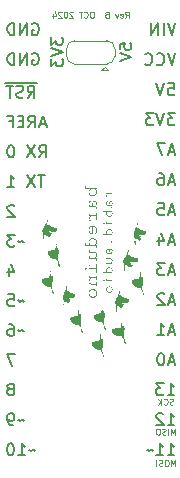
<source format=gbr>
%TF.GenerationSoftware,KiCad,Pcbnew,(6.0.10-0)*%
%TF.CreationDate,2024-10-12T01:55:59-04:00*%
%TF.ProjectId,bareduino,62617265-6475-4696-9e6f-2e6b69636164,rev?*%
%TF.SameCoordinates,Original*%
%TF.FileFunction,Legend,Bot*%
%TF.FilePolarity,Positive*%
%FSLAX46Y46*%
G04 Gerber Fmt 4.6, Leading zero omitted, Abs format (unit mm)*
G04 Created by KiCad (PCBNEW (6.0.10-0)) date 2024-10-12 01:55:59*
%MOMM*%
%LPD*%
G01*
G04 APERTURE LIST*
%ADD10C,0.000000*%
%ADD11C,0.150000*%
%ADD12C,0.100000*%
%ADD13C,0.120000*%
G04 APERTURE END LIST*
D10*
G36*
X53882990Y-68181392D02*
G01*
X53884343Y-68181483D01*
X53885675Y-68181636D01*
X53886986Y-68181849D01*
X53888278Y-68182123D01*
X53889549Y-68182458D01*
X53890800Y-68182854D01*
X53892030Y-68183311D01*
X53893240Y-68183828D01*
X53894429Y-68184407D01*
X53895599Y-68185046D01*
X53896747Y-68185747D01*
X53897876Y-68186508D01*
X53898984Y-68187330D01*
X53900072Y-68188213D01*
X53901139Y-68189157D01*
X53902163Y-68190157D01*
X53903121Y-68191208D01*
X53904013Y-68192310D01*
X53904839Y-68193463D01*
X53905599Y-68194667D01*
X53906293Y-68195923D01*
X53906920Y-68197229D01*
X53907482Y-68198587D01*
X53907978Y-68199995D01*
X53908407Y-68201455D01*
X53908770Y-68202966D01*
X53909068Y-68204527D01*
X53909299Y-68206140D01*
X53909464Y-68207804D01*
X53909563Y-68209519D01*
X53909596Y-68211285D01*
X53909634Y-68729330D01*
X53909604Y-68730855D01*
X53909513Y-68732339D01*
X53909360Y-68733783D01*
X53909147Y-68735186D01*
X53908873Y-68736548D01*
X53908538Y-68737870D01*
X53908142Y-68739151D01*
X53907685Y-68740391D01*
X53907168Y-68741591D01*
X53906589Y-68742750D01*
X53905950Y-68743868D01*
X53905249Y-68744946D01*
X53904488Y-68745983D01*
X53903666Y-68746979D01*
X53902783Y-68747935D01*
X53901839Y-68748850D01*
X53900852Y-68749713D01*
X53899839Y-68750520D01*
X53898800Y-68751272D01*
X53897736Y-68751968D01*
X53896646Y-68752608D01*
X53895531Y-68753192D01*
X53894389Y-68753721D01*
X53893223Y-68754194D01*
X53892030Y-68754612D01*
X53890812Y-68754973D01*
X53889568Y-68755279D01*
X53888298Y-68755530D01*
X53887003Y-68755725D01*
X53885682Y-68755864D01*
X53884335Y-68755947D01*
X53882963Y-68755975D01*
X53881672Y-68755947D01*
X53880401Y-68755864D01*
X53879151Y-68755725D01*
X53877920Y-68755530D01*
X53876711Y-68755279D01*
X53875521Y-68754973D01*
X53874352Y-68754612D01*
X53873203Y-68754194D01*
X53872074Y-68753721D01*
X53870966Y-68753192D01*
X53869877Y-68752608D01*
X53868810Y-68751968D01*
X53867762Y-68751272D01*
X53866735Y-68750520D01*
X53865728Y-68749713D01*
X53864741Y-68748850D01*
X53863717Y-68748010D01*
X53862759Y-68747125D01*
X53861867Y-68746195D01*
X53861041Y-68745219D01*
X53860281Y-68744198D01*
X53859588Y-68743131D01*
X53858960Y-68742020D01*
X53858398Y-68740862D01*
X53857903Y-68739660D01*
X53857473Y-68738412D01*
X53857110Y-68737119D01*
X53856813Y-68735781D01*
X53856581Y-68734397D01*
X53856416Y-68732968D01*
X53856317Y-68731494D01*
X53856284Y-68729974D01*
X53856284Y-68513274D01*
X53402696Y-68513274D01*
X53401494Y-68513248D01*
X53400326Y-68513172D01*
X53399195Y-68513044D01*
X53398099Y-68512865D01*
X53397038Y-68512635D01*
X53396014Y-68512354D01*
X53395024Y-68512022D01*
X53394071Y-68511639D01*
X53393153Y-68511205D01*
X53392271Y-68510720D01*
X53391424Y-68510184D01*
X53390613Y-68509596D01*
X53389838Y-68508958D01*
X53389098Y-68508268D01*
X53388394Y-68507528D01*
X53387726Y-68506736D01*
X53387015Y-68505904D01*
X53386351Y-68505041D01*
X53385732Y-68504149D01*
X53385159Y-68503226D01*
X53384632Y-68502274D01*
X53384151Y-68501291D01*
X53383715Y-68500279D01*
X53383326Y-68499236D01*
X53382982Y-68498163D01*
X53382684Y-68497060D01*
X53382432Y-68495928D01*
X53382225Y-68494765D01*
X53382065Y-68493572D01*
X53381950Y-68492349D01*
X53381882Y-68491095D01*
X53381859Y-68489812D01*
X53381869Y-68488564D01*
X53381899Y-68487419D01*
X53381950Y-68486375D01*
X53382021Y-68485433D01*
X53382113Y-68484594D01*
X53382224Y-68483856D01*
X53382357Y-68483221D01*
X53382430Y-68482942D01*
X53382509Y-68482688D01*
X53418300Y-68223681D01*
X53418492Y-68222400D01*
X53418735Y-68221160D01*
X53419029Y-68219960D01*
X53419372Y-68218801D01*
X53419766Y-68217683D01*
X53420210Y-68216605D01*
X53420704Y-68215568D01*
X53421248Y-68214572D01*
X53421843Y-68213617D01*
X53422487Y-68212702D01*
X53423182Y-68211827D01*
X53423928Y-68210994D01*
X53424723Y-68210201D01*
X53425569Y-68209448D01*
X53426465Y-68208736D01*
X53427411Y-68208065D01*
X53428312Y-68207436D01*
X53429234Y-68206848D01*
X53430176Y-68206300D01*
X53431140Y-68205792D01*
X53432125Y-68205325D01*
X53433130Y-68204899D01*
X53434156Y-68204513D01*
X53435204Y-68204168D01*
X53436272Y-68203864D01*
X53437361Y-68203600D01*
X53438471Y-68203376D01*
X53439602Y-68203194D01*
X53440753Y-68203052D01*
X53441926Y-68202950D01*
X53443119Y-68202889D01*
X53444334Y-68202869D01*
X53445707Y-68202897D01*
X53447059Y-68202980D01*
X53448391Y-68203119D01*
X53449703Y-68203314D01*
X53450994Y-68203565D01*
X53452265Y-68203871D01*
X53453516Y-68204233D01*
X53454746Y-68204650D01*
X53455956Y-68205124D01*
X53457146Y-68205652D01*
X53458315Y-68206237D01*
X53459464Y-68206877D01*
X53460592Y-68207573D01*
X53461701Y-68208324D01*
X53462788Y-68209131D01*
X53463856Y-68209994D01*
X53464800Y-68210905D01*
X53465683Y-68211857D01*
X53466505Y-68212851D01*
X53467266Y-68213886D01*
X53467966Y-68214962D01*
X53468606Y-68216079D01*
X53469184Y-68217237D01*
X53469702Y-68218437D01*
X53470159Y-68219677D01*
X53470555Y-68220959D01*
X53470890Y-68222282D01*
X53471164Y-68223647D01*
X53471377Y-68225052D01*
X53471529Y-68226499D01*
X53471620Y-68227986D01*
X53471651Y-68229515D01*
X53471000Y-68234041D01*
X53441714Y-68450748D01*
X53856254Y-68450748D01*
X53856254Y-68208662D01*
X53856285Y-68207057D01*
X53856376Y-68205499D01*
X53856529Y-68203986D01*
X53856742Y-68202519D01*
X53857016Y-68201098D01*
X53857351Y-68199723D01*
X53857747Y-68198393D01*
X53858203Y-68197109D01*
X53858721Y-68195871D01*
X53859300Y-68194679D01*
X53859939Y-68193532D01*
X53860639Y-68192432D01*
X53861401Y-68191377D01*
X53862223Y-68190368D01*
X53863106Y-68189404D01*
X53864050Y-68188487D01*
X53864953Y-68187624D01*
X53865883Y-68186817D01*
X53866838Y-68186065D01*
X53867819Y-68185369D01*
X53868827Y-68184729D01*
X53869860Y-68184145D01*
X53870919Y-68183616D01*
X53872004Y-68183143D01*
X53873115Y-68182725D01*
X53874252Y-68182363D01*
X53875415Y-68182057D01*
X53876603Y-68181807D01*
X53877818Y-68181612D01*
X53879059Y-68181473D01*
X53880325Y-68181389D01*
X53881617Y-68181362D01*
X53882990Y-68181392D01*
G37*
G36*
X53882990Y-73023178D02*
G01*
X53884343Y-73023269D01*
X53885675Y-73023422D01*
X53886986Y-73023635D01*
X53888278Y-73023909D01*
X53889549Y-73024244D01*
X53890800Y-73024639D01*
X53892030Y-73025096D01*
X53893240Y-73025614D01*
X53894429Y-73026192D01*
X53895599Y-73026832D01*
X53896747Y-73027532D01*
X53897876Y-73028293D01*
X53898984Y-73029116D01*
X53900072Y-73029999D01*
X53901139Y-73030943D01*
X53902163Y-73031943D01*
X53903121Y-73032994D01*
X53904013Y-73034096D01*
X53904839Y-73035249D01*
X53905599Y-73036454D01*
X53906293Y-73037709D01*
X53906920Y-73039015D01*
X53907482Y-73040373D01*
X53907978Y-73041781D01*
X53908407Y-73043241D01*
X53908770Y-73044751D01*
X53909068Y-73046313D01*
X53909299Y-73047926D01*
X53909464Y-73049590D01*
X53909563Y-73051305D01*
X53909596Y-73053071D01*
X53909634Y-73571065D01*
X53909604Y-73572590D01*
X53909513Y-73574074D01*
X53909360Y-73575518D01*
X53909147Y-73576921D01*
X53908873Y-73578283D01*
X53908538Y-73579605D01*
X53908142Y-73580886D01*
X53907685Y-73582127D01*
X53907168Y-73583327D01*
X53906589Y-73584486D01*
X53905950Y-73585604D01*
X53905249Y-73586682D01*
X53904488Y-73587719D01*
X53903666Y-73588716D01*
X53902783Y-73589671D01*
X53901839Y-73590587D01*
X53900852Y-73591450D01*
X53899839Y-73592257D01*
X53898800Y-73593008D01*
X53897736Y-73593704D01*
X53896646Y-73594344D01*
X53895531Y-73594929D01*
X53894389Y-73595457D01*
X53893223Y-73595930D01*
X53892030Y-73596348D01*
X53890812Y-73596709D01*
X53889568Y-73597015D01*
X53888298Y-73597266D01*
X53887003Y-73597460D01*
X53885682Y-73597599D01*
X53884335Y-73597683D01*
X53882963Y-73597711D01*
X53881672Y-73597683D01*
X53880401Y-73597599D01*
X53879151Y-73597460D01*
X53877920Y-73597266D01*
X53876711Y-73597015D01*
X53875521Y-73596709D01*
X53874352Y-73596348D01*
X53873203Y-73595930D01*
X53872074Y-73595457D01*
X53870966Y-73594929D01*
X53869877Y-73594344D01*
X53868810Y-73593704D01*
X53867762Y-73593008D01*
X53866735Y-73592257D01*
X53865728Y-73591450D01*
X53864741Y-73590587D01*
X53863717Y-73589747D01*
X53862759Y-73588862D01*
X53861867Y-73587931D01*
X53861041Y-73586955D01*
X53860281Y-73585934D01*
X53859588Y-73584868D01*
X53858960Y-73583756D01*
X53858398Y-73582599D01*
X53857903Y-73581396D01*
X53857473Y-73580149D01*
X53857110Y-73578856D01*
X53856813Y-73577518D01*
X53856581Y-73576134D01*
X53856416Y-73574705D01*
X53856317Y-73573231D01*
X53856284Y-73571711D01*
X53856284Y-73355004D01*
X53402696Y-73355004D01*
X53401494Y-73354979D01*
X53400326Y-73354902D01*
X53399195Y-73354775D01*
X53398099Y-73354596D01*
X53397038Y-73354366D01*
X53396014Y-73354085D01*
X53395024Y-73353753D01*
X53394071Y-73353370D01*
X53393153Y-73352936D01*
X53392271Y-73352451D01*
X53391424Y-73351915D01*
X53390613Y-73351328D01*
X53389838Y-73350689D01*
X53389098Y-73350000D01*
X53388394Y-73349259D01*
X53387726Y-73348468D01*
X53387015Y-73347636D01*
X53386351Y-73346773D01*
X53385732Y-73345881D01*
X53385159Y-73344959D01*
X53384632Y-73344006D01*
X53384151Y-73343024D01*
X53383715Y-73342011D01*
X53383326Y-73340969D01*
X53382982Y-73339896D01*
X53382684Y-73338793D01*
X53382432Y-73337661D01*
X53382225Y-73336498D01*
X53382065Y-73335305D01*
X53381950Y-73334082D01*
X53381882Y-73332829D01*
X53381859Y-73331546D01*
X53381869Y-73330297D01*
X53381899Y-73329151D01*
X53381950Y-73328107D01*
X53382021Y-73327166D01*
X53382113Y-73326326D01*
X53382224Y-73325589D01*
X53382357Y-73324954D01*
X53382430Y-73324675D01*
X53382509Y-73324422D01*
X53418300Y-73065414D01*
X53418492Y-73064133D01*
X53418735Y-73062893D01*
X53419029Y-73061694D01*
X53419372Y-73060535D01*
X53419766Y-73059416D01*
X53420210Y-73058339D01*
X53420704Y-73057302D01*
X53421248Y-73056306D01*
X53421843Y-73055350D01*
X53422487Y-73054435D01*
X53423182Y-73053561D01*
X53423928Y-73052727D01*
X53424723Y-73051934D01*
X53425569Y-73051182D01*
X53426465Y-73050471D01*
X53427411Y-73049800D01*
X53428312Y-73049171D01*
X53429234Y-73048582D01*
X53430176Y-73048034D01*
X53431140Y-73047526D01*
X53432125Y-73047059D01*
X53433130Y-73046633D01*
X53434156Y-73046247D01*
X53435204Y-73045902D01*
X53436272Y-73045597D01*
X53437361Y-73045333D01*
X53438471Y-73045110D01*
X53439602Y-73044927D01*
X53440753Y-73044785D01*
X53441926Y-73044684D01*
X53443119Y-73044623D01*
X53444334Y-73044602D01*
X53445707Y-73044630D01*
X53447059Y-73044714D01*
X53448391Y-73044853D01*
X53449703Y-73045048D01*
X53450994Y-73045298D01*
X53452265Y-73045604D01*
X53453516Y-73045966D01*
X53454746Y-73046383D01*
X53455956Y-73046856D01*
X53457146Y-73047385D01*
X53458315Y-73047970D01*
X53459464Y-73048610D01*
X53460592Y-73049305D01*
X53461701Y-73050057D01*
X53462788Y-73050864D01*
X53463856Y-73051726D01*
X53464800Y-73052638D01*
X53465683Y-73053590D01*
X53466505Y-73054584D01*
X53467266Y-73055618D01*
X53467966Y-73056694D01*
X53468606Y-73057811D01*
X53469184Y-73058969D01*
X53469702Y-73060169D01*
X53470159Y-73061410D01*
X53470555Y-73062691D01*
X53470890Y-73064014D01*
X53471164Y-73065379D01*
X53471377Y-73066784D01*
X53471529Y-73068231D01*
X53471620Y-73069719D01*
X53471651Y-73071248D01*
X53471000Y-73075774D01*
X53441714Y-73292481D01*
X53856254Y-73292481D01*
X53856254Y-73050447D01*
X53856285Y-73048843D01*
X53856376Y-73047285D01*
X53856529Y-73045772D01*
X53856742Y-73044305D01*
X53857016Y-73042884D01*
X53857351Y-73041509D01*
X53857747Y-73040179D01*
X53858203Y-73038895D01*
X53858721Y-73037657D01*
X53859300Y-73036464D01*
X53859939Y-73035318D01*
X53860639Y-73034217D01*
X53861401Y-73033162D01*
X53862223Y-73032153D01*
X53863106Y-73031189D01*
X53864050Y-73030271D01*
X53864953Y-73029409D01*
X53865883Y-73028602D01*
X53866838Y-73027850D01*
X53867819Y-73027155D01*
X53868827Y-73026515D01*
X53869860Y-73025930D01*
X53870919Y-73025402D01*
X53872004Y-73024929D01*
X53873115Y-73024511D01*
X53874252Y-73024149D01*
X53875415Y-73023843D01*
X53876603Y-73023593D01*
X53877818Y-73023398D01*
X53879059Y-73023259D01*
X53880325Y-73023175D01*
X53881617Y-73023148D01*
X53882990Y-73023178D01*
G37*
G36*
X55160884Y-74823502D02*
G01*
X55161916Y-74824555D01*
X55162889Y-74825667D01*
X55163799Y-74826837D01*
X55164644Y-74828062D01*
X55165422Y-74829339D01*
X55166128Y-74830667D01*
X55168328Y-74834188D01*
X55170677Y-74837213D01*
X55173174Y-74839772D01*
X55175817Y-74841895D01*
X55178602Y-74843615D01*
X55181528Y-74844961D01*
X55184592Y-74845965D01*
X55187792Y-74846656D01*
X55191125Y-74847067D01*
X55194590Y-74847227D01*
X55201905Y-74846920D01*
X55209719Y-74845980D01*
X55218011Y-74844655D01*
X55235962Y-74841832D01*
X55245584Y-74840826D01*
X55255611Y-74840420D01*
X55260771Y-74840518D01*
X55266026Y-74840859D01*
X55271373Y-74841472D01*
X55276810Y-74842389D01*
X55282335Y-74843640D01*
X55287946Y-74845256D01*
X55293639Y-74847269D01*
X55299414Y-74849708D01*
X55307111Y-74853891D01*
X55312341Y-74858191D01*
X55315297Y-74862582D01*
X55316170Y-74867043D01*
X55315153Y-74871550D01*
X55312439Y-74876080D01*
X55308220Y-74880610D01*
X55302688Y-74885118D01*
X55288455Y-74893971D01*
X55271280Y-74902457D01*
X55234260Y-74917586D01*
X55203942Y-74929030D01*
X55195144Y-74932910D01*
X55193008Y-74934308D01*
X55192639Y-74935315D01*
X55194227Y-74935907D01*
X55197965Y-74936062D01*
X55212664Y-74934966D01*
X55276331Y-74926508D01*
X55283749Y-74925599D01*
X55290939Y-74925052D01*
X55297891Y-74924849D01*
X55304594Y-74924970D01*
X55311041Y-74925397D01*
X55317220Y-74926110D01*
X55323123Y-74927092D01*
X55328740Y-74928322D01*
X55334060Y-74929782D01*
X55339074Y-74931453D01*
X55343773Y-74933315D01*
X55348148Y-74935351D01*
X55352187Y-74937541D01*
X55355882Y-74939866D01*
X55359223Y-74942307D01*
X55362200Y-74944845D01*
X55364804Y-74947461D01*
X55367025Y-74950137D01*
X55368854Y-74952852D01*
X55370280Y-74955590D01*
X55371294Y-74958329D01*
X55371886Y-74961053D01*
X55372047Y-74963740D01*
X55371767Y-74966374D01*
X55371036Y-74968933D01*
X55369846Y-74971401D01*
X55368185Y-74973757D01*
X55366044Y-74975983D01*
X55363415Y-74978060D01*
X55360286Y-74979969D01*
X55356649Y-74981690D01*
X55352493Y-74983206D01*
X55336825Y-74988309D01*
X55325318Y-74992327D01*
X55317545Y-74995437D01*
X55314926Y-74996707D01*
X55313081Y-74997817D01*
X55311955Y-74998788D01*
X55311497Y-74999642D01*
X55311653Y-75000402D01*
X55312369Y-75001090D01*
X55315269Y-75002338D01*
X55319770Y-75003562D01*
X55331874Y-75006647D01*
X55338623Y-75008862D01*
X55345268Y-75011761D01*
X55348419Y-75013522D01*
X55351383Y-75015520D01*
X55354108Y-75017778D01*
X55356541Y-75020318D01*
X55358628Y-75023161D01*
X55360315Y-75026329D01*
X55361550Y-75029846D01*
X55362280Y-75033732D01*
X55362397Y-75036625D01*
X55362090Y-75039250D01*
X55361390Y-75041627D01*
X55360325Y-75043774D01*
X55358927Y-75045708D01*
X55357224Y-75047447D01*
X55355248Y-75049011D01*
X55353027Y-75050417D01*
X55350592Y-75051682D01*
X55347972Y-75052826D01*
X55342300Y-75054821D01*
X55336250Y-75056546D01*
X55330062Y-75058145D01*
X55323974Y-75059765D01*
X55318227Y-75061550D01*
X55315556Y-75062549D01*
X55313060Y-75063644D01*
X55310769Y-75064852D01*
X55308713Y-75066193D01*
X55306921Y-75067683D01*
X55305424Y-75069341D01*
X55304252Y-75071186D01*
X55303434Y-75073234D01*
X55303000Y-75075505D01*
X55302982Y-75078017D01*
X55303407Y-75080787D01*
X55304307Y-75083834D01*
X55306060Y-75089092D01*
X55307364Y-75093837D01*
X55308238Y-75098101D01*
X55308703Y-75101914D01*
X55308778Y-75105306D01*
X55308483Y-75108309D01*
X55307839Y-75110953D01*
X55306865Y-75113269D01*
X55305580Y-75115289D01*
X55304006Y-75117042D01*
X55302162Y-75118560D01*
X55300068Y-75119873D01*
X55297743Y-75121013D01*
X55295208Y-75122010D01*
X55289587Y-75123697D01*
X55276698Y-75126714D01*
X55269749Y-75128535D01*
X55262676Y-75130894D01*
X55259143Y-75132353D01*
X55255639Y-75134038D01*
X55252183Y-75135980D01*
X55248796Y-75138211D01*
X55245498Y-75140762D01*
X55242308Y-75143662D01*
X55239247Y-75146944D01*
X55236334Y-75150637D01*
X55232115Y-75155099D01*
X55226226Y-75159251D01*
X55209821Y-75166635D01*
X55187892Y-75172801D01*
X55161213Y-75177762D01*
X55130557Y-75181531D01*
X55096697Y-75184122D01*
X55060406Y-75185547D01*
X55022459Y-75185820D01*
X54983627Y-75184953D01*
X54944685Y-75182960D01*
X54906406Y-75179854D01*
X54869563Y-75175648D01*
X54834929Y-75170354D01*
X54803278Y-75163987D01*
X54775384Y-75156559D01*
X54752019Y-75148084D01*
X54748753Y-75147016D01*
X54744133Y-75146032D01*
X54738444Y-75145226D01*
X54731971Y-75144695D01*
X54725001Y-75144533D01*
X54717820Y-75144836D01*
X54710713Y-75145699D01*
X54707276Y-75146371D01*
X54703965Y-75147219D01*
X54700816Y-75148255D01*
X54697864Y-75149491D01*
X54695144Y-75150938D01*
X54692693Y-75152610D01*
X54690547Y-75154517D01*
X54688740Y-75156671D01*
X54687310Y-75159085D01*
X54686291Y-75161771D01*
X54685719Y-75164740D01*
X54685630Y-75168004D01*
X54686059Y-75171576D01*
X54687043Y-75175467D01*
X54688617Y-75179689D01*
X54690817Y-75184254D01*
X54693678Y-75189174D01*
X54697237Y-75194462D01*
X54701396Y-75200098D01*
X54705716Y-75205612D01*
X54710165Y-75211029D01*
X54714710Y-75216372D01*
X54733231Y-75237463D01*
X54742251Y-75248170D01*
X54746591Y-75253646D01*
X54750774Y-75259233D01*
X54754770Y-75264957D01*
X54758547Y-75270840D01*
X54762073Y-75276906D01*
X54765316Y-75283177D01*
X54765842Y-75284598D01*
X54766425Y-75285983D01*
X54767065Y-75287331D01*
X54767759Y-75288642D01*
X54768505Y-75289913D01*
X54769302Y-75291144D01*
X54770148Y-75292334D01*
X54771041Y-75293483D01*
X54772963Y-75295648D01*
X54775052Y-75297632D01*
X54777296Y-75299426D01*
X54779680Y-75301022D01*
X54782190Y-75302411D01*
X54784812Y-75303584D01*
X54787533Y-75304533D01*
X54790338Y-75305250D01*
X54791767Y-75305519D01*
X54793213Y-75305726D01*
X54794672Y-75305871D01*
X54796144Y-75305952D01*
X54797627Y-75305969D01*
X54799118Y-75305920D01*
X54800617Y-75305805D01*
X54802121Y-75305622D01*
X54805807Y-75305626D01*
X54809940Y-75306057D01*
X54819277Y-75308090D01*
X54829590Y-75311497D01*
X54840340Y-75316053D01*
X54850988Y-75321534D01*
X54860993Y-75327716D01*
X54869815Y-75334374D01*
X54873614Y-75337811D01*
X54876914Y-75341284D01*
X54879649Y-75344763D01*
X54881751Y-75348221D01*
X54883153Y-75351629D01*
X54883786Y-75354961D01*
X54883584Y-75358187D01*
X54882478Y-75361280D01*
X54880402Y-75364211D01*
X54877288Y-75366953D01*
X54873069Y-75369477D01*
X54867676Y-75371756D01*
X54861043Y-75373761D01*
X54853102Y-75375464D01*
X54843785Y-75376838D01*
X54833026Y-75377854D01*
X54820756Y-75378484D01*
X54806908Y-75378700D01*
X54806906Y-75379337D01*
X54752549Y-75379337D01*
X54750029Y-75379378D01*
X54748700Y-75379418D01*
X54747347Y-75379486D01*
X54745988Y-75379596D01*
X54744640Y-75379759D01*
X54743320Y-75379988D01*
X54742676Y-75380130D01*
X54742045Y-75380294D01*
X54741430Y-75380480D01*
X54740832Y-75380690D01*
X54740255Y-75380925D01*
X54739699Y-75381188D01*
X54739168Y-75381479D01*
X54738663Y-75381800D01*
X54738186Y-75382152D01*
X54737740Y-75382538D01*
X54737327Y-75382958D01*
X54736948Y-75383414D01*
X54736607Y-75383908D01*
X54736305Y-75384441D01*
X54736044Y-75385015D01*
X54735826Y-75385631D01*
X54735654Y-75386290D01*
X54735530Y-75386995D01*
X54735415Y-75387911D01*
X54735369Y-75388748D01*
X54735387Y-75389508D01*
X54735466Y-75390196D01*
X54735604Y-75390814D01*
X54735797Y-75391368D01*
X54736042Y-75391860D01*
X54736336Y-75392294D01*
X54736676Y-75392674D01*
X54737058Y-75393003D01*
X54737479Y-75393286D01*
X54737937Y-75393525D01*
X54738427Y-75393725D01*
X54738948Y-75393888D01*
X54739494Y-75394020D01*
X54740065Y-75394123D01*
X54741263Y-75394257D01*
X54742516Y-75394321D01*
X54745089Y-75394355D01*
X54746357Y-75394384D01*
X54747579Y-75394459D01*
X54748730Y-75394610D01*
X54749271Y-75394724D01*
X54749784Y-75394867D01*
X54759937Y-75398033D01*
X54769790Y-75400673D01*
X54779368Y-75402914D01*
X54788699Y-75404879D01*
X54806723Y-75408487D01*
X54815469Y-75410379D01*
X54824073Y-75412498D01*
X54832561Y-75414969D01*
X54840959Y-75417916D01*
X54849294Y-75421465D01*
X54853446Y-75423504D01*
X54857592Y-75425742D01*
X54861735Y-75428192D01*
X54865879Y-75430871D01*
X54870027Y-75433794D01*
X54874183Y-75436978D01*
X54878348Y-75440437D01*
X54882528Y-75444188D01*
X54886724Y-75448246D01*
X54890941Y-75452627D01*
X54896972Y-75459645D01*
X54901202Y-75465734D01*
X54903749Y-75470949D01*
X54904734Y-75475344D01*
X54904273Y-75478972D01*
X54902487Y-75481887D01*
X54899494Y-75484143D01*
X54895412Y-75485794D01*
X54890361Y-75486893D01*
X54884459Y-75487493D01*
X54870579Y-75487415D01*
X54854720Y-75485991D01*
X54837834Y-75483648D01*
X54779020Y-75473704D01*
X54771250Y-75473224D01*
X54769058Y-75473580D01*
X54768153Y-75474406D01*
X54768654Y-75475754D01*
X54770680Y-75477680D01*
X54779781Y-75483476D01*
X54790240Y-75489584D01*
X54799871Y-75495541D01*
X54808698Y-75501339D01*
X54816746Y-75506973D01*
X54824036Y-75512437D01*
X54830594Y-75517725D01*
X54836442Y-75522831D01*
X54841604Y-75527750D01*
X54846103Y-75532475D01*
X54849963Y-75537001D01*
X54853208Y-75541322D01*
X54855861Y-75545431D01*
X54857945Y-75549323D01*
X54859485Y-75552992D01*
X54860503Y-75556433D01*
X54861023Y-75559639D01*
X54861069Y-75562604D01*
X54860665Y-75565323D01*
X54859833Y-75567789D01*
X54858597Y-75569997D01*
X54856981Y-75571941D01*
X54855008Y-75573615D01*
X54852702Y-75575013D01*
X54850087Y-75576130D01*
X54847186Y-75576958D01*
X54844022Y-75577494D01*
X54840619Y-75577729D01*
X54837000Y-75577660D01*
X54833190Y-75577279D01*
X54829211Y-75576581D01*
X54825087Y-75575561D01*
X54820842Y-75574211D01*
X54815271Y-75572200D01*
X54809983Y-75570219D01*
X54804967Y-75568273D01*
X54800217Y-75566365D01*
X54795723Y-75564501D01*
X54791477Y-75562684D01*
X54787470Y-75560919D01*
X54783694Y-75559211D01*
X54776800Y-75555982D01*
X54770726Y-75553032D01*
X54760767Y-75548110D01*
X54756745Y-75546210D01*
X54754944Y-75545415D01*
X54753271Y-75544729D01*
X54751718Y-75544158D01*
X54750277Y-75543705D01*
X54748938Y-75543375D01*
X54747693Y-75543172D01*
X54746534Y-75543101D01*
X54745452Y-75543166D01*
X54744439Y-75543372D01*
X54743486Y-75543722D01*
X54742584Y-75544222D01*
X54741726Y-75544875D01*
X54740902Y-75545687D01*
X54740104Y-75546661D01*
X54739112Y-75548190D01*
X54738438Y-75549651D01*
X54738065Y-75551054D01*
X54737974Y-75552408D01*
X54738147Y-75553724D01*
X54738567Y-75555011D01*
X54739216Y-75556278D01*
X54740076Y-75557535D01*
X54741128Y-75558791D01*
X54742356Y-75560057D01*
X54745267Y-75562656D01*
X54752403Y-75568388D01*
X54756344Y-75571675D01*
X54760343Y-75575346D01*
X54762319Y-75577350D01*
X54764257Y-75579478D01*
X54766137Y-75581741D01*
X54767942Y-75584147D01*
X54769655Y-75586708D01*
X54771257Y-75589431D01*
X54772731Y-75592328D01*
X54774058Y-75595407D01*
X54775221Y-75598678D01*
X54776203Y-75602151D01*
X54776984Y-75605835D01*
X54777548Y-75609740D01*
X54777936Y-75613635D01*
X54778205Y-75617283D01*
X54778358Y-75620688D01*
X54778396Y-75623854D01*
X54778322Y-75626783D01*
X54778139Y-75629481D01*
X54777848Y-75631949D01*
X54777453Y-75634192D01*
X54776955Y-75636214D01*
X54776357Y-75638016D01*
X54775662Y-75639604D01*
X54774872Y-75640981D01*
X54773989Y-75642150D01*
X54773015Y-75643114D01*
X54771953Y-75643878D01*
X54770806Y-75644444D01*
X54769576Y-75644816D01*
X54768264Y-75644998D01*
X54766875Y-75644993D01*
X54765409Y-75644805D01*
X54763870Y-75644437D01*
X54762259Y-75643893D01*
X54760580Y-75643176D01*
X54758834Y-75642290D01*
X54757024Y-75641238D01*
X54755153Y-75640023D01*
X54753222Y-75638650D01*
X54751234Y-75637122D01*
X54749192Y-75635441D01*
X54747098Y-75633613D01*
X54742763Y-75629525D01*
X54736602Y-75623627D01*
X54731004Y-75618606D01*
X54725941Y-75614420D01*
X54721386Y-75611024D01*
X54717312Y-75608374D01*
X54713690Y-75606426D01*
X54710492Y-75605135D01*
X54707692Y-75604458D01*
X54705261Y-75604350D01*
X54703172Y-75604767D01*
X54701397Y-75605666D01*
X54699909Y-75607001D01*
X54698679Y-75608729D01*
X54697680Y-75610806D01*
X54696885Y-75613188D01*
X54696265Y-75615830D01*
X54695442Y-75621718D01*
X54694990Y-75628118D01*
X54694312Y-75641043D01*
X54693643Y-75646861D01*
X54693130Y-75649455D01*
X54692460Y-75651779D01*
X54691606Y-75653790D01*
X54690540Y-75655443D01*
X54689234Y-75656695D01*
X54687662Y-75657501D01*
X54684537Y-75658447D01*
X54681901Y-75658966D01*
X54679569Y-75658995D01*
X54677356Y-75658470D01*
X54675077Y-75657326D01*
X54672549Y-75655499D01*
X54669585Y-75652924D01*
X54666003Y-75649537D01*
X54656240Y-75640069D01*
X54641785Y-75626582D01*
X54632335Y-75618170D01*
X54621159Y-75608559D01*
X54608070Y-75597687D01*
X54592885Y-75585487D01*
X54586425Y-75580619D01*
X54579786Y-75576037D01*
X54572997Y-75571702D01*
X54566084Y-75567571D01*
X54551989Y-75559756D01*
X54537717Y-75552258D01*
X54523479Y-75544746D01*
X54516440Y-75540880D01*
X54509490Y-75536886D01*
X54502655Y-75532721D01*
X54495961Y-75528345D01*
X54489437Y-75523716D01*
X54483107Y-75518791D01*
X54473867Y-75511747D01*
X54454978Y-75498164D01*
X54429757Y-75481106D01*
X54415808Y-75472231D01*
X54401519Y-75463636D01*
X54387305Y-75455705D01*
X54373581Y-75448819D01*
X54360760Y-75443363D01*
X54354818Y-75441291D01*
X54349257Y-75439719D01*
X54344130Y-75438696D01*
X54339487Y-75438270D01*
X54335381Y-75438489D01*
X54331864Y-75439400D01*
X54328988Y-75441051D01*
X54326803Y-75443490D01*
X54325363Y-75446766D01*
X54324718Y-75450925D01*
X54324105Y-75458774D01*
X54323102Y-75466535D01*
X54321769Y-75474220D01*
X54320164Y-75481843D01*
X54316379Y-75496957D01*
X54312219Y-75511983D01*
X54308160Y-75527030D01*
X54306315Y-75534594D01*
X54304674Y-75542203D01*
X54303293Y-75549871D01*
X54302234Y-75557611D01*
X54301556Y-75565436D01*
X54301316Y-75573360D01*
X54301968Y-75695649D01*
X54302061Y-75818017D01*
X54301769Y-75829073D01*
X54300958Y-75838482D01*
X54299730Y-75846507D01*
X54298185Y-75853411D01*
X54296423Y-75859457D01*
X54294544Y-75864907D01*
X54290839Y-75875073D01*
X54289212Y-75880314D01*
X54287871Y-75886012D01*
X54286915Y-75892428D01*
X54286444Y-75899827D01*
X54286559Y-75908470D01*
X54287361Y-75918620D01*
X54288949Y-75930541D01*
X54291424Y-75944495D01*
X54293342Y-75952613D01*
X54296101Y-75963401D01*
X54299034Y-75975783D01*
X54300358Y-75982235D01*
X54301476Y-75988680D01*
X54302305Y-75994984D01*
X54302761Y-76001013D01*
X54302762Y-76006631D01*
X54302565Y-76009245D01*
X54302224Y-76011705D01*
X54301727Y-76013995D01*
X54301064Y-76016098D01*
X54300224Y-76017997D01*
X54299198Y-76019676D01*
X54297975Y-76021118D01*
X54296545Y-76022305D01*
X54294896Y-76023221D01*
X54293019Y-76023849D01*
X54289239Y-76024370D01*
X54285724Y-76023988D01*
X54282454Y-76022748D01*
X54279406Y-76020697D01*
X54276562Y-76017879D01*
X54273901Y-76014342D01*
X54269042Y-76005289D01*
X54264666Y-75993903D01*
X54260608Y-75980549D01*
X54252784Y-75949402D01*
X54244252Y-75914768D01*
X54239308Y-75897058D01*
X54233693Y-75879573D01*
X54227241Y-75862678D01*
X54219789Y-75846738D01*
X54215635Y-75839241D01*
X54211169Y-75832120D01*
X54206371Y-75825420D01*
X54201219Y-75819188D01*
X54195701Y-75811948D01*
X54191359Y-75804029D01*
X54188113Y-75795463D01*
X54185886Y-75786280D01*
X54184597Y-75776510D01*
X54184168Y-75766183D01*
X54185572Y-75743984D01*
X54189464Y-75719925D01*
X54195212Y-75694251D01*
X54209743Y-75639032D01*
X54217260Y-75609975D01*
X54224100Y-75580278D01*
X54229630Y-75550185D01*
X54233217Y-75519940D01*
X54234084Y-75504836D01*
X54234228Y-75489786D01*
X54233569Y-75474820D01*
X54232030Y-75459968D01*
X54229529Y-75445261D01*
X54225990Y-75430729D01*
X54221331Y-75416403D01*
X54215474Y-75402313D01*
X54211453Y-75392715D01*
X54208348Y-75383315D01*
X54205953Y-75374010D01*
X54204061Y-75364694D01*
X54197404Y-75325220D01*
X54194937Y-75314274D01*
X54191737Y-75302687D01*
X54187596Y-75290354D01*
X54182311Y-75277169D01*
X54175673Y-75263029D01*
X54167477Y-75247828D01*
X54157517Y-75231460D01*
X54145587Y-75213821D01*
X54137685Y-75199742D01*
X54132216Y-75183422D01*
X54129039Y-75165027D01*
X54128016Y-75144723D01*
X54129007Y-75122676D01*
X54131871Y-75099050D01*
X54136469Y-75074012D01*
X54142662Y-75047728D01*
X54159272Y-74992081D01*
X54177774Y-74941163D01*
X55149838Y-74941163D01*
X55149875Y-74941781D01*
X55149960Y-74942465D01*
X55150178Y-74943521D01*
X55150508Y-74944459D01*
X55150941Y-74945283D01*
X55151472Y-74945997D01*
X55152092Y-74946606D01*
X55152795Y-74947114D01*
X55153572Y-74947525D01*
X55154416Y-74947845D01*
X55155321Y-74948077D01*
X55156278Y-74948225D01*
X55157280Y-74948294D01*
X55158320Y-74948289D01*
X55159391Y-74948214D01*
X55160484Y-74948073D01*
X55161594Y-74947870D01*
X55162711Y-74947611D01*
X55163830Y-74947298D01*
X55164942Y-74946938D01*
X55167118Y-74946089D01*
X55169179Y-74945100D01*
X55171067Y-74944006D01*
X55171927Y-74943430D01*
X55172722Y-74942841D01*
X55173444Y-74942243D01*
X55174085Y-74941640D01*
X55174640Y-74941038D01*
X55175099Y-74940440D01*
X55175455Y-74939850D01*
X55175702Y-74939274D01*
X55167644Y-74937944D01*
X55159746Y-74936615D01*
X55159396Y-74936816D01*
X55159027Y-74936982D01*
X55158641Y-74937117D01*
X55158239Y-74937224D01*
X55157825Y-74937306D01*
X55157400Y-74937367D01*
X55156527Y-74937439D01*
X55155638Y-74937466D01*
X55154752Y-74937475D01*
X55153886Y-74937492D01*
X55153058Y-74937545D01*
X55152664Y-74937594D01*
X55152287Y-74937661D01*
X55151927Y-74937750D01*
X55151589Y-74937865D01*
X55151273Y-74938009D01*
X55150983Y-74938186D01*
X55150720Y-74938398D01*
X55150487Y-74938649D01*
X55150286Y-74938942D01*
X55150119Y-74939282D01*
X55149988Y-74939670D01*
X55149897Y-74940111D01*
X55149846Y-74940607D01*
X55149838Y-74941163D01*
X54177774Y-74941163D01*
X54180583Y-74933433D01*
X54205478Y-74873110D01*
X54232839Y-74812436D01*
X54261549Y-74752736D01*
X54290491Y-74695333D01*
X54344597Y-74592722D01*
X54386218Y-74515198D01*
X54399552Y-74489156D01*
X54406413Y-74473360D01*
X54408277Y-74468123D01*
X54410404Y-74463269D01*
X54412771Y-74458755D01*
X54415355Y-74454534D01*
X54421084Y-74446789D01*
X54427408Y-74439668D01*
X54441117Y-74425842D01*
X54448137Y-74418406D01*
X54455026Y-74410135D01*
X54461599Y-74400663D01*
X54464712Y-74395363D01*
X54467677Y-74389626D01*
X54470473Y-74383406D01*
X54473077Y-74376658D01*
X54475466Y-74369336D01*
X54477616Y-74361394D01*
X54479507Y-74352788D01*
X54481114Y-74343470D01*
X54482415Y-74333396D01*
X54483387Y-74322520D01*
X54484008Y-74310796D01*
X54484255Y-74298179D01*
X54484104Y-74284622D01*
X54483534Y-74270081D01*
X54484243Y-74238923D01*
X54488998Y-74207823D01*
X54496954Y-74178024D01*
X54507265Y-74150766D01*
X54519085Y-74127291D01*
X54531570Y-74108840D01*
X54543873Y-74096654D01*
X54549692Y-74093298D01*
X54555149Y-74091974D01*
X54560138Y-74092836D01*
X54564553Y-74096040D01*
X54568289Y-74101742D01*
X54571239Y-74110095D01*
X54573299Y-74121256D01*
X54574362Y-74135380D01*
X54573076Y-74173134D01*
X54566536Y-74224600D01*
X54553897Y-74291019D01*
X54534312Y-74373631D01*
X54506936Y-74473679D01*
X54505728Y-74478264D01*
X54504849Y-74482539D01*
X54504289Y-74486516D01*
X54504039Y-74490213D01*
X54504090Y-74493645D01*
X54504430Y-74496826D01*
X54505051Y-74499773D01*
X54505943Y-74502501D01*
X54507096Y-74505025D01*
X54508500Y-74507361D01*
X54510146Y-74509524D01*
X54512023Y-74511530D01*
X54514123Y-74513394D01*
X54516434Y-74515132D01*
X54521655Y-74518289D01*
X54583205Y-74542396D01*
X54607038Y-74554238D01*
X54629375Y-74565711D01*
X54650282Y-74576816D01*
X54669825Y-74587557D01*
X54688068Y-74597934D01*
X54705078Y-74607949D01*
X54720919Y-74617604D01*
X54735657Y-74626902D01*
X54749357Y-74635843D01*
X54762085Y-74644430D01*
X54773906Y-74652665D01*
X54784885Y-74660550D01*
X54804580Y-74675274D01*
X54821693Y-74688619D01*
X54850263Y-74711229D01*
X54862766Y-74720524D01*
X54868802Y-74724675D01*
X54874779Y-74728497D01*
X54880765Y-74731994D01*
X54886825Y-74735165D01*
X54893023Y-74738014D01*
X54899426Y-74740543D01*
X54906098Y-74742752D01*
X54913104Y-74744644D01*
X54920512Y-74746220D01*
X54928385Y-74747483D01*
X54942581Y-74749827D01*
X54956588Y-74752885D01*
X54970432Y-74756560D01*
X54984141Y-74760757D01*
X54997741Y-74765378D01*
X55011260Y-74770329D01*
X55038162Y-74780831D01*
X55065064Y-74791493D01*
X55092183Y-74801544D01*
X55105891Y-74806100D01*
X55119735Y-74810214D01*
X55133742Y-74813790D01*
X55147939Y-74816732D01*
X55149405Y-74817069D01*
X55150840Y-74817487D01*
X55152243Y-74817984D01*
X55153609Y-74818559D01*
X55154936Y-74819208D01*
X55156221Y-74819930D01*
X55157462Y-74820723D01*
X55158654Y-74821584D01*
X55159746Y-74822471D01*
X55159796Y-74822511D01*
X55160884Y-74823502D01*
G37*
G36*
X53868634Y-67401170D02*
G01*
X53875202Y-67401504D01*
X53878257Y-67401754D01*
X53881160Y-67402060D01*
X53883911Y-67402422D01*
X53886509Y-67402840D01*
X53888954Y-67403313D01*
X53891248Y-67403842D01*
X53893389Y-67404426D01*
X53895377Y-67405066D01*
X53897213Y-67405762D01*
X53898896Y-67406514D01*
X53900427Y-67407321D01*
X53901806Y-67408184D01*
X53903066Y-67409095D01*
X53904246Y-67410047D01*
X53905344Y-67411040D01*
X53906360Y-67412075D01*
X53907295Y-67413151D01*
X53908149Y-67414268D01*
X53908546Y-67414842D01*
X53908922Y-67415426D01*
X53909278Y-67416021D01*
X53909613Y-67416626D01*
X53909929Y-67417241D01*
X53910223Y-67417866D01*
X53910498Y-67418502D01*
X53910752Y-67419148D01*
X53910986Y-67419805D01*
X53911199Y-67420471D01*
X53911565Y-67421835D01*
X53911850Y-67423241D01*
X53912053Y-67424687D01*
X53912175Y-67426175D01*
X53912216Y-67427704D01*
X53912201Y-67428990D01*
X53912154Y-67430246D01*
X53912077Y-67431471D01*
X53911970Y-67432666D01*
X53911831Y-67433830D01*
X53911662Y-67434964D01*
X53911462Y-67436067D01*
X53911231Y-67437140D01*
X53910969Y-67438182D01*
X53910677Y-67439194D01*
X53910354Y-67440176D01*
X53910000Y-67441127D01*
X53909615Y-67442048D01*
X53909199Y-67442938D01*
X53908753Y-67443798D01*
X53908276Y-67444627D01*
X53908020Y-67445070D01*
X53907741Y-67445508D01*
X53907441Y-67445941D01*
X53907120Y-67446369D01*
X53906777Y-67446792D01*
X53906413Y-67447210D01*
X53906027Y-67447623D01*
X53905620Y-67448032D01*
X53905192Y-67448435D01*
X53904742Y-67448833D01*
X53903777Y-67449615D01*
X53902727Y-67450377D01*
X53901590Y-67451119D01*
X53900368Y-67451842D01*
X53899060Y-67452544D01*
X53897666Y-67453227D01*
X53896186Y-67453890D01*
X53894621Y-67454534D01*
X53892969Y-67455157D01*
X53891232Y-67455761D01*
X53889409Y-67456345D01*
X53887474Y-67456893D01*
X53885412Y-67457406D01*
X53883223Y-67457884D01*
X53880907Y-67458326D01*
X53878464Y-67458732D01*
X53875893Y-67459104D01*
X53870372Y-67459740D01*
X53864341Y-67460235D01*
X53857802Y-67460588D01*
X53850755Y-67460800D01*
X53843200Y-67460871D01*
X53847460Y-67465159D01*
X53851619Y-67469565D01*
X53855677Y-67474087D01*
X53859632Y-67478726D01*
X53863486Y-67483482D01*
X53867238Y-67488355D01*
X53870888Y-67493345D01*
X53874437Y-67498452D01*
X53877884Y-67503676D01*
X53881229Y-67509016D01*
X53884473Y-67514474D01*
X53887615Y-67520049D01*
X53890655Y-67525741D01*
X53893593Y-67531549D01*
X53896430Y-67537475D01*
X53899165Y-67543518D01*
X53901765Y-67549657D01*
X53904198Y-67555872D01*
X53906463Y-67562164D01*
X53908560Y-67568531D01*
X53910490Y-67574976D01*
X53912251Y-67581496D01*
X53913845Y-67588093D01*
X53915271Y-67594766D01*
X53916529Y-67601515D01*
X53917620Y-67608340D01*
X53918543Y-67615242D01*
X53919298Y-67622220D01*
X53919885Y-67629274D01*
X53920304Y-67636405D01*
X53920556Y-67643612D01*
X53920640Y-67650895D01*
X53920505Y-67660171D01*
X53920101Y-67669290D01*
X53919427Y-67678251D01*
X53918484Y-67687055D01*
X53917272Y-67695700D01*
X53915790Y-67704188D01*
X53914038Y-67712519D01*
X53912017Y-67720692D01*
X53909727Y-67728707D01*
X53907167Y-67736564D01*
X53904337Y-67744264D01*
X53901239Y-67751806D01*
X53897870Y-67759190D01*
X53894232Y-67766417D01*
X53890325Y-67773486D01*
X53886148Y-67780398D01*
X53881733Y-67787211D01*
X53877109Y-67793821D01*
X53872276Y-67800227D01*
X53867235Y-67806430D01*
X53861986Y-67812430D01*
X53856528Y-67818226D01*
X53850862Y-67823819D01*
X53844987Y-67829208D01*
X53838904Y-67834394D01*
X53832612Y-67839376D01*
X53826112Y-67844155D01*
X53819404Y-67848731D01*
X53812487Y-67853103D01*
X53805361Y-67857271D01*
X53798027Y-67861237D01*
X53790485Y-67864998D01*
X53782770Y-67868545D01*
X53774918Y-67871862D01*
X53766928Y-67874951D01*
X53758801Y-67877811D01*
X53750537Y-67880442D01*
X53742135Y-67882845D01*
X53733597Y-67885018D01*
X53724920Y-67886963D01*
X53716107Y-67888679D01*
X53707156Y-67890166D01*
X53698068Y-67891425D01*
X53688843Y-67892454D01*
X53679480Y-67893255D01*
X53669981Y-67893827D01*
X53660343Y-67894170D01*
X53650569Y-67894285D01*
X53640952Y-67894168D01*
X53631463Y-67893817D01*
X53622100Y-67893232D01*
X53612865Y-67892414D01*
X53603757Y-67891362D01*
X53594776Y-67890075D01*
X53585922Y-67888555D01*
X53577195Y-67886802D01*
X53568595Y-67884814D01*
X53560122Y-67882592D01*
X53551777Y-67880137D01*
X53543558Y-67877448D01*
X53535467Y-67874525D01*
X53527503Y-67871368D01*
X53519665Y-67867977D01*
X53511955Y-67864353D01*
X53504334Y-67860509D01*
X53496926Y-67856463D01*
X53489732Y-67852213D01*
X53482751Y-67847759D01*
X53475984Y-67843103D01*
X53469430Y-67838242D01*
X53463090Y-67833179D01*
X53456964Y-67827912D01*
X53451051Y-67822441D01*
X53445352Y-67816767D01*
X53439866Y-67810890D01*
X53434594Y-67804809D01*
X53429535Y-67798525D01*
X53424690Y-67792037D01*
X53420058Y-67785346D01*
X53415640Y-67778451D01*
X53411385Y-67771461D01*
X53407405Y-67764318D01*
X53403699Y-67757022D01*
X53400268Y-67749574D01*
X53397111Y-67741973D01*
X53394229Y-67734220D01*
X53391621Y-67726314D01*
X53389288Y-67718256D01*
X53387229Y-67710045D01*
X53385445Y-67701682D01*
X53383935Y-67693166D01*
X53382700Y-67684497D01*
X53381739Y-67675676D01*
X53381053Y-67666702D01*
X53380641Y-67657576D01*
X53380504Y-67648297D01*
X53380576Y-67644492D01*
X53433920Y-67644492D01*
X53434034Y-67651907D01*
X53434377Y-67659185D01*
X53434949Y-67666326D01*
X53435750Y-67673329D01*
X53436780Y-67680195D01*
X53438038Y-67686924D01*
X53439525Y-67693516D01*
X53441241Y-67699970D01*
X53443186Y-67706287D01*
X53445360Y-67712467D01*
X53447762Y-67718510D01*
X53450393Y-67724415D01*
X53453253Y-67730183D01*
X53456342Y-67735813D01*
X53459660Y-67741307D01*
X53463206Y-67746663D01*
X53466946Y-67751869D01*
X53470843Y-67756913D01*
X53474898Y-67761794D01*
X53479110Y-67766512D01*
X53483480Y-67771068D01*
X53488007Y-67775461D01*
X53492692Y-67779691D01*
X53497534Y-67783758D01*
X53502534Y-67787663D01*
X53507692Y-67791405D01*
X53513007Y-67794984D01*
X53518479Y-67798401D01*
X53524110Y-67801655D01*
X53529897Y-67804746D01*
X53535842Y-67807674D01*
X53541945Y-67810440D01*
X53548166Y-67813040D01*
X53554463Y-67815473D01*
X53560836Y-67817738D01*
X53567286Y-67819835D01*
X53573811Y-67821764D01*
X53580413Y-67823526D01*
X53587091Y-67825120D01*
X53593846Y-67826546D01*
X53600676Y-67827804D01*
X53607583Y-67828894D01*
X53614566Y-67829817D01*
X53621625Y-67830572D01*
X53628761Y-67831159D01*
X53635972Y-67831579D01*
X53643260Y-67831830D01*
X53650624Y-67831914D01*
X53658067Y-67831833D01*
X53665429Y-67831589D01*
X53672710Y-67831182D01*
X53679909Y-67830613D01*
X53687027Y-67829880D01*
X53694063Y-67828985D01*
X53701018Y-67827928D01*
X53707892Y-67826707D01*
X53714685Y-67825324D01*
X53721396Y-67823778D01*
X53728025Y-67822070D01*
X53734574Y-67820198D01*
X53741041Y-67818164D01*
X53747426Y-67815968D01*
X53753731Y-67813608D01*
X53759953Y-67811086D01*
X53765978Y-67808404D01*
X53771851Y-67805565D01*
X53777570Y-67802568D01*
X53783138Y-67799414D01*
X53788552Y-67796101D01*
X53793814Y-67792632D01*
X53798924Y-67789004D01*
X53803881Y-67785219D01*
X53808686Y-67781276D01*
X53813338Y-67777175D01*
X53817837Y-67772917D01*
X53822184Y-67768501D01*
X53826379Y-67763928D01*
X53830421Y-67759197D01*
X53834311Y-67754308D01*
X53838048Y-67749261D01*
X53841594Y-67744068D01*
X53844912Y-67738737D01*
X53848001Y-67733270D01*
X53850861Y-67727665D01*
X53853492Y-67721922D01*
X53855894Y-67716042D01*
X53858068Y-67710025D01*
X53860013Y-67703871D01*
X53861729Y-67697579D01*
X53863216Y-67691151D01*
X53864474Y-67684584D01*
X53865504Y-67677881D01*
X53866305Y-67671040D01*
X53866877Y-67664062D01*
X53867220Y-67656947D01*
X53867334Y-67649694D01*
X53867335Y-67649702D01*
X53867236Y-67641953D01*
X53866939Y-67634326D01*
X53866443Y-67626822D01*
X53865749Y-67619439D01*
X53864856Y-67612179D01*
X53863766Y-67605041D01*
X53862477Y-67598024D01*
X53860990Y-67591130D01*
X53859304Y-67584358D01*
X53857420Y-67577708D01*
X53855338Y-67571180D01*
X53853058Y-67564774D01*
X53850579Y-67558490D01*
X53847903Y-67552329D01*
X53845027Y-67546289D01*
X53841954Y-67540371D01*
X53838710Y-67534657D01*
X53835324Y-67529065D01*
X53831796Y-67523595D01*
X53828125Y-67518246D01*
X53824312Y-67513020D01*
X53820356Y-67507915D01*
X53816259Y-67502933D01*
X53812018Y-67498072D01*
X53807636Y-67493333D01*
X53803111Y-67488716D01*
X53798443Y-67484222D01*
X53793634Y-67479849D01*
X53788682Y-67475598D01*
X53783587Y-67471469D01*
X53778350Y-67467462D01*
X53772971Y-67463577D01*
X53517870Y-67463577D01*
X53507704Y-67472138D01*
X53498194Y-67481066D01*
X53489340Y-67490360D01*
X53481142Y-67500020D01*
X53473599Y-67510046D01*
X53466713Y-67520438D01*
X53460482Y-67531196D01*
X53454907Y-67542320D01*
X53449988Y-67553811D01*
X53445725Y-67565667D01*
X53442118Y-67577889D01*
X53439167Y-67590478D01*
X53436871Y-67603432D01*
X53435231Y-67616753D01*
X53434248Y-67630439D01*
X53433920Y-67644492D01*
X53380576Y-67644492D01*
X53380778Y-67633736D01*
X53381602Y-67619664D01*
X53382219Y-67612811D01*
X53382974Y-67606079D01*
X53383866Y-67599470D01*
X53384896Y-67592983D01*
X53386062Y-67586617D01*
X53387366Y-67580374D01*
X53388808Y-67574252D01*
X53390386Y-67568253D01*
X53392102Y-67562376D01*
X53393955Y-67556620D01*
X53395945Y-67550987D01*
X53398072Y-67545475D01*
X53400332Y-67540122D01*
X53402718Y-67534799D01*
X53405232Y-67529507D01*
X53407873Y-67524245D01*
X53410641Y-67519013D01*
X53413536Y-67513812D01*
X53416558Y-67508642D01*
X53419707Y-67503501D01*
X53422984Y-67498392D01*
X53426387Y-67493312D01*
X53429918Y-67488263D01*
X53433576Y-67483245D01*
X53437361Y-67478257D01*
X53441273Y-67473299D01*
X53445312Y-67468372D01*
X53449478Y-67463476D01*
X53167044Y-67463476D01*
X53165482Y-67463450D01*
X53163970Y-67463371D01*
X53162508Y-67463241D01*
X53161095Y-67463059D01*
X53159732Y-67462824D01*
X53158418Y-67462538D01*
X53157154Y-67462199D01*
X53155940Y-67461808D01*
X53154775Y-67461365D01*
X53153659Y-67460870D01*
X53152594Y-67460323D01*
X53151578Y-67459724D01*
X53150611Y-67459073D01*
X53149694Y-67458369D01*
X53148826Y-67457614D01*
X53148008Y-67456806D01*
X53147240Y-67455946D01*
X53146521Y-67455034D01*
X53145852Y-67454070D01*
X53145232Y-67453054D01*
X53144662Y-67451986D01*
X53144142Y-67450866D01*
X53143671Y-67449693D01*
X53143250Y-67448469D01*
X53142878Y-67447192D01*
X53142556Y-67445863D01*
X53142283Y-67444482D01*
X53142060Y-67443050D01*
X53141886Y-67441564D01*
X53141763Y-67440027D01*
X53141688Y-67438438D01*
X53141663Y-67436797D01*
X53141679Y-67436822D01*
X53141694Y-67436848D01*
X53141725Y-67436900D01*
X53141746Y-67436128D01*
X53141809Y-67435111D01*
X53141914Y-67433851D01*
X53142061Y-67432346D01*
X53142250Y-67430597D01*
X53142480Y-67428603D01*
X53143067Y-67423883D01*
X53155430Y-67300887D01*
X53155694Y-67299527D01*
X53156004Y-67298212D01*
X53156361Y-67296944D01*
X53156763Y-67295721D01*
X53157212Y-67294544D01*
X53157707Y-67293413D01*
X53158248Y-67292327D01*
X53158835Y-67291287D01*
X53159468Y-67290293D01*
X53160148Y-67289345D01*
X53160874Y-67288443D01*
X53161645Y-67287586D01*
X53162463Y-67286776D01*
X53163328Y-67286010D01*
X53164238Y-67285291D01*
X53165194Y-67284618D01*
X53166174Y-67283989D01*
X53167164Y-67283400D01*
X53168164Y-67282852D01*
X53169175Y-67282344D01*
X53170196Y-67281877D01*
X53171228Y-67281451D01*
X53172270Y-67281065D01*
X53173323Y-67280720D01*
X53174386Y-67280416D01*
X53175459Y-67280152D01*
X53176543Y-67279929D01*
X53177637Y-67279746D01*
X53178742Y-67279604D01*
X53179857Y-67279502D01*
X53180982Y-67279442D01*
X53182118Y-67279421D01*
X53183407Y-67279449D01*
X53184670Y-67279533D01*
X53185908Y-67279672D01*
X53187120Y-67279867D01*
X53188307Y-67280117D01*
X53189468Y-67280423D01*
X53190604Y-67280785D01*
X53191715Y-67281202D01*
X53192800Y-67281675D01*
X53193860Y-67282204D01*
X53194895Y-67282788D01*
X53195904Y-67283429D01*
X53196887Y-67284124D01*
X53197846Y-67284876D01*
X53198778Y-67285683D01*
X53199686Y-67286545D01*
X53200549Y-67287451D01*
X53201356Y-67288389D01*
X53202107Y-67289357D01*
X53202803Y-67290356D01*
X53203443Y-67291386D01*
X53204028Y-67292448D01*
X53204557Y-67293540D01*
X53205030Y-67294663D01*
X53205447Y-67295818D01*
X53205809Y-67297003D01*
X53206115Y-67298220D01*
X53206366Y-67299467D01*
X53206560Y-67300746D01*
X53206699Y-67302056D01*
X53206783Y-67303396D01*
X53206811Y-67304768D01*
X53206801Y-67305741D01*
X53206770Y-67306690D01*
X53206719Y-67307616D01*
X53206648Y-67308518D01*
X53206556Y-67309397D01*
X53206444Y-67310252D01*
X53206312Y-67311084D01*
X53206159Y-67311892D01*
X53205832Y-67313484D01*
X53205499Y-67314993D01*
X53205161Y-67316418D01*
X53204818Y-67317760D01*
X53199621Y-67401059D01*
X53861456Y-67401059D01*
X53868634Y-67401170D01*
G37*
G36*
X54708578Y-76791042D02*
G01*
X54710353Y-76791260D01*
X54712085Y-76791681D01*
X54713759Y-76792309D01*
X54715360Y-76793147D01*
X54716877Y-76794199D01*
X54718295Y-76795468D01*
X54719600Y-76796957D01*
X54720780Y-76798669D01*
X54721820Y-76800608D01*
X54722706Y-76802776D01*
X54723425Y-76805178D01*
X54723964Y-76807816D01*
X54724309Y-76810693D01*
X54724446Y-76813813D01*
X54724362Y-76817180D01*
X54722821Y-76857391D01*
X54722447Y-76908928D01*
X54722932Y-76937218D01*
X54723988Y-76966271D01*
X54725710Y-76995395D01*
X54728191Y-77023902D01*
X54731525Y-77051101D01*
X54735806Y-77076302D01*
X54741125Y-77098816D01*
X54744204Y-77108850D01*
X54747578Y-77117954D01*
X54751259Y-77126040D01*
X54755258Y-77133024D01*
X54759586Y-77138818D01*
X54764257Y-77143337D01*
X54769281Y-77146495D01*
X54774670Y-77148205D01*
X54780436Y-77148380D01*
X54786590Y-77146935D01*
X54795326Y-77144090D01*
X54803874Y-77141899D01*
X54812228Y-77140331D01*
X54820377Y-77139360D01*
X54828312Y-77138957D01*
X54836026Y-77139092D01*
X54843508Y-77139737D01*
X54850751Y-77140864D01*
X54857745Y-77142444D01*
X54864481Y-77144448D01*
X54870950Y-77146848D01*
X54877144Y-77149615D01*
X54883053Y-77152720D01*
X54888670Y-77156136D01*
X54893983Y-77159833D01*
X54898986Y-77163782D01*
X54903669Y-77167956D01*
X54908022Y-77172325D01*
X54912038Y-77176860D01*
X54915707Y-77181535D01*
X54919020Y-77186318D01*
X54921969Y-77191183D01*
X54924545Y-77196100D01*
X54926738Y-77201041D01*
X54928539Y-77205977D01*
X54929941Y-77210879D01*
X54930934Y-77215720D01*
X54931508Y-77220470D01*
X54931656Y-77225100D01*
X54931368Y-77229583D01*
X54930635Y-77233889D01*
X54929449Y-77237990D01*
X54928917Y-77240275D01*
X54928462Y-77242572D01*
X54928085Y-77244879D01*
X54927784Y-77247194D01*
X54927561Y-77249515D01*
X54927416Y-77251840D01*
X54927347Y-77254168D01*
X54927356Y-77256496D01*
X54927441Y-77258822D01*
X54927604Y-77261145D01*
X54927843Y-77263463D01*
X54928159Y-77265773D01*
X54928553Y-77268074D01*
X54929023Y-77270363D01*
X54929570Y-77272640D01*
X54930194Y-77274901D01*
X54933796Y-77293501D01*
X54936164Y-77312331D01*
X54937444Y-77331524D01*
X54937784Y-77351214D01*
X54937331Y-77371533D01*
X54936231Y-77392615D01*
X54932680Y-77437599D01*
X54928306Y-77487230D01*
X54924285Y-77542572D01*
X54921792Y-77604691D01*
X54921486Y-77638624D01*
X54922003Y-77674650D01*
X54922347Y-77695642D01*
X54922266Y-77715595D01*
X54920967Y-77752610D01*
X54918380Y-77786147D01*
X54914779Y-77816658D01*
X54910439Y-77844597D01*
X54905634Y-77870415D01*
X54895728Y-77917500D01*
X54891176Y-77939672D01*
X54887258Y-77961533D01*
X54884249Y-77983537D01*
X54882421Y-78006135D01*
X54882051Y-78029780D01*
X54882499Y-78042137D01*
X54883413Y-78054925D01*
X54884829Y-78068201D01*
X54886781Y-78082022D01*
X54889303Y-78096444D01*
X54892430Y-78111524D01*
X54908011Y-78178334D01*
X54922381Y-78234502D01*
X54935629Y-78281194D01*
X54941860Y-78301350D01*
X54947844Y-78319575D01*
X54959114Y-78350811D01*
X54969528Y-78376067D01*
X54979173Y-78396509D01*
X54988140Y-78413302D01*
X55004388Y-78440605D01*
X55011847Y-78453446D01*
X55018981Y-78467300D01*
X55025878Y-78483333D01*
X55032627Y-78502710D01*
X55039315Y-78526598D01*
X55046033Y-78556161D01*
X55047810Y-78564087D01*
X55049758Y-78571523D01*
X55051856Y-78578493D01*
X55054082Y-78585016D01*
X55056415Y-78591115D01*
X55058835Y-78596811D01*
X55061321Y-78602125D01*
X55063852Y-78607080D01*
X55066406Y-78611696D01*
X55068964Y-78615995D01*
X55071503Y-78619999D01*
X55074004Y-78623729D01*
X55078804Y-78630453D01*
X55083197Y-78636339D01*
X55087015Y-78641559D01*
X55088657Y-78643974D01*
X55090092Y-78646286D01*
X55091299Y-78648519D01*
X55092258Y-78650692D01*
X55092948Y-78652828D01*
X55093347Y-78654947D01*
X55093436Y-78657073D01*
X55093192Y-78659226D01*
X55092595Y-78661427D01*
X55091625Y-78663698D01*
X55090259Y-78666061D01*
X55088477Y-78668537D01*
X55086259Y-78671148D01*
X55083583Y-78673915D01*
X55081846Y-78675539D01*
X55080032Y-78677086D01*
X55078148Y-78678533D01*
X55076200Y-78679857D01*
X55074196Y-78681036D01*
X55072143Y-78682047D01*
X55071101Y-78682482D01*
X55070049Y-78682868D01*
X55068988Y-78683199D01*
X55067920Y-78683475D01*
X55066844Y-78683692D01*
X55065763Y-78683847D01*
X55064677Y-78683938D01*
X55063586Y-78683961D01*
X55062492Y-78683914D01*
X55061396Y-78683794D01*
X55060299Y-78683598D01*
X55059200Y-78683324D01*
X55058102Y-78682968D01*
X55057006Y-78682527D01*
X55055911Y-78682000D01*
X55054819Y-78681383D01*
X55053732Y-78680672D01*
X55052649Y-78679866D01*
X55051571Y-78678962D01*
X55050501Y-78677957D01*
X55046287Y-78674015D01*
X55041930Y-78670222D01*
X55037465Y-78666542D01*
X55032930Y-78662936D01*
X55023800Y-78655797D01*
X55019280Y-78652189D01*
X55014839Y-78648505D01*
X55010516Y-78644707D01*
X55006348Y-78640759D01*
X55002371Y-78636622D01*
X54998624Y-78632259D01*
X54996848Y-78629981D01*
X54995144Y-78627632D01*
X54993515Y-78625208D01*
X54991967Y-78622704D01*
X54990505Y-78620115D01*
X54989133Y-78617437D01*
X54987855Y-78614665D01*
X54986677Y-78611794D01*
X54985174Y-78608358D01*
X54983449Y-78605192D01*
X54981519Y-78602273D01*
X54979402Y-78599576D01*
X54977114Y-78597076D01*
X54974672Y-78594750D01*
X54972095Y-78592572D01*
X54969399Y-78590518D01*
X54963719Y-78586684D01*
X54957770Y-78583053D01*
X54951690Y-78579428D01*
X54945618Y-78575614D01*
X54939690Y-78571415D01*
X54936823Y-78569110D01*
X54934044Y-78566635D01*
X54931370Y-78563965D01*
X54928818Y-78561077D01*
X54926406Y-78557946D01*
X54924150Y-78554547D01*
X54922069Y-78550857D01*
X54920178Y-78546849D01*
X54918496Y-78542500D01*
X54917039Y-78537786D01*
X54915825Y-78532682D01*
X54914871Y-78527163D01*
X54914195Y-78521204D01*
X54913812Y-78514783D01*
X54912940Y-78482177D01*
X54912757Y-78457155D01*
X54913084Y-78438575D01*
X54913743Y-78425295D01*
X54916126Y-78402332D01*
X54915766Y-78398421D01*
X54914666Y-78392958D01*
X54909534Y-78372808D01*
X54899301Y-78332746D01*
X54882539Y-78263635D01*
X54876128Y-78236809D01*
X54873493Y-78225958D01*
X54871180Y-78216685D01*
X54870131Y-78212610D01*
X54869145Y-78208893D01*
X54868218Y-78205522D01*
X54867345Y-78202484D01*
X54866518Y-78199769D01*
X54865734Y-78197362D01*
X54864986Y-78195253D01*
X54864269Y-78193430D01*
X54863578Y-78191879D01*
X54863240Y-78191202D01*
X54862907Y-78190589D01*
X54862577Y-78190038D01*
X54862250Y-78189548D01*
X54861926Y-78189116D01*
X54861603Y-78188743D01*
X54861281Y-78188425D01*
X54860959Y-78188163D01*
X54860637Y-78187953D01*
X54860313Y-78187794D01*
X54859988Y-78187686D01*
X54859660Y-78187626D01*
X54859329Y-78187614D01*
X54858994Y-78187646D01*
X54858654Y-78187723D01*
X54858309Y-78187842D01*
X54857959Y-78188002D01*
X54857601Y-78188201D01*
X54857236Y-78188438D01*
X54856863Y-78188712D01*
X54856091Y-78189362D01*
X54855278Y-78190139D01*
X54854419Y-78191031D01*
X54852542Y-78193112D01*
X54850263Y-78195732D01*
X54847829Y-78198165D01*
X54845251Y-78200408D01*
X54842541Y-78202457D01*
X54839709Y-78204308D01*
X54836768Y-78205958D01*
X54833728Y-78207401D01*
X54830600Y-78208634D01*
X54827396Y-78209653D01*
X54824127Y-78210454D01*
X54820805Y-78211033D01*
X54817441Y-78211385D01*
X54814045Y-78211508D01*
X54810629Y-78211396D01*
X54807205Y-78211046D01*
X54803784Y-78210454D01*
X54800412Y-78209625D01*
X54797135Y-78208574D01*
X54793961Y-78207307D01*
X54790899Y-78205834D01*
X54787958Y-78204163D01*
X54785145Y-78202301D01*
X54782471Y-78200258D01*
X54779944Y-78198040D01*
X54777573Y-78195657D01*
X54775365Y-78193117D01*
X54773331Y-78190427D01*
X54771479Y-78187597D01*
X54769817Y-78184633D01*
X54768354Y-78181545D01*
X54767099Y-78178340D01*
X54766061Y-78175027D01*
X54757805Y-78151363D01*
X54749651Y-78129019D01*
X54741505Y-78108082D01*
X54733274Y-78088644D01*
X54724865Y-78070793D01*
X54720565Y-78062490D01*
X54716184Y-78054619D01*
X54711713Y-78047189D01*
X54707139Y-78040212D01*
X54702451Y-78033698D01*
X54697636Y-78027661D01*
X54692684Y-78022109D01*
X54687582Y-78017055D01*
X54682319Y-78012511D01*
X54676884Y-78008486D01*
X54671264Y-78004992D01*
X54665448Y-78002041D01*
X54659425Y-77999644D01*
X54653182Y-77997811D01*
X54646708Y-77996555D01*
X54639992Y-77995886D01*
X54633022Y-77995815D01*
X54625786Y-77996354D01*
X54618272Y-77997514D01*
X54610469Y-77999306D01*
X54602365Y-78001741D01*
X54593949Y-78004830D01*
X54593949Y-78004832D01*
X54580774Y-78009505D01*
X54566839Y-78013370D01*
X54552202Y-78016452D01*
X54536924Y-78018775D01*
X54521064Y-78020367D01*
X54504682Y-78021251D01*
X54470588Y-78020999D01*
X54435121Y-78018224D01*
X54398755Y-78013129D01*
X54361969Y-78005916D01*
X54325238Y-77996788D01*
X54289040Y-77985949D01*
X54253850Y-77973601D01*
X54220146Y-77959948D01*
X54188405Y-77945192D01*
X54159102Y-77929537D01*
X54132714Y-77913186D01*
X54109719Y-77896341D01*
X54090593Y-77879207D01*
X54086707Y-77875150D01*
X54082931Y-77870976D01*
X54079241Y-77866711D01*
X54075612Y-77862383D01*
X54061221Y-77844981D01*
X54057531Y-77840743D01*
X54053756Y-77836605D01*
X54049871Y-77832593D01*
X54045852Y-77828735D01*
X54041673Y-77825058D01*
X54037311Y-77821589D01*
X54032742Y-77818354D01*
X54030371Y-77816834D01*
X54027940Y-77815382D01*
X54025498Y-77814163D01*
X54023095Y-77812879D01*
X54020731Y-77811530D01*
X54018407Y-77810118D01*
X54016125Y-77808644D01*
X54013886Y-77807108D01*
X54011690Y-77805511D01*
X54009540Y-77803855D01*
X54007436Y-77802140D01*
X54005380Y-77800368D01*
X54003373Y-77798539D01*
X54001416Y-77796654D01*
X53999510Y-77794714D01*
X53997657Y-77792721D01*
X53995857Y-77790675D01*
X53994113Y-77788577D01*
X53990989Y-77784472D01*
X53987866Y-77780777D01*
X53984749Y-77777467D01*
X53981645Y-77774516D01*
X53978560Y-77771899D01*
X53975501Y-77769591D01*
X53972474Y-77767567D01*
X53969484Y-77765801D01*
X53966540Y-77764269D01*
X53963646Y-77762945D01*
X53960809Y-77761803D01*
X53958036Y-77760819D01*
X53955333Y-77759968D01*
X53952707Y-77759223D01*
X53947708Y-77757955D01*
X53943090Y-77756812D01*
X53940941Y-77756225D01*
X53938905Y-77755594D01*
X53936990Y-77754893D01*
X53935203Y-77754098D01*
X53933549Y-77753183D01*
X53932035Y-77752123D01*
X53930666Y-77750892D01*
X53929451Y-77749466D01*
X53928394Y-77747819D01*
X53927503Y-77745926D01*
X53926783Y-77743762D01*
X53926240Y-77741302D01*
X53925883Y-77738520D01*
X53925715Y-77735391D01*
X53925446Y-77730035D01*
X53924891Y-77725235D01*
X53924066Y-77720961D01*
X53922990Y-77717180D01*
X53921680Y-77713862D01*
X53920153Y-77710974D01*
X53918428Y-77708486D01*
X53916521Y-77706366D01*
X53914450Y-77704582D01*
X53912232Y-77703104D01*
X53909886Y-77701900D01*
X53907428Y-77700939D01*
X53904877Y-77700188D01*
X53902249Y-77699618D01*
X53896835Y-77698891D01*
X53885863Y-77698215D01*
X53880585Y-77697763D01*
X53878060Y-77697399D01*
X53875634Y-77696902D01*
X53873324Y-77696238D01*
X53871148Y-77695379D01*
X53869124Y-77694291D01*
X53867269Y-77692943D01*
X53865601Y-77691305D01*
X53864137Y-77689345D01*
X53862895Y-77687031D01*
X53861892Y-77684332D01*
X53861516Y-77681825D01*
X53861732Y-77679274D01*
X53862490Y-77676687D01*
X53863740Y-77674071D01*
X53865434Y-77671433D01*
X53867520Y-77668781D01*
X53869950Y-77666120D01*
X53872673Y-77663459D01*
X53878803Y-77658164D01*
X53885513Y-77652952D01*
X53899082Y-77643006D01*
X53905147Y-77638385D01*
X53910203Y-77634077D01*
X53912228Y-77632057D01*
X53913852Y-77630136D01*
X53915025Y-77628322D01*
X53915698Y-77626621D01*
X53915820Y-77625041D01*
X53915343Y-77623588D01*
X53914216Y-77622271D01*
X53912390Y-77621095D01*
X53909815Y-77620069D01*
X53906441Y-77619198D01*
X53902220Y-77618492D01*
X53897101Y-77617955D01*
X53883262Y-77616598D01*
X53877143Y-77615786D01*
X53871547Y-77614885D01*
X53866468Y-77613895D01*
X53861898Y-77612818D01*
X53857832Y-77611655D01*
X53854261Y-77610404D01*
X53851179Y-77609068D01*
X53848579Y-77607647D01*
X53846454Y-77606141D01*
X53844796Y-77604550D01*
X53843600Y-77602876D01*
X53842857Y-77601119D01*
X53842561Y-77599280D01*
X53842705Y-77597359D01*
X53843281Y-77595356D01*
X53844284Y-77593273D01*
X53845706Y-77591109D01*
X53847539Y-77588866D01*
X53849777Y-77586543D01*
X53852414Y-77584142D01*
X53855441Y-77581664D01*
X53858852Y-77579107D01*
X53866798Y-77573765D01*
X53876195Y-77568120D01*
X53886989Y-77562177D01*
X53899122Y-77555940D01*
X53903185Y-77553738D01*
X53906351Y-77551730D01*
X53908672Y-77549903D01*
X53910199Y-77548243D01*
X53910982Y-77546736D01*
X53911072Y-77545368D01*
X53910519Y-77544125D01*
X53909375Y-77542994D01*
X53907690Y-77541960D01*
X53905515Y-77541010D01*
X53899898Y-77539307D01*
X53892929Y-77537774D01*
X53885014Y-77536300D01*
X53867971Y-77533089D01*
X53859655Y-77531130D01*
X53852017Y-77528789D01*
X53848579Y-77527441D01*
X53845462Y-77525955D01*
X53842719Y-77524319D01*
X53840398Y-77522518D01*
X53838551Y-77520538D01*
X53837229Y-77518366D01*
X53836482Y-77515988D01*
X53836362Y-77513390D01*
X53836898Y-77511010D01*
X53838111Y-77508713D01*
X53839943Y-77506497D01*
X53842338Y-77504356D01*
X53845238Y-77502287D01*
X53848587Y-77500287D01*
X53856405Y-77496479D01*
X53865337Y-77492900D01*
X53874927Y-77489522D01*
X53894269Y-77483247D01*
X53903110Y-77480291D01*
X53910793Y-77477416D01*
X53916862Y-77474592D01*
X53919150Y-77473190D01*
X53920863Y-77471790D01*
X53921947Y-77470388D01*
X53922342Y-77468980D01*
X53921994Y-77467563D01*
X53920845Y-77466132D01*
X53918837Y-77464685D01*
X53915915Y-77463217D01*
X53912022Y-77461725D01*
X53907100Y-77460204D01*
X53877445Y-77450863D01*
X53867263Y-77446789D01*
X53859941Y-77443074D01*
X53855306Y-77439691D01*
X53853179Y-77436610D01*
X53853385Y-77433805D01*
X53855749Y-77431246D01*
X53860093Y-77428905D01*
X53866242Y-77426754D01*
X53883249Y-77422910D01*
X53931167Y-77416259D01*
X53988231Y-77409482D01*
X54016668Y-77405482D01*
X54043165Y-77400773D01*
X54066310Y-77395128D01*
X54084696Y-77388321D01*
X54091663Y-77384411D01*
X54096912Y-77380127D01*
X54100266Y-77375438D01*
X54101550Y-77370318D01*
X54101764Y-77369028D01*
X54102312Y-77367790D01*
X54103174Y-77366603D01*
X54104330Y-77365465D01*
X54105760Y-77364375D01*
X54107442Y-77363333D01*
X54111486Y-77361385D01*
X54116299Y-77359612D01*
X54121718Y-77358006D01*
X54127582Y-77356556D01*
X54133728Y-77355254D01*
X54146216Y-77353055D01*
X54157885Y-77351336D01*
X54167434Y-77350024D01*
X54173565Y-77349044D01*
X54200452Y-77343774D01*
X54225798Y-77339004D01*
X54249653Y-77334720D01*
X54272066Y-77330911D01*
X54293086Y-77327561D01*
X54312764Y-77324657D01*
X54331147Y-77322187D01*
X54348287Y-77320137D01*
X54364231Y-77318493D01*
X54379030Y-77317242D01*
X54392733Y-77316371D01*
X54405388Y-77315866D01*
X54417047Y-77315713D01*
X54427757Y-77315900D01*
X54437568Y-77316413D01*
X54446530Y-77317239D01*
X54454692Y-77318363D01*
X54462104Y-77319774D01*
X54468814Y-77321456D01*
X54474873Y-77323398D01*
X54480329Y-77325586D01*
X54485231Y-77328005D01*
X54489630Y-77330643D01*
X54493575Y-77333487D01*
X54497115Y-77336523D01*
X54500299Y-77339737D01*
X54503177Y-77343116D01*
X54505798Y-77346647D01*
X54508212Y-77350317D01*
X54510467Y-77354111D01*
X54514702Y-77362021D01*
X54517118Y-77366276D01*
X54519559Y-77369766D01*
X54522019Y-77372524D01*
X54524494Y-77374582D01*
X54526981Y-77375971D01*
X54529474Y-77376723D01*
X54531971Y-77376869D01*
X54534465Y-77376443D01*
X54536954Y-77375475D01*
X54539433Y-77373998D01*
X54541898Y-77372042D01*
X54544344Y-77369641D01*
X54549164Y-77363627D01*
X54553860Y-77356211D01*
X54558397Y-77347646D01*
X54562743Y-77338188D01*
X54566862Y-77328091D01*
X54570722Y-77317609D01*
X54574288Y-77306997D01*
X54577526Y-77296509D01*
X54582887Y-77276923D01*
X54597085Y-77222458D01*
X54608879Y-77180539D01*
X54618562Y-77149209D01*
X54626423Y-77126512D01*
X54637849Y-77099192D01*
X54645487Y-77082926D01*
X54648615Y-77074047D01*
X54651670Y-77062063D01*
X54658728Y-77020950D01*
X54668991Y-76943937D01*
X54684792Y-76815371D01*
X54685239Y-76812622D01*
X54685874Y-76810022D01*
X54686681Y-76807573D01*
X54687649Y-76805279D01*
X54688762Y-76803143D01*
X54690009Y-76801169D01*
X54691374Y-76799360D01*
X54692845Y-76797718D01*
X54694407Y-76796248D01*
X54696048Y-76794953D01*
X54697753Y-76793835D01*
X54699509Y-76792898D01*
X54701303Y-76792145D01*
X54703120Y-76791580D01*
X54704947Y-76791206D01*
X54706771Y-76791025D01*
X54708578Y-76791042D01*
G37*
G36*
X55910811Y-71415465D02*
G01*
X55913404Y-71417925D01*
X55916105Y-71419972D01*
X55918917Y-71421632D01*
X55921840Y-71422936D01*
X55924877Y-71423911D01*
X55928027Y-71424585D01*
X55931292Y-71424989D01*
X55934673Y-71425149D01*
X55941788Y-71424854D01*
X55949381Y-71423929D01*
X55957462Y-71422603D01*
X55975120Y-71419658D01*
X55984716Y-71418497D01*
X55994835Y-71417847D01*
X56005487Y-71417938D01*
X56011015Y-71418331D01*
X56016679Y-71418996D01*
X56022482Y-71419959D01*
X56028423Y-71421250D01*
X56034503Y-71422898D01*
X56040725Y-71424930D01*
X56043204Y-71425870D01*
X56045572Y-71426854D01*
X56047824Y-71427881D01*
X56049955Y-71428948D01*
X56051961Y-71430053D01*
X56053837Y-71431196D01*
X56055578Y-71432372D01*
X56057180Y-71433582D01*
X56058638Y-71434822D01*
X56059948Y-71436092D01*
X56061104Y-71437388D01*
X56062102Y-71438710D01*
X56062937Y-71440055D01*
X56063605Y-71441421D01*
X56064101Y-71442806D01*
X56064420Y-71444209D01*
X56064558Y-71445628D01*
X56064510Y-71447060D01*
X56064271Y-71448504D01*
X56063837Y-71449958D01*
X56063203Y-71451420D01*
X56062363Y-71452888D01*
X56061315Y-71454360D01*
X56060052Y-71455834D01*
X56058571Y-71457309D01*
X56056866Y-71458781D01*
X56054933Y-71460251D01*
X56052767Y-71461715D01*
X56050364Y-71463172D01*
X56047719Y-71464619D01*
X56044826Y-71466055D01*
X56041683Y-71467479D01*
X56035789Y-71469967D01*
X56030055Y-71472292D01*
X56024483Y-71474461D01*
X56019076Y-71476482D01*
X56008762Y-71480110D01*
X55999128Y-71483238D01*
X55990191Y-71485929D01*
X55981966Y-71488245D01*
X55967714Y-71491997D01*
X55961719Y-71493558D01*
X55956498Y-71494992D01*
X55952069Y-71496360D01*
X55950155Y-71497039D01*
X55948446Y-71497725D01*
X55946941Y-71498425D01*
X55945644Y-71499148D01*
X55944557Y-71499901D01*
X55943681Y-71500692D01*
X55943018Y-71501529D01*
X55942571Y-71502419D01*
X55942341Y-71503370D01*
X55942331Y-71504390D01*
X55942491Y-71505126D01*
X55942846Y-71505782D01*
X55943383Y-71506360D01*
X55944090Y-71506866D01*
X55944956Y-71507301D01*
X55945970Y-71507669D01*
X55947118Y-71507975D01*
X55948390Y-71508221D01*
X55951259Y-71508549D01*
X55954481Y-71508681D01*
X55957962Y-71508646D01*
X55961610Y-71508472D01*
X55969029Y-71507819D01*
X55975987Y-71506947D01*
X55985518Y-71505453D01*
X55994263Y-71504106D01*
X56004105Y-71502900D01*
X56014808Y-71501899D01*
X56026134Y-71501165D01*
X56037847Y-71500763D01*
X56049711Y-71500757D01*
X56061489Y-71501209D01*
X56072943Y-71502183D01*
X56083838Y-71503743D01*
X56089001Y-71504763D01*
X56093936Y-71505952D01*
X56098613Y-71507321D01*
X56103001Y-71508875D01*
X56107072Y-71510624D01*
X56110797Y-71512574D01*
X56114144Y-71514735D01*
X56117086Y-71517114D01*
X56119591Y-71519718D01*
X56121632Y-71522557D01*
X56123177Y-71525637D01*
X56124198Y-71528967D01*
X56124664Y-71532555D01*
X56124547Y-71536408D01*
X56124109Y-71538845D01*
X56123348Y-71541077D01*
X56122285Y-71543114D01*
X56120944Y-71544970D01*
X56119345Y-71546653D01*
X56117512Y-71548177D01*
X56115466Y-71549551D01*
X56113230Y-71550788D01*
X56110825Y-71551899D01*
X56108274Y-71552894D01*
X56102821Y-71554583D01*
X56097049Y-71555945D01*
X56091133Y-71557071D01*
X56079578Y-71558971D01*
X56074294Y-71559925D01*
X56069574Y-71561000D01*
X56067480Y-71561612D01*
X56065594Y-71562288D01*
X56063938Y-71563039D01*
X56062533Y-71563877D01*
X56061402Y-71564813D01*
X56060567Y-71565858D01*
X56060049Y-71567023D01*
X56059872Y-71568320D01*
X56060217Y-71569092D01*
X56061228Y-71569952D01*
X56064973Y-71571930D01*
X56077465Y-71576871D01*
X56093012Y-71583052D01*
X56100575Y-71586578D01*
X56107275Y-71590379D01*
X56110132Y-71592379D01*
X56112570Y-71594443D01*
X56114522Y-71596570D01*
X56115919Y-71598758D01*
X56116694Y-71601006D01*
X56116778Y-71603313D01*
X56116105Y-71605676D01*
X56114606Y-71608096D01*
X56112214Y-71610569D01*
X56108861Y-71613095D01*
X56104479Y-71615671D01*
X56099001Y-71618298D01*
X56092358Y-71620973D01*
X56084483Y-71623695D01*
X56075308Y-71626462D01*
X56064765Y-71629272D01*
X56061097Y-71630334D01*
X56058061Y-71631500D01*
X56055612Y-71632765D01*
X56053706Y-71634123D01*
X56052300Y-71635567D01*
X56051347Y-71637090D01*
X56050805Y-71638688D01*
X56050628Y-71640354D01*
X56050772Y-71642082D01*
X56051194Y-71643865D01*
X56051848Y-71645698D01*
X56052690Y-71647573D01*
X56057054Y-71655386D01*
X56059211Y-71659392D01*
X56060128Y-71661398D01*
X56060878Y-71663398D01*
X56061418Y-71665386D01*
X56061701Y-71667356D01*
X56061685Y-71669301D01*
X56061325Y-71671216D01*
X56060576Y-71673094D01*
X56059394Y-71674929D01*
X56057735Y-71676714D01*
X56055554Y-71678445D01*
X56052807Y-71680114D01*
X56049449Y-71681716D01*
X56045437Y-71683244D01*
X56040725Y-71684692D01*
X55932677Y-71731669D01*
X55912478Y-71737021D01*
X55888974Y-71741584D01*
X55861619Y-71745155D01*
X55829868Y-71747533D01*
X55793176Y-71748516D01*
X55750997Y-71747901D01*
X55702786Y-71745486D01*
X55647998Y-71741070D01*
X55600717Y-71737224D01*
X55577174Y-71735187D01*
X55553765Y-71732559D01*
X55542126Y-71730903D01*
X55530540Y-71728955D01*
X55519012Y-71726665D01*
X55507550Y-71723986D01*
X55496160Y-71720870D01*
X55484848Y-71717267D01*
X55473620Y-71713131D01*
X55462483Y-71708412D01*
X55459162Y-71707345D01*
X55454396Y-71706471D01*
X55448502Y-71705870D01*
X55441799Y-71705624D01*
X55434604Y-71705812D01*
X55427235Y-71706517D01*
X55420010Y-71707817D01*
X55416550Y-71708717D01*
X55413246Y-71709795D01*
X55410136Y-71711064D01*
X55407261Y-71712531D01*
X55404660Y-71714209D01*
X55402373Y-71716106D01*
X55400440Y-71718233D01*
X55398900Y-71720600D01*
X55397793Y-71723217D01*
X55397159Y-71726094D01*
X55397037Y-71729241D01*
X55397467Y-71732669D01*
X55398490Y-71736386D01*
X55400144Y-71740405D01*
X55402469Y-71744734D01*
X55405506Y-71749383D01*
X55409293Y-71754363D01*
X55413871Y-71759685D01*
X55421534Y-71768188D01*
X55428664Y-71776216D01*
X55441434Y-71790898D01*
X55452394Y-71803839D01*
X55461757Y-71815147D01*
X55476542Y-71833295D01*
X55482391Y-71840351D01*
X55487494Y-71846206D01*
X55489833Y-71848717D01*
X55492065Y-71850968D01*
X55494218Y-71852973D01*
X55496317Y-71854744D01*
X55498390Y-71856297D01*
X55500463Y-71857644D01*
X55502562Y-71858798D01*
X55504715Y-71859774D01*
X55506948Y-71860584D01*
X55509287Y-71861242D01*
X55511760Y-71861762D01*
X55514392Y-71862158D01*
X55517211Y-71862442D01*
X55520243Y-71862628D01*
X55527052Y-71862760D01*
X55531108Y-71862961D01*
X55535535Y-71863527D01*
X55545250Y-71865656D01*
X55555689Y-71868954D01*
X55566348Y-71873226D01*
X55576719Y-71878276D01*
X55586297Y-71883909D01*
X55594575Y-71889931D01*
X55598069Y-71893027D01*
X55601047Y-71896147D01*
X55603448Y-71899267D01*
X55605207Y-71902362D01*
X55606261Y-71905407D01*
X55606548Y-71908380D01*
X55606003Y-71911255D01*
X55604564Y-71914007D01*
X55602167Y-71916613D01*
X55598749Y-71919049D01*
X55594246Y-71921288D01*
X55588596Y-71923309D01*
X55581735Y-71925085D01*
X55573600Y-71926593D01*
X55564127Y-71927809D01*
X55553254Y-71928707D01*
X55540917Y-71929264D01*
X55527052Y-71929455D01*
X55527689Y-71929668D01*
X55484550Y-71929582D01*
X55478152Y-71929624D01*
X55473088Y-71929736D01*
X55469145Y-71929938D01*
X55467528Y-71930081D01*
X55466112Y-71930254D01*
X55464872Y-71930460D01*
X55463779Y-71930704D01*
X55462809Y-71930986D01*
X55461934Y-71931310D01*
X55461129Y-71931679D01*
X55460366Y-71932095D01*
X55458864Y-71933079D01*
X55455214Y-71935736D01*
X55452643Y-71937452D01*
X55451078Y-71938416D01*
X55449293Y-71939455D01*
X55451102Y-71940452D01*
X55452935Y-71941400D01*
X55454792Y-71942300D01*
X55456671Y-71943150D01*
X55458572Y-71943951D01*
X55460494Y-71944701D01*
X55462436Y-71945401D01*
X55464396Y-71946050D01*
X55488743Y-71950592D01*
X55511355Y-71954524D01*
X55532344Y-71958504D01*
X55542265Y-71960717D01*
X55551822Y-71963188D01*
X55561028Y-71966000D01*
X55569898Y-71969234D01*
X55578445Y-71972973D01*
X55582602Y-71975057D01*
X55586684Y-71977298D01*
X55590692Y-71979706D01*
X55594628Y-71982292D01*
X55598493Y-71985065D01*
X55602290Y-71988037D01*
X55606021Y-71991216D01*
X55609686Y-71994615D01*
X55613288Y-71998242D01*
X55616829Y-72002108D01*
X55621765Y-72008356D01*
X55624892Y-72013753D01*
X55626336Y-72018348D01*
X55626224Y-72022195D01*
X55624682Y-72025342D01*
X55621837Y-72027843D01*
X55617817Y-72029747D01*
X55612747Y-72031106D01*
X55599967Y-72032395D01*
X55584511Y-72032117D01*
X55567393Y-72030683D01*
X55549628Y-72028502D01*
X55516211Y-72023536D01*
X55492373Y-72020492D01*
X55486581Y-72020716D01*
X55485660Y-72021442D01*
X55486226Y-72022648D01*
X55492321Y-72026698D01*
X55505882Y-72033276D01*
X55515417Y-72037745D01*
X55524248Y-72042230D01*
X55532391Y-72046715D01*
X55539862Y-72051187D01*
X55546677Y-72055632D01*
X55552853Y-72060036D01*
X55558405Y-72064386D01*
X55563350Y-72068666D01*
X55567705Y-72072864D01*
X55571485Y-72076965D01*
X55574706Y-72080955D01*
X55577385Y-72084821D01*
X55579538Y-72088549D01*
X55581181Y-72092124D01*
X55582331Y-72095533D01*
X55583003Y-72098761D01*
X55583214Y-72101796D01*
X55582980Y-72104622D01*
X55582317Y-72107226D01*
X55581241Y-72109595D01*
X55579769Y-72111713D01*
X55577917Y-72113568D01*
X55575701Y-72115145D01*
X55573137Y-72116431D01*
X55570241Y-72117411D01*
X55567030Y-72118071D01*
X55563520Y-72118398D01*
X55559727Y-72118378D01*
X55555667Y-72117996D01*
X55551357Y-72117239D01*
X55546812Y-72116093D01*
X55542049Y-72114544D01*
X55527587Y-72109267D01*
X55514872Y-72104590D01*
X55494180Y-72096936D01*
X55485953Y-72093913D01*
X55478971Y-72091392D01*
X55475907Y-72090313D01*
X55473108Y-72089351D01*
X55470558Y-72088503D01*
X55468240Y-72087765D01*
X55466140Y-72087135D01*
X55464241Y-72086610D01*
X55462528Y-72086187D01*
X55460985Y-72085863D01*
X55459596Y-72085635D01*
X55458347Y-72085499D01*
X55457769Y-72085465D01*
X55457220Y-72085453D01*
X55456699Y-72085463D01*
X55456202Y-72085494D01*
X55455727Y-72085546D01*
X55455274Y-72085619D01*
X55454840Y-72085712D01*
X55454423Y-72085825D01*
X55454021Y-72085957D01*
X55453633Y-72086108D01*
X55453255Y-72086278D01*
X55452887Y-72086467D01*
X55452170Y-72086897D01*
X55451466Y-72087396D01*
X55450761Y-72087961D01*
X55450037Y-72088589D01*
X55457764Y-72096887D01*
X55467396Y-72107484D01*
X55472521Y-72113412D01*
X55477636Y-72119637D01*
X55482579Y-72126064D01*
X55487188Y-72132602D01*
X55491300Y-72139157D01*
X55493120Y-72142412D01*
X55494755Y-72145637D01*
X55496185Y-72148819D01*
X55497389Y-72151948D01*
X55498348Y-72155012D01*
X55499041Y-72157998D01*
X55499449Y-72160897D01*
X55499549Y-72163695D01*
X55499323Y-72166381D01*
X55498751Y-72168944D01*
X55497811Y-72171372D01*
X55496484Y-72173654D01*
X55494749Y-72175777D01*
X55492586Y-72177731D01*
X55490972Y-72178875D01*
X55489361Y-72179803D01*
X55487755Y-72180524D01*
X55486152Y-72181047D01*
X55484554Y-72181384D01*
X55482960Y-72181543D01*
X55481371Y-72181534D01*
X55479788Y-72181369D01*
X55478210Y-72181055D01*
X55476638Y-72180604D01*
X55475072Y-72180026D01*
X55473513Y-72179329D01*
X55471961Y-72178525D01*
X55470416Y-72177622D01*
X55467349Y-72175563D01*
X55464314Y-72173231D01*
X55461314Y-72170705D01*
X55455428Y-72165389D01*
X55449712Y-72160251D01*
X55446924Y-72157946D01*
X55444186Y-72155924D01*
X55439085Y-72152544D01*
X55434455Y-72149781D01*
X55430273Y-72147604D01*
X55426516Y-72145980D01*
X55423160Y-72144876D01*
X55420180Y-72144260D01*
X55417553Y-72144100D01*
X55415256Y-72144364D01*
X55413265Y-72145018D01*
X55411555Y-72146031D01*
X55410104Y-72147370D01*
X55408888Y-72149003D01*
X55407882Y-72150898D01*
X55407063Y-72153021D01*
X55406408Y-72155341D01*
X55405892Y-72157825D01*
X55405185Y-72163157D01*
X55404752Y-72168756D01*
X55403948Y-72179723D01*
X55403197Y-72184573D01*
X55402652Y-72186725D01*
X55401962Y-72188654D01*
X55401103Y-72190325D01*
X55400051Y-72191707D01*
X55398783Y-72192767D01*
X55397276Y-72193474D01*
X55391920Y-72190998D01*
X55379398Y-72183225D01*
X55336883Y-72155209D01*
X55277794Y-72116268D01*
X55210193Y-72073245D01*
X55175721Y-72052342D01*
X55142144Y-72032985D01*
X55110470Y-72016030D01*
X55081708Y-72002331D01*
X55056865Y-71992745D01*
X55046228Y-71989761D01*
X55036949Y-71988127D01*
X55029154Y-71987948D01*
X55022968Y-71989332D01*
X55018518Y-71992385D01*
X55015930Y-71997215D01*
X55011596Y-72012104D01*
X55007650Y-72027082D01*
X55004092Y-72042141D01*
X55000923Y-72057274D01*
X54998143Y-72072473D01*
X54995754Y-72087730D01*
X54993756Y-72103039D01*
X54992150Y-72118392D01*
X54990936Y-72133780D01*
X54990115Y-72149197D01*
X54989688Y-72164635D01*
X54989656Y-72180086D01*
X54990019Y-72195543D01*
X54990777Y-72210998D01*
X54991933Y-72226444D01*
X54993485Y-72241873D01*
X54994953Y-72254629D01*
X54996060Y-72266654D01*
X54996830Y-72277980D01*
X54997288Y-72288643D01*
X54997456Y-72298675D01*
X54997359Y-72308113D01*
X54997020Y-72316988D01*
X54996463Y-72325335D01*
X54995712Y-72333189D01*
X54994790Y-72340584D01*
X54993720Y-72347553D01*
X54992527Y-72354130D01*
X54989866Y-72366247D01*
X54986996Y-72377206D01*
X54981385Y-72396741D01*
X54979023Y-72405862D01*
X54978036Y-72410380D01*
X54977210Y-72414915D01*
X54976568Y-72419501D01*
X54976134Y-72424172D01*
X54975933Y-72428963D01*
X54975986Y-72433906D01*
X54976319Y-72439037D01*
X54976955Y-72444390D01*
X54977918Y-72449997D01*
X54979231Y-72455894D01*
X54983611Y-72473940D01*
X54986518Y-72487882D01*
X54987873Y-72495420D01*
X54989057Y-72503084D01*
X54989991Y-72510685D01*
X54990595Y-72518033D01*
X54990789Y-72524938D01*
X54990495Y-72531212D01*
X54990140Y-72534053D01*
X54989633Y-72536665D01*
X54988965Y-72539024D01*
X54988124Y-72541108D01*
X54987103Y-72542891D01*
X54985889Y-72544351D01*
X54984474Y-72545464D01*
X54982848Y-72546205D01*
X54980402Y-72546781D01*
X54978046Y-72546925D01*
X54975780Y-72546661D01*
X54973600Y-72546011D01*
X54971503Y-72544995D01*
X54969487Y-72543637D01*
X54967548Y-72541957D01*
X54965686Y-72539979D01*
X54963895Y-72537724D01*
X54962175Y-72535214D01*
X54958933Y-72529515D01*
X54955939Y-72523059D01*
X54953170Y-72516022D01*
X54950606Y-72508578D01*
X54948225Y-72500903D01*
X54943926Y-72485563D01*
X54940101Y-72471404D01*
X54936577Y-72459830D01*
X54923358Y-72424377D01*
X54911445Y-72396348D01*
X54900867Y-72374651D01*
X54891652Y-72358191D01*
X54883831Y-72345875D01*
X54877432Y-72336608D01*
X54872484Y-72329298D01*
X54869016Y-72322849D01*
X54867059Y-72316168D01*
X54866639Y-72308162D01*
X54867788Y-72297736D01*
X54870534Y-72283797D01*
X54898069Y-72171028D01*
X54902134Y-72153319D01*
X54905650Y-72136571D01*
X54908645Y-72120751D01*
X54911145Y-72105827D01*
X54913177Y-72091767D01*
X54914768Y-72078537D01*
X54915945Y-72066106D01*
X54916734Y-72054442D01*
X54917163Y-72043512D01*
X54917258Y-72033283D01*
X54917046Y-72023724D01*
X54916554Y-72014802D01*
X54915809Y-72006484D01*
X54914838Y-71998739D01*
X54913667Y-71991534D01*
X54912323Y-71984836D01*
X54910833Y-71978613D01*
X54909225Y-71972834D01*
X54907524Y-71967465D01*
X54905758Y-71962474D01*
X54903954Y-71957829D01*
X54902137Y-71953497D01*
X54898578Y-71945646D01*
X54895293Y-71938659D01*
X54892499Y-71932280D01*
X54891353Y-71929237D01*
X54890410Y-71926249D01*
X54889697Y-71923283D01*
X54889240Y-71920307D01*
X54887634Y-71906885D01*
X54885650Y-71894404D01*
X54883319Y-71882808D01*
X54880674Y-71872039D01*
X54877749Y-71862041D01*
X54874573Y-71852757D01*
X54871181Y-71844131D01*
X54867605Y-71836105D01*
X54863876Y-71828623D01*
X54860028Y-71821629D01*
X54856091Y-71815065D01*
X54852100Y-71808875D01*
X54844080Y-71797389D01*
X54836227Y-71786717D01*
X54828799Y-71776405D01*
X54822054Y-71766000D01*
X54819019Y-71760620D01*
X54816251Y-71755047D01*
X54813784Y-71749223D01*
X54811650Y-71743092D01*
X54809880Y-71736598D01*
X54808507Y-71729682D01*
X54807563Y-71722290D01*
X54807082Y-71714363D01*
X54807094Y-71705846D01*
X54807632Y-71696681D01*
X54808730Y-71686812D01*
X54810418Y-71676182D01*
X54817467Y-71641695D01*
X54825973Y-71607997D01*
X54835820Y-71575050D01*
X54846894Y-71542816D01*
X54856894Y-71516920D01*
X55889110Y-71516920D01*
X55889124Y-71518018D01*
X55889284Y-71518964D01*
X55889582Y-71519767D01*
X55890011Y-71520433D01*
X55890562Y-71520968D01*
X55891229Y-71521380D01*
X55892003Y-71521675D01*
X55892877Y-71521861D01*
X55893843Y-71521944D01*
X55894893Y-71521931D01*
X55896020Y-71521828D01*
X55898472Y-71521384D01*
X55901138Y-71520665D01*
X55903956Y-71519727D01*
X55906865Y-71518624D01*
X55912706Y-71516144D01*
X55922758Y-71511623D01*
X55922394Y-71511149D01*
X55922017Y-71510720D01*
X55921631Y-71510336D01*
X55921234Y-71509993D01*
X55920827Y-71509690D01*
X55920411Y-71509425D01*
X55919987Y-71509194D01*
X55919555Y-71508996D01*
X55919116Y-71508828D01*
X55918670Y-71508688D01*
X55918218Y-71508574D01*
X55917760Y-71508484D01*
X55916830Y-71508365D01*
X55915884Y-71508312D01*
X55914927Y-71508309D01*
X55913963Y-71508335D01*
X55912033Y-71508407D01*
X55911076Y-71508416D01*
X55910130Y-71508382D01*
X55909201Y-71508287D01*
X55908743Y-71508211D01*
X55908291Y-71508113D01*
X55907643Y-71508261D01*
X55906977Y-71508368D01*
X55906294Y-71508440D01*
X55905597Y-71508481D01*
X55904170Y-71508488D01*
X55902713Y-71508425D01*
X55899780Y-71508240D01*
X55898338Y-71508190D01*
X55896936Y-71508219D01*
X55896255Y-71508274D01*
X55895591Y-71508362D01*
X55894946Y-71508488D01*
X55894321Y-71508657D01*
X55893720Y-71508872D01*
X55893144Y-71509140D01*
X55892595Y-71509463D01*
X55892076Y-71509848D01*
X55891589Y-71510298D01*
X55891135Y-71510817D01*
X55890718Y-71511412D01*
X55890339Y-71512086D01*
X55890000Y-71512843D01*
X55889705Y-71513689D01*
X55889454Y-71514628D01*
X55889250Y-71515665D01*
X55889110Y-71516920D01*
X54856894Y-71516920D01*
X54859080Y-71511258D01*
X54872263Y-71480337D01*
X54901161Y-71420257D01*
X54932669Y-71362275D01*
X54965869Y-71306087D01*
X55033668Y-71197890D01*
X55066430Y-71145275D01*
X55097209Y-71093247D01*
X55125086Y-71041504D01*
X55149142Y-70989743D01*
X55159451Y-70963762D01*
X55168459Y-70937662D01*
X55176053Y-70911408D01*
X55182118Y-70884960D01*
X55186539Y-70858281D01*
X55189200Y-70831333D01*
X55189988Y-70804079D01*
X55188786Y-70776481D01*
X55188769Y-70775390D01*
X55188894Y-70774289D01*
X55189155Y-70773177D01*
X55189550Y-70772051D01*
X55190073Y-70770907D01*
X55190719Y-70769743D01*
X55192363Y-70767347D01*
X55194446Y-70764842D01*
X55196931Y-70762208D01*
X55199782Y-70759424D01*
X55202960Y-70756469D01*
X55218225Y-70742539D01*
X55222494Y-70738427D01*
X55226872Y-70734022D01*
X55231320Y-70729304D01*
X55235803Y-70724252D01*
X55237581Y-70722317D01*
X55239476Y-70720541D01*
X55241475Y-70718926D01*
X55243566Y-70717473D01*
X55245737Y-70716183D01*
X55247974Y-70715057D01*
X55250265Y-70714096D01*
X55252598Y-70713302D01*
X55254959Y-70712675D01*
X55257337Y-70712218D01*
X55259718Y-70711930D01*
X55262091Y-70711814D01*
X55264442Y-70711869D01*
X55266758Y-70712099D01*
X55269028Y-70712503D01*
X55271238Y-70713083D01*
X55273377Y-70713839D01*
X55275431Y-70714775D01*
X55277387Y-70715889D01*
X55279234Y-70717184D01*
X55280959Y-70718660D01*
X55282548Y-70720320D01*
X55283990Y-70722163D01*
X55285272Y-70724192D01*
X55286380Y-70726407D01*
X55287304Y-70728810D01*
X55288029Y-70731401D01*
X55288544Y-70734182D01*
X55288836Y-70737154D01*
X55288891Y-70740319D01*
X55288699Y-70743676D01*
X55288245Y-70747229D01*
X55281939Y-70784261D01*
X55275525Y-70818532D01*
X55269062Y-70850159D01*
X55262609Y-70879262D01*
X55256224Y-70905960D01*
X55249967Y-70930371D01*
X55238068Y-70972812D01*
X55227384Y-71007536D01*
X55218382Y-71035497D01*
X55211534Y-71057646D01*
X55209064Y-71066839D01*
X55207309Y-71074936D01*
X55206326Y-71082057D01*
X55206176Y-71088319D01*
X55206916Y-71093844D01*
X55208606Y-71098749D01*
X55211303Y-71103153D01*
X55215068Y-71107176D01*
X55219958Y-71110936D01*
X55226032Y-71114553D01*
X55233349Y-71118146D01*
X55241968Y-71121833D01*
X55263346Y-71129969D01*
X55324305Y-71152615D01*
X55340144Y-71158980D01*
X55355440Y-71165516D01*
X55370211Y-71172200D01*
X55384475Y-71179009D01*
X55411548Y-71192912D01*
X55436800Y-71207043D01*
X55460368Y-71221220D01*
X55482391Y-71235263D01*
X55522358Y-71262219D01*
X55557813Y-71286456D01*
X55574196Y-71297102D01*
X55589867Y-71306525D01*
X55604965Y-71314541D01*
X55612342Y-71317966D01*
X55619629Y-71320971D01*
X55626841Y-71323533D01*
X55633998Y-71325632D01*
X55641115Y-71327242D01*
X55648210Y-71328342D01*
X55656677Y-71329794D01*
X55668814Y-71332484D01*
X55701825Y-71340929D01*
X55742700Y-71352379D01*
X55786893Y-71365533D01*
X55829860Y-71379091D01*
X55867055Y-71391753D01*
X55882068Y-71397341D01*
X55893934Y-71402218D01*
X55902084Y-71406220D01*
X55904588Y-71407843D01*
X55905951Y-71409186D01*
X55908291Y-71412509D01*
X55908328Y-71412561D01*
X55910811Y-71415465D01*
G37*
G36*
X51963290Y-70717165D02*
G01*
X51965094Y-70717297D01*
X51966870Y-70717518D01*
X51968619Y-70717826D01*
X51970341Y-70718223D01*
X51972036Y-70718708D01*
X51973704Y-70719280D01*
X51975344Y-70719942D01*
X51976958Y-70720691D01*
X51978545Y-70721528D01*
X51980104Y-70722454D01*
X51981636Y-70723467D01*
X51983141Y-70724569D01*
X51984619Y-70725759D01*
X51986070Y-70727038D01*
X51987494Y-70728404D01*
X51988860Y-70729838D01*
X51990138Y-70731319D01*
X51991328Y-70732848D01*
X51992430Y-70734424D01*
X51993444Y-70736048D01*
X51994369Y-70737719D01*
X51995206Y-70739438D01*
X51995956Y-70741203D01*
X51996617Y-70743017D01*
X51997190Y-70744877D01*
X51997674Y-70746786D01*
X51998071Y-70748741D01*
X51998380Y-70750744D01*
X51998600Y-70752794D01*
X51998732Y-70754892D01*
X51998776Y-70757037D01*
X51998749Y-70759356D01*
X51998666Y-70761539D01*
X51998529Y-70763586D01*
X51998336Y-70765498D01*
X51998089Y-70767274D01*
X51997786Y-70768915D01*
X51997429Y-70770420D01*
X51997229Y-70771121D01*
X51997016Y-70771789D01*
X51979666Y-70856821D01*
X52364921Y-70856821D01*
X52373856Y-70856936D01*
X52382655Y-70857282D01*
X52391318Y-70857858D01*
X52399846Y-70858665D01*
X52408238Y-70859702D01*
X52416495Y-70860970D01*
X52424616Y-70862468D01*
X52432601Y-70864197D01*
X52440451Y-70866156D01*
X52448165Y-70868346D01*
X52455744Y-70870766D01*
X52463187Y-70873417D01*
X52470495Y-70876298D01*
X52477667Y-70879410D01*
X52484704Y-70882752D01*
X52491605Y-70886325D01*
X52498343Y-70890226D01*
X52504891Y-70894337D01*
X52511250Y-70898658D01*
X52517419Y-70903190D01*
X52523398Y-70907932D01*
X52529187Y-70912884D01*
X52534786Y-70918046D01*
X52540196Y-70923418D01*
X52545416Y-70929001D01*
X52550446Y-70934793D01*
X52555286Y-70940796D01*
X52559936Y-70947009D01*
X52564396Y-70953432D01*
X52568667Y-70960065D01*
X52572747Y-70966908D01*
X52576638Y-70973962D01*
X52580315Y-70981201D01*
X52583756Y-70988603D01*
X52586959Y-70996168D01*
X52589924Y-71003896D01*
X52592653Y-71011786D01*
X52595144Y-71019839D01*
X52597397Y-71028055D01*
X52599414Y-71036434D01*
X52601193Y-71044975D01*
X52602736Y-71053680D01*
X52604040Y-71062547D01*
X52605108Y-71071576D01*
X52605938Y-71080769D01*
X52606531Y-71090124D01*
X52606887Y-71099642D01*
X52607006Y-71109322D01*
X52606860Y-71119494D01*
X52606423Y-71129618D01*
X52605694Y-71139695D01*
X52604674Y-71149724D01*
X52603363Y-71159706D01*
X52601760Y-71169641D01*
X52599865Y-71179527D01*
X52597679Y-71189367D01*
X52595202Y-71199159D01*
X52592433Y-71208903D01*
X52589373Y-71218600D01*
X52586021Y-71228250D01*
X52582377Y-71237852D01*
X52578442Y-71247407D01*
X52574216Y-71256914D01*
X52569698Y-71266374D01*
X52564960Y-71275664D01*
X52560073Y-71284662D01*
X52555036Y-71293370D01*
X52549851Y-71301785D01*
X52544516Y-71309910D01*
X52539032Y-71317743D01*
X52533399Y-71325284D01*
X52527617Y-71332534D01*
X52521685Y-71339493D01*
X52515605Y-71346160D01*
X52509375Y-71352535D01*
X52502996Y-71358620D01*
X52496467Y-71364412D01*
X52489790Y-71369913D01*
X52482963Y-71375123D01*
X52475987Y-71380041D01*
X52551474Y-71384399D01*
X52554145Y-71384545D01*
X52556735Y-71384772D01*
X52559243Y-71385081D01*
X52561670Y-71385472D01*
X52564016Y-71385945D01*
X52566280Y-71386500D01*
X52568463Y-71387136D01*
X52570564Y-71387854D01*
X52572585Y-71388654D01*
X52574524Y-71389536D01*
X52576381Y-71390500D01*
X52578157Y-71391545D01*
X52579852Y-71392672D01*
X52581466Y-71393881D01*
X52582998Y-71395172D01*
X52584449Y-71396544D01*
X52585709Y-71397979D01*
X52586889Y-71399460D01*
X52587987Y-71400989D01*
X52589003Y-71402565D01*
X52589939Y-71404189D01*
X52590793Y-71405860D01*
X52591565Y-71407579D01*
X52592257Y-71409345D01*
X52592867Y-71411158D01*
X52593395Y-71413019D01*
X52593842Y-71414927D01*
X52594208Y-71416882D01*
X52594493Y-71418885D01*
X52594696Y-71420935D01*
X52594818Y-71423033D01*
X52594859Y-71425178D01*
X52594859Y-71431213D01*
X52577508Y-71592604D01*
X52577051Y-71594528D01*
X52576539Y-71596399D01*
X52575973Y-71598215D01*
X52575352Y-71599978D01*
X52574676Y-71601686D01*
X52573945Y-71603340D01*
X52573160Y-71604940D01*
X52572320Y-71606486D01*
X52571425Y-71607977D01*
X52570476Y-71609415D01*
X52569471Y-71610798D01*
X52568412Y-71612127D01*
X52567298Y-71613402D01*
X52566130Y-71614623D01*
X52564906Y-71615790D01*
X52563628Y-71616902D01*
X52562211Y-71617953D01*
X52560781Y-71618935D01*
X52559337Y-71619850D01*
X52557879Y-71620697D01*
X52556408Y-71621477D01*
X52554923Y-71622188D01*
X52553424Y-71622832D01*
X52551913Y-71623408D01*
X52550387Y-71623917D01*
X52548848Y-71624357D01*
X52547295Y-71624730D01*
X52545729Y-71625035D01*
X52544150Y-71625272D01*
X52542556Y-71625441D01*
X52540950Y-71625543D01*
X52539329Y-71625577D01*
X52537719Y-71625543D01*
X52536143Y-71625441D01*
X52534600Y-71625272D01*
X52533092Y-71625035D01*
X52531617Y-71624730D01*
X52530177Y-71624357D01*
X52528770Y-71623917D01*
X52527397Y-71623408D01*
X52526059Y-71622832D01*
X52524754Y-71622188D01*
X52523483Y-71621477D01*
X52522246Y-71620697D01*
X52521043Y-71619850D01*
X52519874Y-71618935D01*
X52518738Y-71617953D01*
X52517637Y-71616902D01*
X52516587Y-71615784D01*
X52515604Y-71614598D01*
X52514689Y-71613344D01*
X52513842Y-71612023D01*
X52513062Y-71610633D01*
X52512351Y-71609176D01*
X52511707Y-71607650D01*
X52511131Y-71606057D01*
X52510622Y-71604396D01*
X52510182Y-71602667D01*
X52509809Y-71600870D01*
X52509504Y-71599006D01*
X52509267Y-71597073D01*
X52509097Y-71595073D01*
X52508995Y-71593005D01*
X52508962Y-71590869D01*
X52508962Y-71585671D01*
X52518509Y-71457252D01*
X51925874Y-71457252D01*
X51924369Y-71457219D01*
X51922892Y-71457117D01*
X51921441Y-71456947D01*
X51920018Y-71456710D01*
X51918622Y-71456405D01*
X51917253Y-71456033D01*
X51915911Y-71455592D01*
X51914596Y-71455084D01*
X51913308Y-71454508D01*
X51912047Y-71453864D01*
X51910814Y-71453152D01*
X51909607Y-71452373D01*
X51908428Y-71451526D01*
X51907276Y-71450611D01*
X51906151Y-71449628D01*
X51905053Y-71448578D01*
X51904003Y-71447583D01*
X51903020Y-71446547D01*
X51902105Y-71445471D01*
X51901258Y-71444353D01*
X51900478Y-71443195D01*
X51899767Y-71441996D01*
X51899123Y-71440756D01*
X51898547Y-71439475D01*
X51898038Y-71438153D01*
X51897598Y-71436791D01*
X51897225Y-71435388D01*
X51896920Y-71433943D01*
X51896682Y-71432458D01*
X51896513Y-71430932D01*
X51896411Y-71429366D01*
X51896377Y-71427758D01*
X51896384Y-71427315D01*
X51896405Y-71426844D01*
X51896487Y-71425819D01*
X51896625Y-71424683D01*
X51896817Y-71423437D01*
X51897065Y-71422080D01*
X51897368Y-71420613D01*
X51897725Y-71419035D01*
X51898138Y-71417347D01*
X51928506Y-71266369D01*
X51928959Y-71264338D01*
X51929461Y-71262369D01*
X51930010Y-71260461D01*
X51930608Y-71258614D01*
X51931253Y-71256827D01*
X51931947Y-71255102D01*
X51932689Y-71253438D01*
X51933478Y-71251835D01*
X51934316Y-71250292D01*
X51935201Y-71248811D01*
X51936135Y-71247391D01*
X51937116Y-71246032D01*
X51938146Y-71244734D01*
X51939223Y-71243498D01*
X51940349Y-71242322D01*
X51941522Y-71241207D01*
X51942620Y-71240263D01*
X51943745Y-71239380D01*
X51944898Y-71238558D01*
X51946077Y-71237796D01*
X51947283Y-71237096D01*
X51948517Y-71236457D01*
X51949777Y-71235878D01*
X51951065Y-71235360D01*
X51952380Y-71234904D01*
X51953722Y-71234508D01*
X51955091Y-71234173D01*
X51956487Y-71233899D01*
X51957911Y-71233686D01*
X51959361Y-71233534D01*
X51960838Y-71233442D01*
X51962343Y-71233412D01*
X51964173Y-71233456D01*
X51965977Y-71233588D01*
X51967753Y-71233808D01*
X51969502Y-71234117D01*
X51971224Y-71234513D01*
X51972919Y-71234998D01*
X51974587Y-71235571D01*
X51976227Y-71236232D01*
X51977841Y-71236981D01*
X51979428Y-71237819D01*
X51980987Y-71238744D01*
X51982519Y-71239758D01*
X51984025Y-71240859D01*
X51985503Y-71242049D01*
X51986954Y-71243327D01*
X51988377Y-71244694D01*
X51989744Y-71246131D01*
X51991022Y-71247623D01*
X51992212Y-71249169D01*
X51993313Y-71250769D01*
X51994327Y-71252423D01*
X51995253Y-71254131D01*
X51996090Y-71255894D01*
X51996839Y-71257711D01*
X51997500Y-71259582D01*
X51998073Y-71261507D01*
X51998558Y-71263487D01*
X51998954Y-71265521D01*
X51999263Y-71267609D01*
X51999483Y-71269751D01*
X51999615Y-71271948D01*
X51999659Y-71274198D01*
X51999619Y-71276148D01*
X51999497Y-71278097D01*
X51999294Y-71280048D01*
X51999010Y-71281999D01*
X51998644Y-71283951D01*
X51998198Y-71285904D01*
X51997670Y-71287858D01*
X51997061Y-71289813D01*
X51979710Y-71373979D01*
X52391865Y-71373979D01*
X52396827Y-71371497D01*
X52401735Y-71368826D01*
X52406588Y-71365965D01*
X52411388Y-71362914D01*
X52416133Y-71359673D01*
X52420824Y-71356243D01*
X52425461Y-71352622D01*
X52430044Y-71348812D01*
X52434572Y-71344813D01*
X52439046Y-71340623D01*
X52443466Y-71336244D01*
X52447832Y-71331675D01*
X52452144Y-71326916D01*
X52456401Y-71321967D01*
X52460604Y-71316829D01*
X52464753Y-71311501D01*
X52468821Y-71306142D01*
X52472780Y-71300696D01*
X52476630Y-71295162D01*
X52480372Y-71289539D01*
X52484006Y-71283828D01*
X52487531Y-71278029D01*
X52490947Y-71272142D01*
X52494255Y-71266166D01*
X52497455Y-71260103D01*
X52500546Y-71253951D01*
X52503528Y-71247711D01*
X52506402Y-71241383D01*
X52509168Y-71234966D01*
X52511825Y-71228462D01*
X52514373Y-71221869D01*
X52516813Y-71215188D01*
X52521286Y-71201780D01*
X52525163Y-71188453D01*
X52528443Y-71175207D01*
X52529859Y-71168615D01*
X52531127Y-71162043D01*
X52532245Y-71155491D01*
X52533214Y-71148960D01*
X52534034Y-71142448D01*
X52534705Y-71135958D01*
X52535227Y-71129487D01*
X52535600Y-71123037D01*
X52535824Y-71116607D01*
X52535898Y-71110197D01*
X52535718Y-71099836D01*
X52535180Y-71089793D01*
X52534281Y-71080069D01*
X52533024Y-71070663D01*
X52531408Y-71061576D01*
X52529432Y-71052807D01*
X52527097Y-71044357D01*
X52524402Y-71036226D01*
X52521349Y-71028413D01*
X52517936Y-71020919D01*
X52514164Y-71013744D01*
X52510033Y-71006887D01*
X52505543Y-71000348D01*
X52500693Y-70994129D01*
X52495484Y-70988228D01*
X52489916Y-70982645D01*
X52483947Y-70977497D01*
X52477755Y-70972681D01*
X52471338Y-70968197D01*
X52464698Y-70964045D01*
X52457835Y-70960226D01*
X52450748Y-70956738D01*
X52443437Y-70953583D01*
X52435902Y-70950760D01*
X52428143Y-70948269D01*
X52420161Y-70946110D01*
X52411955Y-70944283D01*
X52403526Y-70942788D01*
X52394872Y-70941626D01*
X52385995Y-70940795D01*
X52376894Y-70940297D01*
X52367570Y-70940131D01*
X51925862Y-70940097D01*
X51924358Y-70940063D01*
X51922880Y-70939961D01*
X51921430Y-70939792D01*
X51920006Y-70939554D01*
X51918610Y-70939249D01*
X51917241Y-70938877D01*
X51915899Y-70938436D01*
X51914584Y-70937928D01*
X51913296Y-70937352D01*
X51912036Y-70936708D01*
X51910802Y-70935996D01*
X51909596Y-70935217D01*
X51908416Y-70934369D01*
X51907264Y-70933454D01*
X51906139Y-70932472D01*
X51905041Y-70931421D01*
X51903990Y-70930426D01*
X51903007Y-70929391D01*
X51902093Y-70928314D01*
X51901245Y-70927197D01*
X51900466Y-70926039D01*
X51899754Y-70924839D01*
X51899111Y-70923599D01*
X51898535Y-70922319D01*
X51898026Y-70920997D01*
X51897586Y-70919634D01*
X51897213Y-70918231D01*
X51896908Y-70916787D01*
X51896671Y-70915302D01*
X51896502Y-70913776D01*
X51896400Y-70912209D01*
X51896366Y-70910602D01*
X51896373Y-70910158D01*
X51896393Y-70909687D01*
X51896476Y-70908662D01*
X51896613Y-70907527D01*
X51896806Y-70906280D01*
X51897053Y-70904924D01*
X51897356Y-70903456D01*
X51897713Y-70901879D01*
X51898125Y-70900190D01*
X51928493Y-70748344D01*
X51928943Y-70746423D01*
X51929435Y-70744563D01*
X51929967Y-70742763D01*
X51930541Y-70741025D01*
X51931156Y-70739347D01*
X51931812Y-70737731D01*
X51932510Y-70736175D01*
X51933248Y-70734680D01*
X51934028Y-70733246D01*
X51934849Y-70731874D01*
X51935711Y-70730562D01*
X51936614Y-70729311D01*
X51937559Y-70728121D01*
X51938544Y-70726992D01*
X51939571Y-70725924D01*
X51940639Y-70724916D01*
X51941737Y-70723972D01*
X51942862Y-70723089D01*
X51944014Y-70722267D01*
X51945194Y-70721506D01*
X51946400Y-70720806D01*
X51947634Y-70720166D01*
X51948894Y-70719588D01*
X51950182Y-70719070D01*
X51951497Y-70718613D01*
X51952839Y-70718217D01*
X51954208Y-70717882D01*
X51955604Y-70717608D01*
X51957028Y-70717395D01*
X51958478Y-70717243D01*
X51959955Y-70717152D01*
X51961460Y-70717121D01*
X51963290Y-70717165D01*
G37*
G36*
X53437904Y-71318109D02*
G01*
X53439256Y-71318208D01*
X53440588Y-71318373D01*
X53441900Y-71318605D01*
X53443191Y-71318902D01*
X53444462Y-71319265D01*
X53445713Y-71319695D01*
X53446943Y-71320190D01*
X53448153Y-71320752D01*
X53449342Y-71321380D01*
X53450511Y-71322073D01*
X53451660Y-71322833D01*
X53452789Y-71323659D01*
X53453897Y-71324551D01*
X53454984Y-71325509D01*
X53456052Y-71326533D01*
X53457076Y-71327608D01*
X53458034Y-71328719D01*
X53458926Y-71329865D01*
X53459752Y-71331047D01*
X53460512Y-71332265D01*
X53461205Y-71333518D01*
X53461833Y-71334807D01*
X53462395Y-71336131D01*
X53462890Y-71337491D01*
X53463320Y-71338886D01*
X53463683Y-71340318D01*
X53463980Y-71341784D01*
X53464212Y-71343287D01*
X53464377Y-71344825D01*
X53464476Y-71346399D01*
X53464509Y-71348008D01*
X53464488Y-71349739D01*
X53464425Y-71351371D01*
X53464320Y-71352903D01*
X53464174Y-71354336D01*
X53463985Y-71355669D01*
X53463755Y-71356903D01*
X53463482Y-71358038D01*
X53463330Y-71358568D01*
X53463168Y-71359073D01*
X53450151Y-71422850D01*
X53739093Y-71422850D01*
X53745794Y-71422936D01*
X53752393Y-71423195D01*
X53758890Y-71423628D01*
X53765286Y-71424233D01*
X53771580Y-71425011D01*
X53777772Y-71425962D01*
X53783863Y-71427085D01*
X53789852Y-71428382D01*
X53795740Y-71429851D01*
X53801526Y-71431494D01*
X53807210Y-71433309D01*
X53812792Y-71435297D01*
X53818273Y-71437458D01*
X53823652Y-71439792D01*
X53828930Y-71442298D01*
X53834105Y-71444978D01*
X53839159Y-71447903D01*
X53844070Y-71450987D01*
X53848839Y-71454228D01*
X53853465Y-71457627D01*
X53857949Y-71461183D01*
X53862291Y-71464897D01*
X53866491Y-71468769D01*
X53870548Y-71472798D01*
X53874463Y-71476985D01*
X53878236Y-71481330D01*
X53881866Y-71485832D01*
X53885354Y-71490492D01*
X53888700Y-71495310D01*
X53891903Y-71500285D01*
X53894964Y-71505418D01*
X53897883Y-71510709D01*
X53900641Y-71516138D01*
X53903221Y-71521690D01*
X53905623Y-71527364D01*
X53907847Y-71533160D01*
X53909893Y-71539078D01*
X53911761Y-71545118D01*
X53913451Y-71551280D01*
X53914964Y-71557564D01*
X53916298Y-71563970D01*
X53917454Y-71570498D01*
X53918433Y-71577148D01*
X53919234Y-71583920D01*
X53919856Y-71590814D01*
X53920301Y-71597831D01*
X53920568Y-71604969D01*
X53920657Y-71612229D01*
X53920548Y-71619858D01*
X53920220Y-71627451D01*
X53919673Y-71635009D01*
X53918908Y-71642531D01*
X53917924Y-71650017D01*
X53916721Y-71657468D01*
X53915300Y-71664883D01*
X53913660Y-71672263D01*
X53911801Y-71679607D01*
X53909724Y-71686915D01*
X53907428Y-71694188D01*
X53904914Y-71701425D01*
X53902181Y-71708627D01*
X53899229Y-71715793D01*
X53896059Y-71722924D01*
X53892670Y-71730019D01*
X53889115Y-71736987D01*
X53885449Y-71743736D01*
X53881671Y-71750267D01*
X53877782Y-71756580D01*
X53873780Y-71762673D01*
X53869667Y-71768548D01*
X53865442Y-71774204D01*
X53861106Y-71779642D01*
X53856657Y-71784861D01*
X53852097Y-71789861D01*
X53847425Y-71794642D01*
X53842641Y-71799205D01*
X53837745Y-71803549D01*
X53832738Y-71807675D01*
X53827618Y-71811581D01*
X53822388Y-71815269D01*
X53879007Y-71818540D01*
X53881010Y-71818651D01*
X53882952Y-71818824D01*
X53884834Y-71819058D01*
X53886654Y-71819353D01*
X53888413Y-71819708D01*
X53890111Y-71820125D01*
X53891748Y-71820603D01*
X53893324Y-71821142D01*
X53894839Y-71821742D01*
X53896292Y-71822403D01*
X53897685Y-71823125D01*
X53899017Y-71823908D01*
X53900288Y-71824752D01*
X53901498Y-71825657D01*
X53902646Y-71826623D01*
X53903734Y-71827650D01*
X53904678Y-71828725D01*
X53905561Y-71829836D01*
X53906383Y-71830982D01*
X53907144Y-71832164D01*
X53907845Y-71833382D01*
X53908484Y-71834635D01*
X53909063Y-71835923D01*
X53909580Y-71837248D01*
X53910037Y-71838607D01*
X53910433Y-71840003D01*
X53910768Y-71841434D01*
X53911042Y-71842901D01*
X53911255Y-71844403D01*
X53911408Y-71845941D01*
X53911499Y-71847515D01*
X53911529Y-71849124D01*
X53911529Y-71853650D01*
X53898513Y-71974692D01*
X53898167Y-71976137D01*
X53897781Y-71977541D01*
X53897355Y-71978904D01*
X53896887Y-71980226D01*
X53896379Y-71981508D01*
X53895831Y-71982748D01*
X53895241Y-71983948D01*
X53894611Y-71985107D01*
X53893940Y-71986226D01*
X53893228Y-71987304D01*
X53892476Y-71988341D01*
X53891682Y-71989337D01*
X53890849Y-71990292D01*
X53889974Y-71991207D01*
X53889059Y-71992081D01*
X53888102Y-71992914D01*
X53887040Y-71993706D01*
X53885968Y-71994446D01*
X53884885Y-71995136D01*
X53883792Y-71995774D01*
X53882689Y-71996362D01*
X53881576Y-71996898D01*
X53880452Y-71997383D01*
X53879318Y-71997817D01*
X53878174Y-71998200D01*
X53877020Y-71998532D01*
X53875855Y-71998813D01*
X53874681Y-71999043D01*
X53873496Y-71999222D01*
X53872301Y-71999349D01*
X53871095Y-71999426D01*
X53869880Y-71999452D01*
X53868672Y-71999426D01*
X53867489Y-71999349D01*
X53866332Y-71999222D01*
X53865201Y-71999043D01*
X53864095Y-71998813D01*
X53863015Y-71998532D01*
X53861960Y-71998200D01*
X53860930Y-71997817D01*
X53859926Y-71997383D01*
X53858948Y-71996898D01*
X53857994Y-71996362D01*
X53857067Y-71995774D01*
X53856165Y-71995136D01*
X53855288Y-71994446D01*
X53854437Y-71993706D01*
X53853611Y-71992914D01*
X53852819Y-71992072D01*
X53852078Y-71991179D01*
X53851389Y-71990236D01*
X53850750Y-71989243D01*
X53850163Y-71988199D01*
X53849626Y-71987105D01*
X53849141Y-71985961D01*
X53848707Y-71984766D01*
X53848324Y-71983521D01*
X53847992Y-71982225D01*
X53847711Y-71980879D01*
X53847481Y-71979482D01*
X53847302Y-71978035D01*
X53847175Y-71976538D01*
X53847098Y-71974991D01*
X53847072Y-71973392D01*
X53847072Y-71969454D01*
X53854197Y-71873140D01*
X53409721Y-71873140D01*
X53408592Y-71873115D01*
X53407484Y-71873038D01*
X53406396Y-71872910D01*
X53405328Y-71872732D01*
X53404281Y-71872502D01*
X53403254Y-71872221D01*
X53402248Y-71871889D01*
X53401262Y-71871506D01*
X53400296Y-71871072D01*
X53399350Y-71870587D01*
X53398425Y-71870050D01*
X53397521Y-71869463D01*
X53396637Y-71868825D01*
X53395773Y-71868135D01*
X53394929Y-71867394D01*
X53394106Y-71866603D01*
X53393314Y-71865854D01*
X53392573Y-71865075D01*
X53391884Y-71864266D01*
X53391245Y-71863427D01*
X53390658Y-71862557D01*
X53390121Y-71861657D01*
X53389636Y-71860726D01*
X53389202Y-71859765D01*
X53388819Y-71858774D01*
X53388487Y-71857753D01*
X53388206Y-71856701D01*
X53387976Y-71855619D01*
X53387797Y-71854507D01*
X53387670Y-71853365D01*
X53387593Y-71852192D01*
X53387567Y-71850988D01*
X53387573Y-71850653D01*
X53387588Y-71850298D01*
X53387615Y-71849923D01*
X53387651Y-71849527D01*
X53387756Y-71848674D01*
X53387903Y-71847740D01*
X53388092Y-71846725D01*
X53388322Y-71845629D01*
X53388595Y-71844452D01*
X53388909Y-71843193D01*
X53411683Y-71729959D01*
X53412026Y-71728437D01*
X53412404Y-71726960D01*
X53412818Y-71725529D01*
X53413267Y-71724144D01*
X53413753Y-71722805D01*
X53414274Y-71721511D01*
X53414831Y-71720263D01*
X53415423Y-71719061D01*
X53416051Y-71717905D01*
X53416715Y-71716794D01*
X53417415Y-71715729D01*
X53418150Y-71714710D01*
X53418921Y-71713737D01*
X53419727Y-71712809D01*
X53420570Y-71711927D01*
X53421448Y-71711091D01*
X53422275Y-71710380D01*
X53423122Y-71709716D01*
X53423989Y-71709097D01*
X53424876Y-71708524D01*
X53425782Y-71707997D01*
X53426708Y-71707515D01*
X53427655Y-71707080D01*
X53428621Y-71706690D01*
X53429606Y-71706347D01*
X53430612Y-71706049D01*
X53431638Y-71705797D01*
X53432683Y-71705591D01*
X53433748Y-71705430D01*
X53434833Y-71705316D01*
X53435938Y-71705247D01*
X53437063Y-71705224D01*
X53438436Y-71705257D01*
X53439788Y-71705356D01*
X53441120Y-71705521D01*
X53442432Y-71705752D01*
X53443723Y-71706050D01*
X53444994Y-71706413D01*
X53446245Y-71706842D01*
X53447475Y-71707338D01*
X53448685Y-71707899D01*
X53449875Y-71708527D01*
X53451044Y-71709221D01*
X53452193Y-71709981D01*
X53453321Y-71710807D01*
X53454429Y-71711699D01*
X53455517Y-71712657D01*
X53456584Y-71713681D01*
X53457608Y-71714759D01*
X53458566Y-71715877D01*
X53459458Y-71717036D01*
X53460284Y-71718235D01*
X53461044Y-71719476D01*
X53461737Y-71720757D01*
X53462365Y-71722079D01*
X53462927Y-71723441D01*
X53463422Y-71724844D01*
X53463852Y-71726288D01*
X53464215Y-71727773D01*
X53464512Y-71729299D01*
X53464744Y-71730865D01*
X53464909Y-71732472D01*
X53465008Y-71734120D01*
X53465041Y-71735808D01*
X53465011Y-71737275D01*
X53464921Y-71738741D01*
X53464770Y-71740206D01*
X53464559Y-71741670D01*
X53464288Y-71743133D01*
X53463957Y-71744595D01*
X53463565Y-71746057D01*
X53463114Y-71747518D01*
X53450097Y-71810641D01*
X53759212Y-71810641D01*
X53762933Y-71808781D01*
X53766614Y-71806777D01*
X53770254Y-71804632D01*
X53773853Y-71802344D01*
X53777412Y-71799914D01*
X53780930Y-71797342D01*
X53784408Y-71794627D01*
X53787845Y-71791770D01*
X53791241Y-71788770D01*
X53794597Y-71785628D01*
X53797912Y-71782344D01*
X53801187Y-71778917D01*
X53804421Y-71775348D01*
X53807614Y-71771636D01*
X53810767Y-71767783D01*
X53813879Y-71763786D01*
X53816929Y-71759768D01*
X53819898Y-71755683D01*
X53822785Y-71751532D01*
X53825591Y-71747315D01*
X53828316Y-71743032D01*
X53830960Y-71738682D01*
X53833522Y-71734267D01*
X53836003Y-71729785D01*
X53838402Y-71725237D01*
X53840720Y-71720623D01*
X53842957Y-71715943D01*
X53845113Y-71711197D01*
X53847187Y-71706385D01*
X53849180Y-71701506D01*
X53851091Y-71696562D01*
X53852921Y-71691551D01*
X53856277Y-71681494D01*
X53859185Y-71671498D01*
X53861646Y-71661563D01*
X53862708Y-71656619D01*
X53863659Y-71651689D01*
X53864498Y-71646775D01*
X53865225Y-71641876D01*
X53865840Y-71636993D01*
X53866343Y-71632124D01*
X53866735Y-71627271D01*
X53867014Y-71622433D01*
X53867182Y-71617611D01*
X53867238Y-71612803D01*
X53867103Y-71605032D01*
X53866699Y-71597500D01*
X53866025Y-71590207D01*
X53865082Y-71583153D01*
X53863870Y-71576338D01*
X53862388Y-71569761D01*
X53860636Y-71563424D01*
X53858615Y-71557325D01*
X53856325Y-71551466D01*
X53853765Y-71545845D01*
X53850936Y-71540464D01*
X53847837Y-71535321D01*
X53844468Y-71530417D01*
X53840830Y-71525752D01*
X53836923Y-71521326D01*
X53832746Y-71517139D01*
X53828269Y-71513278D01*
X53823625Y-71509666D01*
X53818812Y-71506304D01*
X53813832Y-71503190D01*
X53808684Y-71500325D01*
X53803369Y-71497710D01*
X53797885Y-71495343D01*
X53792234Y-71493226D01*
X53786415Y-71491357D01*
X53780429Y-71489738D01*
X53774275Y-71488368D01*
X53767953Y-71487247D01*
X53761463Y-71486375D01*
X53754806Y-71485752D01*
X53747981Y-71485379D01*
X53740988Y-71485254D01*
X53409842Y-71485344D01*
X53408714Y-71485318D01*
X53407605Y-71485242D01*
X53406517Y-71485114D01*
X53405450Y-71484935D01*
X53404403Y-71484705D01*
X53403376Y-71484425D01*
X53402369Y-71484093D01*
X53401383Y-71483710D01*
X53400417Y-71483275D01*
X53399472Y-71482790D01*
X53398547Y-71482254D01*
X53397642Y-71481667D01*
X53396758Y-71481028D01*
X53395894Y-71480339D01*
X53395050Y-71479598D01*
X53394227Y-71478806D01*
X53393435Y-71478058D01*
X53392694Y-71477279D01*
X53392005Y-71476470D01*
X53391366Y-71475630D01*
X53390779Y-71474761D01*
X53390243Y-71473860D01*
X53389758Y-71472930D01*
X53389323Y-71471969D01*
X53388940Y-71470978D01*
X53388609Y-71469957D01*
X53388328Y-71468905D01*
X53388098Y-71467823D01*
X53387919Y-71466711D01*
X53387792Y-71465568D01*
X53387715Y-71464395D01*
X53387689Y-71463192D01*
X53387695Y-71462857D01*
X53387710Y-71462502D01*
X53387737Y-71462127D01*
X53387773Y-71461731D01*
X53387878Y-71460878D01*
X53388024Y-71459944D01*
X53388213Y-71458929D01*
X53388443Y-71457833D01*
X53388716Y-71456655D01*
X53389030Y-71455397D01*
X53411804Y-71341512D01*
X53412144Y-71340071D01*
X53412515Y-71338676D01*
X53412916Y-71337327D01*
X53413348Y-71336023D01*
X53413810Y-71334765D01*
X53414303Y-71333553D01*
X53414827Y-71332386D01*
X53415381Y-71331265D01*
X53415966Y-71330190D01*
X53416581Y-71329161D01*
X53417227Y-71328177D01*
X53417904Y-71327239D01*
X53418611Y-71326347D01*
X53419349Y-71325500D01*
X53420117Y-71324699D01*
X53420915Y-71323944D01*
X53421743Y-71323233D01*
X53422590Y-71322569D01*
X53423456Y-71321950D01*
X53424343Y-71321377D01*
X53425249Y-71320850D01*
X53426176Y-71320368D01*
X53427122Y-71319933D01*
X53428088Y-71319543D01*
X53429074Y-71319199D01*
X53430080Y-71318901D01*
X53431105Y-71318649D01*
X53432151Y-71318443D01*
X53433216Y-71318282D01*
X53434301Y-71318168D01*
X53435406Y-71318099D01*
X53436531Y-71318076D01*
X53437904Y-71318109D01*
G37*
G36*
X52556789Y-71914507D02*
G01*
X52558592Y-71914629D01*
X52560368Y-71914832D01*
X52562117Y-71915117D01*
X52563839Y-71915483D01*
X52565534Y-71915930D01*
X52567202Y-71916459D01*
X52568843Y-71917069D01*
X52570457Y-71917760D01*
X52572043Y-71918533D01*
X52573603Y-71919386D01*
X52575135Y-71920322D01*
X52576640Y-71921338D01*
X52578118Y-71922436D01*
X52579569Y-71923616D01*
X52580993Y-71924876D01*
X52582359Y-71926211D01*
X52583637Y-71927614D01*
X52584827Y-71929085D01*
X52585929Y-71930624D01*
X52586942Y-71932231D01*
X52587868Y-71933905D01*
X52588705Y-71935647D01*
X52589454Y-71937457D01*
X52590115Y-71939335D01*
X52590688Y-71941281D01*
X52591173Y-71943295D01*
X52591569Y-71945376D01*
X52591878Y-71947526D01*
X52592098Y-71949743D01*
X52592230Y-71952028D01*
X52592275Y-71954381D01*
X52592251Y-72645113D01*
X52592210Y-72647147D01*
X52592088Y-72649126D01*
X52591885Y-72651052D01*
X52591600Y-72652923D01*
X52591234Y-72654739D01*
X52590787Y-72656502D01*
X52590258Y-72658211D01*
X52589648Y-72659865D01*
X52588957Y-72661465D01*
X52588184Y-72663011D01*
X52587330Y-72664502D01*
X52586395Y-72665939D01*
X52585378Y-72667323D01*
X52584280Y-72668651D01*
X52583101Y-72669926D01*
X52581840Y-72671146D01*
X52580522Y-72672302D01*
X52579170Y-72673384D01*
X52577784Y-72674391D01*
X52576364Y-72675323D01*
X52574910Y-72676181D01*
X52573422Y-72676964D01*
X52571901Y-72677673D01*
X52570345Y-72678307D01*
X52568755Y-72678867D01*
X52567132Y-72679352D01*
X52565474Y-72679762D01*
X52563783Y-72680098D01*
X52562058Y-72680359D01*
X52560299Y-72680545D01*
X52558506Y-72680657D01*
X52556679Y-72680695D01*
X52554957Y-72680657D01*
X52553263Y-72680545D01*
X52551595Y-72680359D01*
X52549955Y-72680098D01*
X52548342Y-72679762D01*
X52546755Y-72679352D01*
X52545196Y-72678867D01*
X52543664Y-72678307D01*
X52542159Y-72677673D01*
X52540681Y-72676964D01*
X52539230Y-72676181D01*
X52537806Y-72675323D01*
X52536409Y-72674391D01*
X52535039Y-72673384D01*
X52533696Y-72672302D01*
X52532380Y-72671146D01*
X52531014Y-72670032D01*
X52529736Y-72668856D01*
X52528546Y-72667619D01*
X52527444Y-72666321D01*
X52526430Y-72664962D01*
X52525505Y-72663542D01*
X52524667Y-72662061D01*
X52523918Y-72660519D01*
X52523257Y-72658916D01*
X52522684Y-72657251D01*
X52522199Y-72655526D01*
X52521802Y-72653740D01*
X52521494Y-72651893D01*
X52521273Y-72649984D01*
X52521141Y-72648015D01*
X52521097Y-72645985D01*
X52521097Y-72357040D01*
X51916315Y-72357040D01*
X51914712Y-72357006D01*
X51913156Y-72356905D01*
X51911647Y-72356735D01*
X51910187Y-72356498D01*
X51908773Y-72356193D01*
X51907407Y-72355820D01*
X51906089Y-72355380D01*
X51904818Y-72354871D01*
X51903594Y-72354295D01*
X51902418Y-72353651D01*
X51901289Y-72352940D01*
X51900208Y-72352160D01*
X51899174Y-72351313D01*
X51898188Y-72350399D01*
X51897249Y-72349416D01*
X51896357Y-72348366D01*
X51895413Y-72347261D01*
X51894530Y-72346116D01*
X51893708Y-72344929D01*
X51892947Y-72343702D01*
X51892247Y-72342435D01*
X51891607Y-72341126D01*
X51891029Y-72339777D01*
X51890511Y-72338387D01*
X51890054Y-72336957D01*
X51889658Y-72335485D01*
X51889323Y-72333973D01*
X51889049Y-72332420D01*
X51888836Y-72330826D01*
X51888684Y-72329192D01*
X51888593Y-72327517D01*
X51888562Y-72325801D01*
X51888575Y-72324130D01*
X51888615Y-72322595D01*
X51888680Y-72321197D01*
X51888772Y-72319936D01*
X51888890Y-72318811D01*
X51889034Y-72317822D01*
X51889204Y-72316969D01*
X51889400Y-72316254D01*
X51937127Y-71970911D01*
X51937381Y-71969203D01*
X51937702Y-71967550D01*
X51938090Y-71965950D01*
X51938546Y-71964405D01*
X51939070Y-71962914D01*
X51939660Y-71961477D01*
X51940318Y-71960095D01*
X51941044Y-71958766D01*
X51941837Y-71957492D01*
X51942697Y-71956272D01*
X51943624Y-71955106D01*
X51944619Y-71953995D01*
X51945682Y-71952938D01*
X51946811Y-71951935D01*
X51948008Y-71950986D01*
X51949273Y-71950091D01*
X51950480Y-71949249D01*
X51951714Y-71948461D01*
X51952975Y-71947727D01*
X51954263Y-71947048D01*
X51955578Y-71946422D01*
X51956921Y-71945852D01*
X51958290Y-71945335D01*
X51959687Y-71944873D01*
X51961111Y-71944465D01*
X51962562Y-71944112D01*
X51964040Y-71943813D01*
X51965545Y-71943568D01*
X51967077Y-71943378D01*
X51968637Y-71943242D01*
X51970223Y-71943160D01*
X51971837Y-71943133D01*
X51973667Y-71943171D01*
X51975471Y-71943283D01*
X51977247Y-71943469D01*
X51978996Y-71943730D01*
X51980718Y-71944066D01*
X51982413Y-71944476D01*
X51984081Y-71944961D01*
X51985722Y-71945521D01*
X51987335Y-71946155D01*
X51988922Y-71946863D01*
X51990481Y-71947647D01*
X51992014Y-71948504D01*
X51993519Y-71949437D01*
X51994997Y-71950444D01*
X51996448Y-71951525D01*
X51997871Y-71952681D01*
X51999132Y-71953902D01*
X52000311Y-71955176D01*
X52001409Y-71956505D01*
X52002426Y-71957888D01*
X52003361Y-71959326D01*
X52004215Y-71960817D01*
X52004988Y-71962363D01*
X52005679Y-71963963D01*
X52006289Y-71965617D01*
X52006818Y-71967326D01*
X52007265Y-71969088D01*
X52007631Y-71970905D01*
X52007916Y-71972776D01*
X52008119Y-71974702D01*
X52008241Y-71976681D01*
X52008282Y-71978715D01*
X52007443Y-71984750D01*
X51968400Y-72273693D01*
X52521121Y-72273693D01*
X52521121Y-71950910D01*
X52521162Y-71948771D01*
X52521284Y-71946694D01*
X52521487Y-71944678D01*
X52521771Y-71942723D01*
X52522137Y-71940828D01*
X52522585Y-71938995D01*
X52523113Y-71937222D01*
X52523723Y-71935511D01*
X52524415Y-71933860D01*
X52525187Y-71932271D01*
X52526041Y-71930742D01*
X52526976Y-71929274D01*
X52527993Y-71927868D01*
X52529091Y-71926522D01*
X52530270Y-71925237D01*
X52531531Y-71924013D01*
X52532741Y-71922857D01*
X52533985Y-71921775D01*
X52535263Y-71920769D01*
X52536575Y-71919836D01*
X52537921Y-71918978D01*
X52539300Y-71918195D01*
X52540713Y-71917487D01*
X52542161Y-71916853D01*
X52543642Y-71916293D01*
X52545157Y-71915808D01*
X52546706Y-71915398D01*
X52548288Y-71915063D01*
X52549905Y-71914802D01*
X52551556Y-71914615D01*
X52553240Y-71914503D01*
X52554958Y-71914466D01*
X52556789Y-71914507D01*
G37*
G36*
X49161899Y-70165608D02*
G01*
X49163603Y-70166054D01*
X49165257Y-70166745D01*
X49166847Y-70167686D01*
X49168359Y-70168876D01*
X49169778Y-70170318D01*
X49171089Y-70172012D01*
X49172278Y-70173960D01*
X49173330Y-70176165D01*
X49174231Y-70178626D01*
X49174966Y-70181346D01*
X49175520Y-70184326D01*
X49175879Y-70187568D01*
X49176029Y-70191072D01*
X49175953Y-70194841D01*
X49175639Y-70198876D01*
X49170809Y-70247748D01*
X49169070Y-70268207D01*
X49167774Y-70286410D01*
X49166914Y-70302654D01*
X49166484Y-70317235D01*
X49166478Y-70330452D01*
X49166890Y-70342599D01*
X49167713Y-70353976D01*
X49168941Y-70364877D01*
X49170568Y-70375601D01*
X49172587Y-70386443D01*
X49174993Y-70397702D01*
X49177779Y-70409672D01*
X49184468Y-70436939D01*
X49195251Y-70506068D01*
X49197324Y-70513993D01*
X49198521Y-70517667D01*
X49199839Y-70521116D01*
X49201288Y-70524316D01*
X49202880Y-70527242D01*
X49204624Y-70529872D01*
X49206532Y-70532181D01*
X49208613Y-70534143D01*
X49210878Y-70535737D01*
X49213339Y-70536936D01*
X49216004Y-70537718D01*
X49218886Y-70538058D01*
X49221994Y-70537932D01*
X49225339Y-70537315D01*
X49228931Y-70536184D01*
X49251279Y-70529946D01*
X49271061Y-70528825D01*
X49288407Y-70532559D01*
X49303448Y-70540883D01*
X49316316Y-70553533D01*
X49327139Y-70570246D01*
X49336050Y-70590757D01*
X49343179Y-70614802D01*
X49352614Y-70672440D01*
X49356488Y-70741049D01*
X49355848Y-70818517D01*
X49351739Y-70902732D01*
X49321526Y-71264836D01*
X49315756Y-71351116D01*
X49312790Y-71431474D01*
X49313675Y-71503799D01*
X49319455Y-71565979D01*
X49324084Y-71589703D01*
X49333095Y-71630260D01*
X49345275Y-71681813D01*
X49359411Y-71738529D01*
X49374290Y-71794571D01*
X49388699Y-71844106D01*
X49395348Y-71864609D01*
X49401424Y-71881296D01*
X49406777Y-71893439D01*
X49411255Y-71900309D01*
X49415883Y-71905375D01*
X49420036Y-71910651D01*
X49423744Y-71916123D01*
X49427038Y-71921778D01*
X49429950Y-71927602D01*
X49432510Y-71933582D01*
X49434750Y-71939703D01*
X49436701Y-71945953D01*
X49439858Y-71958781D01*
X49442230Y-71971957D01*
X49444066Y-71985372D01*
X49445613Y-71998917D01*
X49448836Y-72025956D01*
X49451009Y-72039232D01*
X49453887Y-72052199D01*
X49455668Y-72058533D01*
X49457718Y-72064750D01*
X49460069Y-72070834D01*
X49462752Y-72076773D01*
X49465797Y-72082553D01*
X49469236Y-72088160D01*
X49473099Y-72093580D01*
X49477418Y-72098801D01*
X49478940Y-72100663D01*
X49480317Y-72102609D01*
X49481547Y-72104631D01*
X49482630Y-72106720D01*
X49483564Y-72108869D01*
X49484347Y-72111070D01*
X49484978Y-72113314D01*
X49485456Y-72115593D01*
X49485779Y-72117900D01*
X49485946Y-72120225D01*
X49485956Y-72122561D01*
X49485806Y-72124899D01*
X49485496Y-72127232D01*
X49485024Y-72129552D01*
X49484388Y-72131849D01*
X49483588Y-72134117D01*
X49481360Y-72139763D01*
X49478838Y-72144220D01*
X49476042Y-72147551D01*
X49472994Y-72149822D01*
X49469715Y-72151095D01*
X49466224Y-72151436D01*
X49462543Y-72150909D01*
X49458693Y-72149579D01*
X49454695Y-72147509D01*
X49450568Y-72144764D01*
X49446334Y-72141409D01*
X49442014Y-72137507D01*
X49433198Y-72128321D01*
X49424285Y-72117722D01*
X49415442Y-72106224D01*
X49406835Y-72094342D01*
X49390994Y-72071485D01*
X49378089Y-72053267D01*
X49373153Y-72047185D01*
X49371137Y-72045125D01*
X49369450Y-72043806D01*
X49362856Y-72039294D01*
X49357116Y-72034349D01*
X49352172Y-72028963D01*
X49347968Y-72023131D01*
X49344445Y-72016843D01*
X49341545Y-72010094D01*
X49337387Y-71995180D01*
X49335031Y-71978332D01*
X49334018Y-71959491D01*
X49334174Y-71915600D01*
X49334165Y-71863043D01*
X49332946Y-71833370D01*
X49330303Y-71801356D01*
X49325774Y-71766944D01*
X49318899Y-71730076D01*
X49309217Y-71690693D01*
X49296265Y-71648738D01*
X49295049Y-71645870D01*
X49293621Y-71643690D01*
X49291994Y-71642140D01*
X49290177Y-71641162D01*
X49288183Y-71640698D01*
X49286022Y-71640689D01*
X49283707Y-71641077D01*
X49281247Y-71641805D01*
X49257732Y-71652873D01*
X49254481Y-71654040D01*
X49251199Y-71654966D01*
X49247895Y-71655592D01*
X49244583Y-71655861D01*
X49241272Y-71655713D01*
X49237975Y-71655091D01*
X49234702Y-71653937D01*
X49231464Y-71652193D01*
X49228273Y-71649800D01*
X49225140Y-71646701D01*
X49222077Y-71642838D01*
X49219093Y-71638151D01*
X49216202Y-71632584D01*
X49213413Y-71626079D01*
X49210738Y-71618576D01*
X49208189Y-71610018D01*
X49198940Y-71577628D01*
X49190003Y-71549174D01*
X49181320Y-71524430D01*
X49172832Y-71503170D01*
X49164483Y-71485167D01*
X49156214Y-71470195D01*
X49147967Y-71458026D01*
X49139685Y-71448435D01*
X49131309Y-71441195D01*
X49122782Y-71436078D01*
X49114045Y-71432859D01*
X49105041Y-71431311D01*
X49095713Y-71431208D01*
X49086001Y-71432321D01*
X49065197Y-71437296D01*
X49016448Y-71451887D01*
X49002435Y-71455180D01*
X48987576Y-71457878D01*
X48971813Y-71459754D01*
X48955088Y-71460581D01*
X48937344Y-71460134D01*
X48918522Y-71458186D01*
X48898564Y-71454509D01*
X48877414Y-71448877D01*
X48855012Y-71441065D01*
X48831301Y-71430844D01*
X48806222Y-71417989D01*
X48779719Y-71402272D01*
X48773470Y-71398474D01*
X48767720Y-71395263D01*
X48762430Y-71392585D01*
X48757562Y-71390388D01*
X48753078Y-71388617D01*
X48748939Y-71387221D01*
X48741540Y-71385339D01*
X48718010Y-71382168D01*
X48712099Y-71380342D01*
X48708927Y-71378982D01*
X48705558Y-71377254D01*
X48701956Y-71375104D01*
X48698080Y-71372479D01*
X48693892Y-71369327D01*
X48689354Y-71365594D01*
X48679072Y-71356172D01*
X48666924Y-71343791D01*
X48652602Y-71328026D01*
X48635797Y-71308452D01*
X48631950Y-71303613D01*
X48628351Y-71298581D01*
X48624942Y-71293403D01*
X48621666Y-71288126D01*
X48615285Y-71277459D01*
X48612066Y-71272163D01*
X48608752Y-71266953D01*
X48605285Y-71261876D01*
X48601610Y-71256980D01*
X48597669Y-71252310D01*
X48595580Y-71250075D01*
X48593404Y-71247914D01*
X48591133Y-71245832D01*
X48588759Y-71243837D01*
X48586276Y-71241933D01*
X48583677Y-71240126D01*
X48580954Y-71238423D01*
X48578101Y-71236829D01*
X48575109Y-71235349D01*
X48571973Y-71233991D01*
X48571151Y-71233643D01*
X48570360Y-71233260D01*
X48569599Y-71232842D01*
X48568866Y-71232391D01*
X48568161Y-71231910D01*
X48567483Y-71231398D01*
X48566830Y-71230859D01*
X48566202Y-71230292D01*
X48565017Y-71229086D01*
X48563918Y-71227792D01*
X48562897Y-71226422D01*
X48561948Y-71224989D01*
X48561060Y-71223504D01*
X48560226Y-71221981D01*
X48559439Y-71220431D01*
X48558690Y-71218867D01*
X48555911Y-71212716D01*
X48553958Y-71208759D01*
X48551858Y-71205169D01*
X48549627Y-71201920D01*
X48547279Y-71198986D01*
X48544829Y-71196342D01*
X48542292Y-71193962D01*
X48539683Y-71191821D01*
X48537016Y-71189894D01*
X48534308Y-71188154D01*
X48531571Y-71186577D01*
X48526076Y-71183806D01*
X48515409Y-71179089D01*
X48510477Y-71176733D01*
X48508162Y-71175466D01*
X48505970Y-71174107D01*
X48503913Y-71172629D01*
X48502007Y-71171006D01*
X48500268Y-71169214D01*
X48498709Y-71167226D01*
X48497346Y-71165018D01*
X48496193Y-71162564D01*
X48495266Y-71159837D01*
X48494579Y-71156813D01*
X48494148Y-71153467D01*
X48493987Y-71149771D01*
X48494110Y-71145702D01*
X48494534Y-71141233D01*
X48494841Y-71137791D01*
X48494874Y-71134748D01*
X48494650Y-71132078D01*
X48494182Y-71129755D01*
X48493487Y-71127755D01*
X48492580Y-71126050D01*
X48491475Y-71124615D01*
X48490187Y-71123426D01*
X48488733Y-71122455D01*
X48487128Y-71121678D01*
X48485386Y-71121069D01*
X48483522Y-71120602D01*
X48479493Y-71119991D01*
X48475161Y-71119640D01*
X48470648Y-71119344D01*
X48466076Y-71118897D01*
X48463806Y-71118554D01*
X48461567Y-71118095D01*
X48459374Y-71117496D01*
X48457242Y-71116731D01*
X48455186Y-71115775D01*
X48453223Y-71114601D01*
X48451366Y-71113184D01*
X48449632Y-71111499D01*
X48448035Y-71109519D01*
X48446590Y-71107219D01*
X48445313Y-71104574D01*
X48444219Y-71101557D01*
X48443562Y-71098824D01*
X48443268Y-71096187D01*
X48443314Y-71093641D01*
X48443676Y-71091182D01*
X48444332Y-71088805D01*
X48445255Y-71086506D01*
X48446424Y-71084279D01*
X48447814Y-71082122D01*
X48449402Y-71080028D01*
X48451163Y-71077994D01*
X48453074Y-71076015D01*
X48455111Y-71074087D01*
X48459468Y-71070363D01*
X48464045Y-71066786D01*
X48473093Y-71059929D01*
X48477184Y-71056576D01*
X48480733Y-71053225D01*
X48482245Y-71051539D01*
X48483550Y-71049840D01*
X48484625Y-71048123D01*
X48485445Y-71046384D01*
X48485987Y-71044618D01*
X48486226Y-71042822D01*
X48486140Y-71040989D01*
X48485705Y-71039116D01*
X48485152Y-71037876D01*
X48484360Y-71036781D01*
X48483346Y-71035818D01*
X48482125Y-71034976D01*
X48480712Y-71034242D01*
X48479123Y-71033604D01*
X48475478Y-71032565D01*
X48471314Y-71031763D01*
X48466754Y-71031099D01*
X48456944Y-71029795D01*
X48451942Y-71028957D01*
X48447040Y-71027866D01*
X48444665Y-71027195D01*
X48442361Y-71026424D01*
X48440145Y-71025540D01*
X48438031Y-71024531D01*
X48436035Y-71023385D01*
X48434173Y-71022090D01*
X48432459Y-71020634D01*
X48430910Y-71019004D01*
X48429541Y-71017188D01*
X48428367Y-71015174D01*
X48427404Y-71012949D01*
X48426668Y-71010502D01*
X48426257Y-71007981D01*
X48426245Y-71005543D01*
X48426605Y-71003184D01*
X48427312Y-71000903D01*
X48428340Y-70998695D01*
X48429664Y-70996558D01*
X48431258Y-70994490D01*
X48433097Y-70992486D01*
X48435154Y-70990546D01*
X48437404Y-70988665D01*
X48442382Y-70985070D01*
X48447825Y-70981679D01*
X48453527Y-70978470D01*
X48464891Y-70972503D01*
X48470143Y-70969700D01*
X48474835Y-70966987D01*
X48478761Y-70964340D01*
X48480373Y-70963034D01*
X48481717Y-70961737D01*
X48482767Y-70960445D01*
X48483497Y-70959155D01*
X48483882Y-70957864D01*
X48483897Y-70956571D01*
X48483506Y-70954947D01*
X48482827Y-70953516D01*
X48481878Y-70952264D01*
X48480678Y-70951175D01*
X48479246Y-70950234D01*
X48477601Y-70949426D01*
X48475761Y-70948737D01*
X48473746Y-70948150D01*
X48469267Y-70947227D01*
X48464314Y-70946537D01*
X48453594Y-70945374D01*
X48448130Y-70944663D01*
X48442799Y-70943704D01*
X48440230Y-70943094D01*
X48437752Y-70942378D01*
X48435383Y-70941539D01*
X48433142Y-70940564D01*
X48431047Y-70939438D01*
X48429119Y-70938144D01*
X48427376Y-70936669D01*
X48425836Y-70934997D01*
X48424519Y-70933113D01*
X48423444Y-70931003D01*
X48422629Y-70928651D01*
X48422094Y-70926042D01*
X48421909Y-70923249D01*
X48422153Y-70920649D01*
X48422797Y-70918231D01*
X48423815Y-70915982D01*
X48425178Y-70913893D01*
X48426859Y-70911953D01*
X48428828Y-70910150D01*
X48431059Y-70908473D01*
X48433523Y-70906912D01*
X48436193Y-70905456D01*
X48442038Y-70902814D01*
X48448369Y-70900460D01*
X48454963Y-70898305D01*
X48468048Y-70894244D01*
X48474092Y-70892163D01*
X48479505Y-70889931D01*
X48481906Y-70888732D01*
X48484065Y-70887462D01*
X48485954Y-70886110D01*
X48487547Y-70884666D01*
X48488814Y-70883119D01*
X48489728Y-70881458D01*
X48490261Y-70879671D01*
X48490385Y-70877748D01*
X48490131Y-70875490D01*
X48489600Y-70873470D01*
X48488811Y-70871673D01*
X48487780Y-70870083D01*
X48486528Y-70868683D01*
X48485070Y-70867458D01*
X48483427Y-70866391D01*
X48481614Y-70865467D01*
X48479652Y-70864669D01*
X48477557Y-70863982D01*
X48473042Y-70862874D01*
X48468215Y-70862014D01*
X48463220Y-70861274D01*
X48458201Y-70860525D01*
X48453303Y-70859639D01*
X48448670Y-70858487D01*
X48446499Y-70857771D01*
X48444447Y-70856940D01*
X48442534Y-70855979D01*
X48440778Y-70854871D01*
X48439196Y-70853600D01*
X48437807Y-70852150D01*
X48436629Y-70850505D01*
X48435680Y-70848649D01*
X48434977Y-70846566D01*
X48434540Y-70844240D01*
X48434773Y-70841125D01*
X48436216Y-70838270D01*
X48438789Y-70835658D01*
X48442411Y-70833271D01*
X48447001Y-70831091D01*
X48452478Y-70829101D01*
X48465775Y-70825618D01*
X48481655Y-70822682D01*
X48499473Y-70820149D01*
X48538346Y-70815732D01*
X48577234Y-70811236D01*
X48595071Y-70808604D01*
X48610977Y-70805527D01*
X48624307Y-70801865D01*
X48629805Y-70799770D01*
X48634416Y-70797475D01*
X48638061Y-70794963D01*
X48640660Y-70792217D01*
X48642130Y-70789217D01*
X48642392Y-70785948D01*
X48642761Y-70782151D01*
X48644601Y-70778439D01*
X48647818Y-70774815D01*
X48652314Y-70771282D01*
X48657993Y-70767840D01*
X48664761Y-70764493D01*
X48681177Y-70758090D01*
X48700793Y-70752091D01*
X48722842Y-70746512D01*
X48746556Y-70741370D01*
X48771170Y-70736684D01*
X48820021Y-70728747D01*
X48863257Y-70722838D01*
X48908324Y-70717657D01*
X48917941Y-70717020D01*
X48926867Y-70717103D01*
X48935134Y-70717846D01*
X48942774Y-70719189D01*
X48949820Y-70721072D01*
X48956302Y-70723434D01*
X48962252Y-70726216D01*
X48967703Y-70729358D01*
X48972687Y-70732798D01*
X48977234Y-70736477D01*
X48981377Y-70740336D01*
X48985148Y-70744313D01*
X48991700Y-70752383D01*
X48997145Y-70760205D01*
X49005732Y-70773186D01*
X49007584Y-70775525D01*
X49009383Y-70777382D01*
X49011159Y-70778695D01*
X49012945Y-70779406D01*
X49014772Y-70779453D01*
X49016673Y-70778777D01*
X49018678Y-70777318D01*
X49020821Y-70775015D01*
X49023132Y-70771808D01*
X49025644Y-70767637D01*
X49028389Y-70762442D01*
X49031397Y-70756164D01*
X49037015Y-70742670D01*
X49041937Y-70728338D01*
X49046274Y-70713252D01*
X49050137Y-70697502D01*
X49056889Y-70664358D01*
X49063083Y-70629607D01*
X49069612Y-70593947D01*
X49073280Y-70575996D01*
X49077365Y-70558081D01*
X49081980Y-70540289D01*
X49087236Y-70522708D01*
X49093243Y-70505425D01*
X49100114Y-70488529D01*
X49107482Y-70470254D01*
X49113760Y-70450591D01*
X49119145Y-70427592D01*
X49123835Y-70399309D01*
X49128027Y-70363797D01*
X49131916Y-70319107D01*
X49135701Y-70263294D01*
X49139578Y-70194408D01*
X49139882Y-70190879D01*
X49140385Y-70187572D01*
X49141073Y-70184488D01*
X49141931Y-70181629D01*
X49142944Y-70178997D01*
X49144097Y-70176593D01*
X49145377Y-70174418D01*
X49146769Y-70172474D01*
X49148257Y-70170762D01*
X49149827Y-70169285D01*
X49151466Y-70168042D01*
X49153157Y-70167036D01*
X49154887Y-70166268D01*
X49156641Y-70165740D01*
X49158404Y-70165453D01*
X49160162Y-70165409D01*
X49161899Y-70165608D01*
G37*
G36*
X52421088Y-66538506D02*
G01*
X52431842Y-66539147D01*
X52442319Y-66540214D01*
X52452518Y-66541709D01*
X52462439Y-66543631D01*
X52472082Y-66545980D01*
X52481447Y-66548756D01*
X52490534Y-66551959D01*
X52499343Y-66555589D01*
X52507874Y-66559647D01*
X52516127Y-66564131D01*
X52524102Y-66569043D01*
X52531800Y-66574381D01*
X52539219Y-66580147D01*
X52546361Y-66586339D01*
X52553224Y-66592959D01*
X52559634Y-66599958D01*
X52565630Y-66607290D01*
X52571213Y-66614954D01*
X52576382Y-66622949D01*
X52581138Y-66631277D01*
X52585480Y-66639937D01*
X52589408Y-66648930D01*
X52592923Y-66658254D01*
X52596025Y-66667910D01*
X52598713Y-66677899D01*
X52600987Y-66688220D01*
X52602848Y-66698873D01*
X52604295Y-66709858D01*
X52605329Y-66721175D01*
X52605949Y-66732824D01*
X52606156Y-66744806D01*
X52606031Y-66756032D01*
X52605655Y-66767149D01*
X52605028Y-66778158D01*
X52604150Y-66789058D01*
X52603021Y-66799850D01*
X52601642Y-66810534D01*
X52600012Y-66821109D01*
X52598131Y-66831576D01*
X52595999Y-66841934D01*
X52593616Y-66852183D01*
X52590983Y-66862324D01*
X52588099Y-66872357D01*
X52584964Y-66882281D01*
X52581578Y-66892097D01*
X52577942Y-66901804D01*
X52574055Y-66911403D01*
X52569981Y-66920920D01*
X52565785Y-66930166D01*
X52561467Y-66939141D01*
X52557027Y-66947845D01*
X52552465Y-66956278D01*
X52547781Y-66964439D01*
X52542974Y-66972330D01*
X52538046Y-66979949D01*
X52532996Y-66987297D01*
X52527823Y-66994374D01*
X52522529Y-67001180D01*
X52517112Y-67007715D01*
X52511573Y-67013979D01*
X52505913Y-67019972D01*
X52500130Y-67025693D01*
X52494225Y-67031144D01*
X52501770Y-67032523D01*
X52509003Y-67034058D01*
X52515925Y-67035750D01*
X52522534Y-67037597D01*
X52528832Y-67039600D01*
X52534817Y-67041759D01*
X52540491Y-67044074D01*
X52545854Y-67046546D01*
X52550904Y-67049173D01*
X52555642Y-67051956D01*
X52560069Y-67054895D01*
X52564184Y-67057990D01*
X52567987Y-67061241D01*
X52571478Y-67064648D01*
X52574657Y-67068211D01*
X52577524Y-67071930D01*
X52580046Y-67075781D01*
X52582406Y-67079739D01*
X52584602Y-67083807D01*
X52586637Y-67087982D01*
X52588508Y-67092267D01*
X52590217Y-67096660D01*
X52591762Y-67101161D01*
X52593146Y-67105771D01*
X52594366Y-67110489D01*
X52595424Y-67115316D01*
X52596319Y-67120251D01*
X52597051Y-67125295D01*
X52597621Y-67130447D01*
X52598028Y-67135707D01*
X52598272Y-67141077D01*
X52598353Y-67146554D01*
X52598289Y-67151421D01*
X52598096Y-67156261D01*
X52597774Y-67161074D01*
X52597323Y-67165860D01*
X52596743Y-67170618D01*
X52596035Y-67175350D01*
X52595197Y-67180054D01*
X52594231Y-67184732D01*
X52593136Y-67189382D01*
X52591913Y-67194006D01*
X52590560Y-67198602D01*
X52589079Y-67203172D01*
X52587469Y-67207714D01*
X52585730Y-67212229D01*
X52583863Y-67216717D01*
X52581866Y-67221178D01*
X52579650Y-67225700D01*
X52577339Y-67230154D01*
X52574932Y-67234540D01*
X52572431Y-67238858D01*
X52569835Y-67243108D01*
X52567144Y-67247291D01*
X52564358Y-67251405D01*
X52561477Y-67255452D01*
X52558501Y-67259431D01*
X52555431Y-67263342D01*
X52552265Y-67267185D01*
X52549004Y-67270961D01*
X52545649Y-67274668D01*
X52542198Y-67278308D01*
X52538653Y-67281880D01*
X52535012Y-67285384D01*
X52533911Y-67286434D01*
X52532776Y-67287417D01*
X52531606Y-67288332D01*
X52530403Y-67289179D01*
X52529166Y-67289959D01*
X52527895Y-67290670D01*
X52526590Y-67291314D01*
X52525251Y-67291890D01*
X52523879Y-67292399D01*
X52522472Y-67292839D01*
X52521031Y-67293212D01*
X52519557Y-67293517D01*
X52518048Y-67293754D01*
X52516506Y-67293924D01*
X52514930Y-67294025D01*
X52513320Y-67294059D01*
X52511595Y-67294022D01*
X52509890Y-67293910D01*
X52508206Y-67293724D01*
X52506542Y-67293463D01*
X52504898Y-67293127D01*
X52503275Y-67292717D01*
X52501672Y-67292232D01*
X52500089Y-67291673D01*
X52498527Y-67291039D01*
X52496984Y-67290330D01*
X52495462Y-67289547D01*
X52493961Y-67288690D01*
X52492479Y-67287757D01*
X52491018Y-67286751D01*
X52489578Y-67285669D01*
X52488157Y-67284513D01*
X52486791Y-67283306D01*
X52485513Y-67282072D01*
X52484323Y-67280811D01*
X52483222Y-67279523D01*
X52482208Y-67278208D01*
X52481282Y-67276866D01*
X52480445Y-67275497D01*
X52479696Y-67274100D01*
X52479035Y-67272677D01*
X52478462Y-67271227D01*
X52477977Y-67269750D01*
X52477580Y-67268245D01*
X52477272Y-67266714D01*
X52477051Y-67265155D01*
X52476919Y-67263570D01*
X52476875Y-67261958D01*
X52476916Y-67260554D01*
X52477038Y-67259164D01*
X52477241Y-67257788D01*
X52477526Y-67256425D01*
X52477892Y-67255076D01*
X52478339Y-67253740D01*
X52478868Y-67252418D01*
X52479478Y-67251109D01*
X52480169Y-67249814D01*
X52480942Y-67248533D01*
X52481796Y-67247265D01*
X52482731Y-67246010D01*
X52483748Y-67244770D01*
X52484846Y-67243542D01*
X52486025Y-67242329D01*
X52487285Y-67241128D01*
X52489231Y-67239244D01*
X52491162Y-67237278D01*
X52493081Y-67235231D01*
X52494985Y-67233102D01*
X52496877Y-67230892D01*
X52498754Y-67228600D01*
X52500619Y-67226228D01*
X52502469Y-67223774D01*
X52504307Y-67221238D01*
X52506130Y-67218622D01*
X52507941Y-67215924D01*
X52509737Y-67213145D01*
X52511521Y-67210284D01*
X52513290Y-67207342D01*
X52515047Y-67204319D01*
X52516789Y-67201214D01*
X52518366Y-67198079D01*
X52519840Y-67194964D01*
X52521213Y-67191870D01*
X52522485Y-67188795D01*
X52523654Y-67185741D01*
X52524722Y-67182708D01*
X52525688Y-67179695D01*
X52526553Y-67176701D01*
X52527315Y-67173729D01*
X52527976Y-67170776D01*
X52528536Y-67167844D01*
X52528993Y-67164932D01*
X52529349Y-67162041D01*
X52529604Y-67159169D01*
X52529756Y-67156318D01*
X52529807Y-67153488D01*
X52529766Y-67150919D01*
X52529644Y-67148418D01*
X52529441Y-67145984D01*
X52529156Y-67143619D01*
X52528790Y-67141321D01*
X52528343Y-67139091D01*
X52527814Y-67136928D01*
X52527204Y-67134834D01*
X52526513Y-67132807D01*
X52525740Y-67130847D01*
X52524886Y-67128956D01*
X52523951Y-67127132D01*
X52522934Y-67125376D01*
X52521836Y-67123687D01*
X52520657Y-67122066D01*
X52519397Y-67120513D01*
X52518673Y-67119766D01*
X52517912Y-67119043D01*
X52516278Y-67117667D01*
X52514495Y-67116386D01*
X52512563Y-67115200D01*
X52510481Y-67114109D01*
X52508251Y-67113112D01*
X52505872Y-67112211D01*
X52503343Y-67111404D01*
X52500666Y-67110692D01*
X52497839Y-67110076D01*
X52494863Y-67109554D01*
X52491738Y-67109127D01*
X52488464Y-67108794D01*
X52485041Y-67108557D01*
X52481468Y-67108415D01*
X52477747Y-67108367D01*
X52206995Y-67108367D01*
X52181100Y-67108015D01*
X52156344Y-67106958D01*
X52132726Y-67105195D01*
X52110247Y-67102728D01*
X52088908Y-67099557D01*
X52068706Y-67095680D01*
X52049644Y-67091098D01*
X52031721Y-67085812D01*
X52023065Y-67082856D01*
X52014666Y-67079629D01*
X52006525Y-67076130D01*
X51998641Y-67072361D01*
X51991015Y-67068321D01*
X51983646Y-67064009D01*
X51976535Y-67059427D01*
X51969682Y-67054573D01*
X51963086Y-67049448D01*
X51956748Y-67044052D01*
X51950667Y-67038385D01*
X51944844Y-67032447D01*
X51939279Y-67026238D01*
X51933971Y-67019758D01*
X51928920Y-67013006D01*
X51924127Y-67005984D01*
X51919610Y-66998764D01*
X51915383Y-66991205D01*
X51911449Y-66983308D01*
X51907805Y-66975071D01*
X51904453Y-66966496D01*
X51901393Y-66957582D01*
X51898624Y-66948328D01*
X51896147Y-66938736D01*
X51893961Y-66928805D01*
X51892066Y-66918535D01*
X51890463Y-66907926D01*
X51889151Y-66896978D01*
X51888131Y-66885691D01*
X51887403Y-66874066D01*
X51886965Y-66862101D01*
X51886820Y-66849798D01*
X51887186Y-66827983D01*
X51888284Y-66806792D01*
X51890114Y-66786225D01*
X51892676Y-66766282D01*
X51895971Y-66746962D01*
X51899998Y-66728266D01*
X51904757Y-66710194D01*
X51910248Y-66692745D01*
X51913247Y-66684295D01*
X51916389Y-66676082D01*
X51919674Y-66668107D01*
X51923100Y-66660369D01*
X51926669Y-66652868D01*
X51930381Y-66645605D01*
X51934234Y-66638579D01*
X51938230Y-66631790D01*
X51942369Y-66625238D01*
X51946650Y-66618924D01*
X51951073Y-66612846D01*
X51955638Y-66607006D01*
X51960346Y-66601404D01*
X51965196Y-66596038D01*
X51970189Y-66590910D01*
X51975324Y-66586019D01*
X51980571Y-66581396D01*
X51985899Y-66577071D01*
X51991309Y-66573044D01*
X51996799Y-66569316D01*
X52002372Y-66565885D01*
X52008025Y-66562754D01*
X52013760Y-66559920D01*
X52019577Y-66557385D01*
X52025474Y-66555147D01*
X52031453Y-66553209D01*
X52037513Y-66551568D01*
X52043655Y-66550226D01*
X52049878Y-66549182D01*
X52056182Y-66548436D01*
X52062568Y-66547989D01*
X52069034Y-66547840D01*
X52072465Y-66547890D01*
X52075814Y-66548043D01*
X52079082Y-66548297D01*
X52082268Y-66548653D01*
X52085373Y-66549111D01*
X52088396Y-66549670D01*
X52091338Y-66550331D01*
X52094199Y-66551094D01*
X52096978Y-66551958D01*
X52099676Y-66552924D01*
X52102292Y-66553992D01*
X52104827Y-66555162D01*
X52107281Y-66556433D01*
X52109653Y-66557806D01*
X52111944Y-66559280D01*
X52114154Y-66560856D01*
X52116255Y-66562635D01*
X52118221Y-66564503D01*
X52120051Y-66566458D01*
X52121745Y-66568502D01*
X52123304Y-66570633D01*
X52124727Y-66572853D01*
X52126015Y-66575161D01*
X52127167Y-66577557D01*
X52128184Y-66580041D01*
X52129065Y-66582614D01*
X52129811Y-66585274D01*
X52130421Y-66588023D01*
X52130895Y-66590860D01*
X52131234Y-66593785D01*
X52131437Y-66596798D01*
X52131505Y-66599900D01*
X52131472Y-66601727D01*
X52131373Y-66603520D01*
X52131207Y-66605279D01*
X52130976Y-66607005D01*
X52130679Y-66608696D01*
X52130315Y-66610354D01*
X52129886Y-66611977D01*
X52129390Y-66613567D01*
X52128828Y-66615123D01*
X52128200Y-66616645D01*
X52127507Y-66618133D01*
X52126746Y-66619587D01*
X52125920Y-66621007D01*
X52125028Y-66622394D01*
X52124070Y-66623746D01*
X52123046Y-66625064D01*
X52121955Y-66626349D01*
X52120799Y-66627600D01*
X52119576Y-66628817D01*
X52118287Y-66629999D01*
X52116932Y-66631148D01*
X52115511Y-66632264D01*
X52112471Y-66634392D01*
X52109167Y-66636385D01*
X52105598Y-66638242D01*
X52101765Y-66639964D01*
X52097668Y-66641550D01*
X52093309Y-66643034D01*
X52088693Y-66644450D01*
X52083819Y-66645799D01*
X52078687Y-66647080D01*
X52073298Y-66648293D01*
X52067652Y-66649438D01*
X52055585Y-66651526D01*
X52042488Y-66653342D01*
X52028361Y-66654888D01*
X52013203Y-66656162D01*
X51997015Y-66657165D01*
X51991998Y-66668649D01*
X51987360Y-66680106D01*
X51983102Y-66691535D01*
X51979225Y-66702937D01*
X51975726Y-66714312D01*
X51972608Y-66725659D01*
X51969870Y-66736980D01*
X51967511Y-66748272D01*
X51965273Y-66759906D01*
X51963334Y-66771810D01*
X51961693Y-66783985D01*
X51960351Y-66796431D01*
X51959306Y-66809148D01*
X51958561Y-66822136D01*
X51958113Y-66835395D01*
X51957964Y-66848924D01*
X51958174Y-66860845D01*
X51958804Y-66872312D01*
X51959855Y-66883324D01*
X51961326Y-66893882D01*
X51963217Y-66903986D01*
X51965529Y-66913636D01*
X51968261Y-66922831D01*
X51971413Y-66931573D01*
X51974986Y-66939860D01*
X51978978Y-66947693D01*
X51983391Y-66955072D01*
X51988224Y-66961996D01*
X51993478Y-66968467D01*
X51999151Y-66974483D01*
X52005245Y-66980045D01*
X52011760Y-66985153D01*
X52018670Y-66989986D01*
X52025954Y-66994508D01*
X52033611Y-66998718D01*
X52041640Y-67002616D01*
X52050042Y-67006202D01*
X52058817Y-67009476D01*
X52067965Y-67012438D01*
X52077486Y-67015089D01*
X52087380Y-67017427D01*
X52097647Y-67019454D01*
X52108286Y-67021169D01*
X52119299Y-67022572D01*
X52130684Y-67023664D01*
X52142442Y-67024443D01*
X52154573Y-67024911D01*
X52167077Y-67025067D01*
X52184435Y-67025066D01*
X52244334Y-67025066D01*
X52428256Y-67025066D01*
X52434361Y-67019104D01*
X52440309Y-67012932D01*
X52446102Y-67006550D01*
X52451739Y-66999957D01*
X52457220Y-66993155D01*
X52462544Y-66986142D01*
X52467713Y-66978919D01*
X52472726Y-66971486D01*
X52477583Y-66963843D01*
X52482284Y-66955989D01*
X52486829Y-66947926D01*
X52491218Y-66939652D01*
X52495451Y-66931168D01*
X52499528Y-66922474D01*
X52503448Y-66913570D01*
X52507213Y-66904456D01*
X52510681Y-66895328D01*
X52513924Y-66886166D01*
X52516944Y-66876970D01*
X52519740Y-66867741D01*
X52522312Y-66858477D01*
X52524661Y-66849180D01*
X52526786Y-66839849D01*
X52528687Y-66830484D01*
X52530365Y-66821085D01*
X52531819Y-66811653D01*
X52533049Y-66802186D01*
X52534056Y-66792686D01*
X52534839Y-66783151D01*
X52535398Y-66773583D01*
X52535734Y-66763981D01*
X52535846Y-66754345D01*
X52535730Y-66746953D01*
X52535385Y-66739743D01*
X52534808Y-66732717D01*
X52534002Y-66725874D01*
X52532964Y-66719213D01*
X52531697Y-66712736D01*
X52530198Y-66706442D01*
X52528470Y-66700331D01*
X52526511Y-66694402D01*
X52524321Y-66688657D01*
X52521901Y-66683095D01*
X52519250Y-66677716D01*
X52516369Y-66672520D01*
X52513257Y-66667508D01*
X52509915Y-66662678D01*
X52506342Y-66658031D01*
X52502407Y-66653723D01*
X52498194Y-66649694D01*
X52493703Y-66645942D01*
X52488934Y-66642468D01*
X52483887Y-66639272D01*
X52478563Y-66636354D01*
X52472960Y-66633714D01*
X52467079Y-66631351D01*
X52460921Y-66629267D01*
X52454484Y-66627460D01*
X52447769Y-66625932D01*
X52440777Y-66624681D01*
X52433506Y-66623709D01*
X52425958Y-66623014D01*
X52418132Y-66622597D01*
X52410027Y-66622458D01*
X52402551Y-66622621D01*
X52395304Y-66623109D01*
X52388289Y-66623922D01*
X52381503Y-66625061D01*
X52374948Y-66626525D01*
X52368624Y-66628315D01*
X52362530Y-66630430D01*
X52356666Y-66632871D01*
X52351033Y-66635636D01*
X52345630Y-66638728D01*
X52340457Y-66642144D01*
X52335515Y-66645886D01*
X52330804Y-66649953D01*
X52326323Y-66654346D01*
X52322072Y-66659064D01*
X52318052Y-66664108D01*
X52314222Y-66669426D01*
X52310541Y-66674968D01*
X52307009Y-66680733D01*
X52303626Y-66686722D01*
X52300393Y-66692935D01*
X52297308Y-66699372D01*
X52294373Y-66706032D01*
X52291587Y-66712916D01*
X52288950Y-66720023D01*
X52286462Y-66727355D01*
X52284123Y-66734910D01*
X52281934Y-66742688D01*
X52279893Y-66750691D01*
X52278002Y-66758917D01*
X52276260Y-66767366D01*
X52274668Y-66776040D01*
X52271400Y-66794940D01*
X52268105Y-66816063D01*
X52264784Y-66839410D01*
X52261435Y-66864980D01*
X52254657Y-66922790D01*
X52247770Y-66989493D01*
X52244334Y-67025066D01*
X52184435Y-67025066D01*
X52188794Y-66961724D01*
X52193892Y-66894586D01*
X52199642Y-66834607D01*
X52202761Y-66807302D01*
X52206042Y-66781786D01*
X52209486Y-66758060D01*
X52213093Y-66736124D01*
X52215059Y-66725813D01*
X52217269Y-66715706D01*
X52219722Y-66705802D01*
X52222420Y-66696101D01*
X52225362Y-66686604D01*
X52228548Y-66677310D01*
X52231978Y-66668220D01*
X52235652Y-66659333D01*
X52239570Y-66650649D01*
X52243732Y-66642169D01*
X52248138Y-66633892D01*
X52252788Y-66625818D01*
X52257682Y-66617948D01*
X52262820Y-66610281D01*
X52268202Y-66602818D01*
X52273827Y-66595558D01*
X52279749Y-66588623D01*
X52286017Y-66582136D01*
X52292630Y-66576097D01*
X52299589Y-66570504D01*
X52306893Y-66565359D01*
X52314543Y-66560662D01*
X52322539Y-66556412D01*
X52330880Y-66552609D01*
X52339568Y-66549253D01*
X52348600Y-66546345D01*
X52357979Y-66543885D01*
X52367703Y-66541871D01*
X52377772Y-66540306D01*
X52388188Y-66539187D01*
X52398948Y-66538516D01*
X52410027Y-66538293D01*
X52410055Y-66538292D01*
X52421088Y-66538506D01*
G37*
G36*
X53204337Y-73257455D02*
G01*
X53207026Y-73257638D01*
X53209665Y-73257943D01*
X53212253Y-73258370D01*
X53214790Y-73258919D01*
X53217276Y-73259590D01*
X53219711Y-73260383D01*
X53222096Y-73261297D01*
X53224429Y-73262334D01*
X53226712Y-73263493D01*
X53228944Y-73264774D01*
X53231124Y-73266177D01*
X53233254Y-73267701D01*
X53235333Y-73269348D01*
X53237362Y-73271117D01*
X53239339Y-73273007D01*
X53241230Y-73274987D01*
X53242999Y-73277023D01*
X53244646Y-73279115D01*
X53246171Y-73281263D01*
X53247573Y-73283467D01*
X53248854Y-73285727D01*
X53250013Y-73288042D01*
X53251050Y-73290414D01*
X53251965Y-73292842D01*
X53252758Y-73295326D01*
X53253429Y-73297866D01*
X53253978Y-73300462D01*
X53254405Y-73303114D01*
X53254710Y-73305822D01*
X53254893Y-73308586D01*
X53254954Y-73311406D01*
X53254893Y-73314222D01*
X53254710Y-73316978D01*
X53254405Y-73319672D01*
X53253978Y-73322305D01*
X53253429Y-73324878D01*
X53252758Y-73327389D01*
X53251965Y-73329839D01*
X53251050Y-73332229D01*
X53250013Y-73334557D01*
X53248854Y-73336825D01*
X53247573Y-73339032D01*
X53246171Y-73341177D01*
X53244646Y-73343262D01*
X53242999Y-73345286D01*
X53241230Y-73347249D01*
X53239339Y-73349151D01*
X53237362Y-73351041D01*
X53235333Y-73352810D01*
X53233254Y-73354457D01*
X53231124Y-73355981D01*
X53228944Y-73357384D01*
X53226712Y-73358665D01*
X53224429Y-73359824D01*
X53222096Y-73360861D01*
X53219711Y-73361775D01*
X53217276Y-73362568D01*
X53214790Y-73363239D01*
X53212253Y-73363788D01*
X53209665Y-73364215D01*
X53207026Y-73364520D01*
X53204337Y-73364703D01*
X53201596Y-73364764D01*
X53198777Y-73364703D01*
X53196014Y-73364520D01*
X53193307Y-73364215D01*
X53190656Y-73363788D01*
X53188061Y-73363239D01*
X53185521Y-73362568D01*
X53183038Y-73361775D01*
X53180610Y-73360861D01*
X53178238Y-73359824D01*
X53175922Y-73358665D01*
X53173662Y-73357384D01*
X53171457Y-73355981D01*
X53169309Y-73354457D01*
X53167216Y-73352810D01*
X53165179Y-73351041D01*
X53163198Y-73349151D01*
X53161308Y-73347173D01*
X53159539Y-73345145D01*
X53157892Y-73343066D01*
X53156367Y-73340936D01*
X53154964Y-73338755D01*
X53153683Y-73336523D01*
X53152524Y-73334241D01*
X53151487Y-73331907D01*
X53150572Y-73329523D01*
X53149779Y-73327087D01*
X53149108Y-73324601D01*
X53148559Y-73322064D01*
X53148132Y-73319476D01*
X53147827Y-73316837D01*
X53147644Y-73314147D01*
X53147583Y-73311406D01*
X53147644Y-73308663D01*
X53147827Y-73305966D01*
X53148132Y-73303314D01*
X53148559Y-73300709D01*
X53149108Y-73298149D01*
X53149779Y-73295634D01*
X53150572Y-73293166D01*
X53151487Y-73290743D01*
X53152524Y-73288366D01*
X53153683Y-73286035D01*
X53154964Y-73283749D01*
X53156367Y-73281510D01*
X53157892Y-73279316D01*
X53159539Y-73277167D01*
X53161308Y-73275064D01*
X53163198Y-73273007D01*
X53165178Y-73271117D01*
X53167214Y-73269348D01*
X53169306Y-73267701D01*
X53171454Y-73266177D01*
X53173658Y-73264774D01*
X53175918Y-73263493D01*
X53178234Y-73262334D01*
X53180606Y-73261297D01*
X53183033Y-73260383D01*
X53185517Y-73259590D01*
X53188057Y-73258919D01*
X53190653Y-73258370D01*
X53193305Y-73257943D01*
X53196013Y-73257638D01*
X53198776Y-73257455D01*
X53201596Y-73257394D01*
X53204337Y-73257455D01*
G37*
G36*
X52259963Y-69714197D02*
G01*
X52272813Y-69714665D01*
X52285479Y-69715444D01*
X52297962Y-69716536D01*
X52310263Y-69717939D01*
X52322380Y-69719654D01*
X52334314Y-69721681D01*
X52346065Y-69724020D01*
X52357633Y-69726670D01*
X52369019Y-69729633D01*
X52380221Y-69732907D01*
X52391240Y-69736493D01*
X52402076Y-69740391D01*
X52412729Y-69744601D01*
X52423199Y-69749123D01*
X52433486Y-69753956D01*
X52443542Y-69759078D01*
X52453321Y-69764464D01*
X52462822Y-69770114D01*
X52472045Y-69776028D01*
X52480989Y-69782207D01*
X52489656Y-69788650D01*
X52498045Y-69795358D01*
X52506156Y-69802330D01*
X52513989Y-69809566D01*
X52521544Y-69817067D01*
X52528821Y-69824832D01*
X52535820Y-69832861D01*
X52542541Y-69841155D01*
X52548984Y-69849713D01*
X52555150Y-69858536D01*
X52561037Y-69867623D01*
X52566606Y-69877049D01*
X52571816Y-69886672D01*
X52576667Y-69896491D01*
X52581158Y-69906507D01*
X52585290Y-69916720D01*
X52589063Y-69927129D01*
X52592476Y-69937734D01*
X52595530Y-69948537D01*
X52598225Y-69959535D01*
X52600560Y-69970730D01*
X52602537Y-69982122D01*
X52604153Y-69993710D01*
X52605411Y-70005495D01*
X52606309Y-70017476D01*
X52606848Y-70029654D01*
X52607028Y-70042028D01*
X52606913Y-70051956D01*
X52606567Y-70061782D01*
X52605991Y-70071506D01*
X52605184Y-70081129D01*
X52604147Y-70090650D01*
X52602879Y-70100069D01*
X52601381Y-70109387D01*
X52599652Y-70118603D01*
X52597693Y-70127717D01*
X52595503Y-70136729D01*
X52593083Y-70145640D01*
X52590432Y-70154449D01*
X52587550Y-70163156D01*
X52584438Y-70171762D01*
X52581096Y-70180266D01*
X52577523Y-70188668D01*
X52573659Y-70197019D01*
X52569660Y-70205153D01*
X52565525Y-70213070D01*
X52561255Y-70220771D01*
X52556848Y-70228254D01*
X52552307Y-70235521D01*
X52547629Y-70242571D01*
X52542816Y-70249404D01*
X52537867Y-70256020D01*
X52532783Y-70262420D01*
X52527563Y-70268602D01*
X52522208Y-70274568D01*
X52516717Y-70280316D01*
X52511090Y-70285848D01*
X52505328Y-70291164D01*
X52499430Y-70296262D01*
X52551489Y-70298860D01*
X52554160Y-70299006D01*
X52556749Y-70299234D01*
X52559257Y-70299543D01*
X52561684Y-70299934D01*
X52564030Y-70300407D01*
X52566294Y-70300962D01*
X52568477Y-70301598D01*
X52570579Y-70302316D01*
X52572599Y-70303116D01*
X52574538Y-70303998D01*
X52576396Y-70304962D01*
X52578172Y-70306007D01*
X52579867Y-70307134D01*
X52581481Y-70308343D01*
X52583013Y-70309634D01*
X52584464Y-70311006D01*
X52585724Y-70312440D01*
X52586904Y-70313922D01*
X52588002Y-70315450D01*
X52589018Y-70317026D01*
X52589953Y-70318650D01*
X52590807Y-70320321D01*
X52591580Y-70322039D01*
X52592271Y-70323805D01*
X52592881Y-70325618D01*
X52593410Y-70327479D01*
X52593857Y-70329387D01*
X52594223Y-70331343D01*
X52594507Y-70333345D01*
X52594711Y-70335396D01*
X52594833Y-70337494D01*
X52594873Y-70339639D01*
X52594854Y-70345727D01*
X52577503Y-70507118D01*
X52577046Y-70509043D01*
X52576535Y-70510913D01*
X52575968Y-70512730D01*
X52575347Y-70514492D01*
X52574671Y-70516200D01*
X52573941Y-70517854D01*
X52573155Y-70519454D01*
X52572315Y-70521000D01*
X52571420Y-70522492D01*
X52570471Y-70523929D01*
X52569466Y-70525313D01*
X52568407Y-70526642D01*
X52567293Y-70527917D01*
X52566125Y-70529138D01*
X52564901Y-70530304D01*
X52563623Y-70531417D01*
X52562206Y-70532467D01*
X52560776Y-70533450D01*
X52559332Y-70534365D01*
X52557874Y-70535212D01*
X52556403Y-70535992D01*
X52554918Y-70536703D01*
X52553420Y-70537347D01*
X52551908Y-70537923D01*
X52550382Y-70538432D01*
X52548843Y-70538872D01*
X52547291Y-70539245D01*
X52545725Y-70539550D01*
X52544145Y-70539787D01*
X52542552Y-70539957D01*
X52540945Y-70540059D01*
X52539325Y-70540092D01*
X52537714Y-70540059D01*
X52536138Y-70539957D01*
X52534596Y-70539787D01*
X52533087Y-70539550D01*
X52531613Y-70539245D01*
X52530172Y-70538872D01*
X52528765Y-70538432D01*
X52527393Y-70537923D01*
X52526054Y-70537347D01*
X52524749Y-70536703D01*
X52523478Y-70535992D01*
X52522241Y-70535212D01*
X52521038Y-70534365D01*
X52519869Y-70533450D01*
X52518734Y-70532467D01*
X52517632Y-70531417D01*
X52516582Y-70530299D01*
X52515599Y-70529112D01*
X52514684Y-70527858D01*
X52513837Y-70526537D01*
X52513058Y-70525147D01*
X52512346Y-70523689D01*
X52511702Y-70522164D01*
X52511126Y-70520570D01*
X52510618Y-70518909D01*
X52510177Y-70517180D01*
X52509804Y-70515384D01*
X52509499Y-70513519D01*
X52509262Y-70511587D01*
X52509092Y-70509586D01*
X52508991Y-70507518D01*
X52508957Y-70505382D01*
X52508957Y-70500186D01*
X52518504Y-70371767D01*
X51602220Y-70371767D01*
X51600138Y-70371732D01*
X51598122Y-70371628D01*
X51596173Y-70371454D01*
X51594289Y-70371211D01*
X51592472Y-70370899D01*
X51590720Y-70370516D01*
X51589035Y-70370065D01*
X51587416Y-70369544D01*
X51585863Y-70368953D01*
X51584376Y-70368293D01*
X51582955Y-70367564D01*
X51581600Y-70366765D01*
X51580311Y-70365896D01*
X51579089Y-70364958D01*
X51577932Y-70363951D01*
X51576842Y-70362874D01*
X51575817Y-70361728D01*
X51574859Y-70360512D01*
X51573967Y-70359226D01*
X51573141Y-70357872D01*
X51572381Y-70356447D01*
X51571687Y-70354953D01*
X51571059Y-70353390D01*
X51570497Y-70351757D01*
X51570002Y-70350055D01*
X51569572Y-70348283D01*
X51569208Y-70346442D01*
X51568911Y-70344532D01*
X51568680Y-70342551D01*
X51568515Y-70340502D01*
X51568415Y-70338383D01*
X51568382Y-70336194D01*
X51568410Y-70335171D01*
X51568492Y-70333821D01*
X51568630Y-70332143D01*
X51568822Y-70330138D01*
X51569070Y-70327806D01*
X51569372Y-70325146D01*
X51570143Y-70318843D01*
X51586629Y-70154849D01*
X51586984Y-70153036D01*
X51587401Y-70151283D01*
X51587879Y-70149592D01*
X51588417Y-70147961D01*
X51589017Y-70146392D01*
X51589678Y-70144884D01*
X51590400Y-70143436D01*
X51591183Y-70142050D01*
X51592027Y-70140725D01*
X51592932Y-70139461D01*
X51593898Y-70138258D01*
X51594925Y-70137115D01*
X51596014Y-70136034D01*
X51597163Y-70135014D01*
X51598374Y-70134055D01*
X51599646Y-70133157D01*
X51600954Y-70132314D01*
X51602276Y-70131526D01*
X51603611Y-70130793D01*
X51604960Y-70130113D01*
X51606322Y-70129488D01*
X51607698Y-70128918D01*
X51609087Y-70128401D01*
X51610490Y-70127940D01*
X51611907Y-70127532D01*
X51613337Y-70127179D01*
X51614781Y-70126880D01*
X51616238Y-70126635D01*
X51617709Y-70126445D01*
X51619193Y-70126309D01*
X51620691Y-70126228D01*
X51622202Y-70126201D01*
X51623920Y-70126238D01*
X51625604Y-70126350D01*
X51627255Y-70126536D01*
X51628871Y-70126797D01*
X51630454Y-70127133D01*
X51632003Y-70127543D01*
X51633518Y-70128028D01*
X51634999Y-70128587D01*
X51636446Y-70129221D01*
X51637859Y-70129929D01*
X51639239Y-70130712D01*
X51640585Y-70131570D01*
X51641897Y-70132502D01*
X51643175Y-70133509D01*
X51644419Y-70134591D01*
X51645629Y-70135747D01*
X51646785Y-70136961D01*
X51647867Y-70138215D01*
X51648874Y-70139510D01*
X51649806Y-70140846D01*
X51650664Y-70142222D01*
X51651447Y-70143639D01*
X51652155Y-70145097D01*
X51652789Y-70146595D01*
X51653349Y-70148134D01*
X51653834Y-70149714D01*
X51654244Y-70151334D01*
X51654580Y-70152995D01*
X51654841Y-70154697D01*
X51655027Y-70156439D01*
X51655139Y-70158222D01*
X51655176Y-70160046D01*
X51655163Y-70161332D01*
X51655124Y-70162591D01*
X51655058Y-70163824D01*
X51654966Y-70165031D01*
X51654848Y-70166211D01*
X51654704Y-70167365D01*
X51654534Y-70168492D01*
X51654338Y-70169593D01*
X51653914Y-70171715D01*
X51653478Y-70173721D01*
X51653033Y-70175612D01*
X51652577Y-70177388D01*
X51645620Y-70288453D01*
X51978815Y-70288453D01*
X51973260Y-70281922D01*
X51967874Y-70275343D01*
X51962658Y-70268717D01*
X51957611Y-70262043D01*
X51952733Y-70255322D01*
X51948026Y-70248554D01*
X51943487Y-70241738D01*
X51939118Y-70234874D01*
X51934919Y-70227963D01*
X51930889Y-70221004D01*
X51927028Y-70213998D01*
X51923337Y-70206945D01*
X51919816Y-70199844D01*
X51916464Y-70192695D01*
X51913281Y-70185499D01*
X51910268Y-70178256D01*
X51907431Y-70171013D01*
X51904777Y-70163601D01*
X51902306Y-70156019D01*
X51900018Y-70148267D01*
X51897913Y-70140347D01*
X51895991Y-70132256D01*
X51894252Y-70123996D01*
X51892696Y-70115567D01*
X51891324Y-70106968D01*
X51890134Y-70098199D01*
X51889127Y-70089261D01*
X51888304Y-70080154D01*
X51887663Y-70070877D01*
X51887206Y-70061430D01*
X51886931Y-70051814D01*
X51886888Y-70047241D01*
X51957968Y-70047241D01*
X51958405Y-70065978D01*
X51959717Y-70084227D01*
X51961903Y-70101987D01*
X51964963Y-70119260D01*
X51968898Y-70136044D01*
X51973708Y-70152341D01*
X51979392Y-70168149D01*
X51985951Y-70183469D01*
X51993384Y-70198301D01*
X52001691Y-70212646D01*
X52010873Y-70226502D01*
X52020930Y-70239870D01*
X52031861Y-70252750D01*
X52043666Y-70265141D01*
X52056346Y-70277045D01*
X52069900Y-70288461D01*
X52410035Y-70288461D01*
X52425271Y-70277235D01*
X52439523Y-70265467D01*
X52452793Y-70253156D01*
X52465079Y-70240304D01*
X52476383Y-70226909D01*
X52486704Y-70212971D01*
X52491496Y-70205799D01*
X52496042Y-70198491D01*
X52500342Y-70191048D01*
X52504397Y-70183469D01*
X52508206Y-70175755D01*
X52511769Y-70167905D01*
X52518158Y-70151799D01*
X52523564Y-70135150D01*
X52527987Y-70117958D01*
X52531427Y-70100225D01*
X52533885Y-70081949D01*
X52535359Y-70063130D01*
X52535850Y-70043770D01*
X52535698Y-70034096D01*
X52535240Y-70024599D01*
X52534478Y-70015278D01*
X52533410Y-70006133D01*
X52532038Y-69997165D01*
X52530360Y-69988372D01*
X52528377Y-69979757D01*
X52526090Y-69971317D01*
X52523497Y-69963054D01*
X52520599Y-69954967D01*
X52517397Y-69947056D01*
X52513889Y-69939322D01*
X52510076Y-69931764D01*
X52505958Y-69924382D01*
X52501535Y-69917176D01*
X52496807Y-69910147D01*
X52491822Y-69903311D01*
X52486626Y-69896685D01*
X52481220Y-69890269D01*
X52475604Y-69884063D01*
X52469778Y-69878067D01*
X52463741Y-69872281D01*
X52457495Y-69866705D01*
X52451038Y-69861340D01*
X52444371Y-69856185D01*
X52437494Y-69851239D01*
X52430406Y-69846504D01*
X52423109Y-69841979D01*
X52415601Y-69837664D01*
X52407883Y-69833559D01*
X52399955Y-69829664D01*
X52391816Y-69825980D01*
X52383522Y-69822513D01*
X52375126Y-69819269D01*
X52366628Y-69816249D01*
X52358029Y-69813453D01*
X52349328Y-69810881D01*
X52340526Y-69808532D01*
X52331621Y-69806407D01*
X52322616Y-69804506D01*
X52313508Y-69802828D01*
X52304299Y-69801374D01*
X52294989Y-69800144D01*
X52285576Y-69799137D01*
X52276062Y-69798354D01*
X52266447Y-69797795D01*
X52256730Y-69797459D01*
X52246911Y-69797347D01*
X52237092Y-69797459D01*
X52227375Y-69797795D01*
X52217759Y-69798354D01*
X52208245Y-69799137D01*
X52198833Y-69800144D01*
X52189522Y-69801374D01*
X52180313Y-69802828D01*
X52171206Y-69804506D01*
X52162200Y-69806407D01*
X52153296Y-69808532D01*
X52144494Y-69810881D01*
X52135793Y-69813453D01*
X52127194Y-69816249D01*
X52118697Y-69819269D01*
X52110301Y-69822513D01*
X52102007Y-69825980D01*
X52093868Y-69829667D01*
X52085940Y-69833572D01*
X52078222Y-69837693D01*
X52070714Y-69842031D01*
X52063416Y-69846587D01*
X52056329Y-69851359D01*
X52049451Y-69856348D01*
X52042784Y-69861554D01*
X52036327Y-69866977D01*
X52030081Y-69872617D01*
X52024044Y-69878475D01*
X52018218Y-69884549D01*
X52012602Y-69890839D01*
X52007196Y-69897347D01*
X52002000Y-69904072D01*
X51997015Y-69911014D01*
X51992287Y-69918156D01*
X51987864Y-69925480D01*
X51983746Y-69932988D01*
X51979934Y-69940679D01*
X51976426Y-69948552D01*
X51973223Y-69956609D01*
X51970326Y-69964849D01*
X51967733Y-69973271D01*
X51965445Y-69981877D01*
X51963463Y-69990666D01*
X51961785Y-69999637D01*
X51960412Y-70008792D01*
X51959345Y-70018130D01*
X51958582Y-70027651D01*
X51958125Y-70037354D01*
X51957972Y-70047241D01*
X51957968Y-70047241D01*
X51886888Y-70047241D01*
X51886840Y-70042028D01*
X51887023Y-70029654D01*
X51887572Y-70017475D01*
X51888487Y-70005494D01*
X51889768Y-69993709D01*
X51891415Y-69982120D01*
X51893428Y-69970728D01*
X51895808Y-69959533D01*
X51898553Y-69948534D01*
X51901664Y-69937732D01*
X51905142Y-69927127D01*
X51908985Y-69916718D01*
X51913195Y-69906506D01*
X51917770Y-69896490D01*
X51922712Y-69886671D01*
X51928020Y-69877049D01*
X51933694Y-69867623D01*
X51939585Y-69858536D01*
X51945761Y-69849714D01*
X51952222Y-69841156D01*
X51958967Y-69832862D01*
X51965997Y-69824832D01*
X51973311Y-69817067D01*
X51980911Y-69809567D01*
X51988794Y-69802330D01*
X51996963Y-69795358D01*
X52005416Y-69788651D01*
X52014154Y-69782207D01*
X52023176Y-69776028D01*
X52032483Y-69770114D01*
X52042075Y-69764464D01*
X52051952Y-69759078D01*
X52062113Y-69753956D01*
X52072393Y-69749123D01*
X52082843Y-69744601D01*
X52093462Y-69740391D01*
X52104251Y-69736493D01*
X52115209Y-69732907D01*
X52126336Y-69729633D01*
X52137633Y-69726670D01*
X52149099Y-69724020D01*
X52160735Y-69721681D01*
X52172541Y-69719654D01*
X52184515Y-69717939D01*
X52196660Y-69716536D01*
X52208973Y-69715444D01*
X52221456Y-69714665D01*
X52234109Y-69714197D01*
X52246911Y-69714041D01*
X52246931Y-69714041D01*
X52259963Y-69714197D01*
G37*
G36*
X53670648Y-73796118D02*
G01*
X53680423Y-73796792D01*
X53690039Y-73797735D01*
X53699498Y-73798947D01*
X53708800Y-73800429D01*
X53717943Y-73802181D01*
X53726930Y-73804202D01*
X53735758Y-73806492D01*
X53744429Y-73809052D01*
X53752943Y-73811881D01*
X53761298Y-73814980D01*
X53769496Y-73818348D01*
X53777537Y-73821986D01*
X53785420Y-73825893D01*
X53793145Y-73830069D01*
X53800682Y-73834490D01*
X53808001Y-73839130D01*
X53815101Y-73843988D01*
X53821982Y-73849065D01*
X53828645Y-73854360D01*
X53835089Y-73859874D01*
X53841314Y-73865606D01*
X53847321Y-73871557D01*
X53853110Y-73877727D01*
X53858679Y-73884115D01*
X53864031Y-73890722D01*
X53869163Y-73897547D01*
X53874077Y-73904591D01*
X53878772Y-73911854D01*
X53883249Y-73919335D01*
X53887507Y-73927035D01*
X53891527Y-73934921D01*
X53895287Y-73942960D01*
X53898788Y-73951151D01*
X53902029Y-73959494D01*
X53905012Y-73967990D01*
X53907734Y-73976639D01*
X53910198Y-73985439D01*
X53912402Y-73994393D01*
X53914347Y-74003498D01*
X53916032Y-74012756D01*
X53917459Y-74022167D01*
X53918625Y-74031730D01*
X53919533Y-74041446D01*
X53920181Y-74051314D01*
X53920570Y-74061334D01*
X53920700Y-74071507D01*
X53920570Y-74081681D01*
X53920181Y-74091702D01*
X53919533Y-74101571D01*
X53918625Y-74111287D01*
X53917459Y-74120850D01*
X53916032Y-74130261D01*
X53914347Y-74139519D01*
X53912402Y-74148625D01*
X53910198Y-74157578D01*
X53907734Y-74166378D01*
X53905012Y-74175026D01*
X53902029Y-74183522D01*
X53898788Y-74191865D01*
X53895287Y-74200055D01*
X53891527Y-74208093D01*
X53887507Y-74215978D01*
X53883249Y-74223678D01*
X53878772Y-74231160D01*
X53874077Y-74238423D01*
X53869163Y-74245468D01*
X53864030Y-74252293D01*
X53858679Y-74258900D01*
X53853109Y-74265289D01*
X53847321Y-74271459D01*
X53841314Y-74277410D01*
X53835088Y-74283142D01*
X53828644Y-74288656D01*
X53821981Y-74293951D01*
X53815100Y-74299027D01*
X53808000Y-74303884D01*
X53800682Y-74308523D01*
X53793145Y-74312943D01*
X53785420Y-74317120D01*
X53777537Y-74321027D01*
X53769497Y-74324665D01*
X53761299Y-74328034D01*
X53752943Y-74331132D01*
X53744430Y-74333962D01*
X53735759Y-74336521D01*
X53726930Y-74338812D01*
X53717944Y-74340833D01*
X53708800Y-74342584D01*
X53699499Y-74344066D01*
X53690040Y-74345279D01*
X53680423Y-74346222D01*
X53670649Y-74346895D01*
X53660717Y-74347299D01*
X53650627Y-74347434D01*
X53640458Y-74347299D01*
X53630452Y-74346895D01*
X53620609Y-74346222D01*
X53610929Y-74345279D01*
X53601411Y-74344066D01*
X53592056Y-74342584D01*
X53582864Y-74340833D01*
X53573835Y-74338812D01*
X53564968Y-74336521D01*
X53556264Y-74333962D01*
X53547723Y-74331132D01*
X53539344Y-74328034D01*
X53531128Y-74324665D01*
X53523075Y-74321027D01*
X53515185Y-74317120D01*
X53507458Y-74312943D01*
X53499923Y-74308523D01*
X53492612Y-74303884D01*
X53485525Y-74299026D01*
X53478661Y-74293949D01*
X53472022Y-74288654D01*
X53465605Y-74283141D01*
X53459413Y-74277408D01*
X53453444Y-74271457D01*
X53447699Y-74265287D01*
X53442178Y-74258899D01*
X53436880Y-74252292D01*
X53431806Y-74245467D01*
X53426956Y-74238422D01*
X53422329Y-74231159D01*
X53417926Y-74223678D01*
X53413747Y-74215978D01*
X53409727Y-74208093D01*
X53405967Y-74200055D01*
X53402466Y-74191866D01*
X53399225Y-74183523D01*
X53396242Y-74175028D01*
X53393520Y-74166380D01*
X53391056Y-74157579D01*
X53388852Y-74148626D01*
X53386907Y-74139521D01*
X53385222Y-74130262D01*
X53383795Y-74120851D01*
X53382629Y-74111288D01*
X53381721Y-74101572D01*
X53381073Y-74091703D01*
X53380684Y-74081681D01*
X53380554Y-74071509D01*
X53433921Y-74071509D01*
X53434030Y-74079413D01*
X53434358Y-74087179D01*
X53434905Y-74094808D01*
X53435670Y-74102300D01*
X53436654Y-74109654D01*
X53437857Y-74116872D01*
X53439278Y-74123951D01*
X53440918Y-74130894D01*
X53442776Y-74137699D01*
X53444854Y-74144367D01*
X53447149Y-74150898D01*
X53449664Y-74157291D01*
X53452397Y-74163547D01*
X53455349Y-74169666D01*
X53458519Y-74175647D01*
X53461908Y-74181491D01*
X53465411Y-74187259D01*
X53469087Y-74192849D01*
X53472936Y-74198261D01*
X53476957Y-74203495D01*
X53481151Y-74208551D01*
X53485519Y-74213429D01*
X53490058Y-74218130D01*
X53494771Y-74222652D01*
X53499657Y-74226997D01*
X53504715Y-74231163D01*
X53509946Y-74235152D01*
X53515350Y-74238962D01*
X53520927Y-74242595D01*
X53526677Y-74246050D01*
X53532599Y-74249326D01*
X53538694Y-74252425D01*
X53544851Y-74255420D01*
X53551120Y-74258221D01*
X53557500Y-74260829D01*
X53563993Y-74263243D01*
X53570597Y-74265465D01*
X53577314Y-74267493D01*
X53584142Y-74269329D01*
X53591081Y-74270971D01*
X53598133Y-74272419D01*
X53605297Y-74273675D01*
X53612572Y-74274737D01*
X53619960Y-74275607D01*
X53627459Y-74276283D01*
X53635070Y-74276766D01*
X53642792Y-74277055D01*
X53650627Y-74277152D01*
X53658543Y-74277055D01*
X53666348Y-74276766D01*
X53674040Y-74276283D01*
X53681621Y-74275607D01*
X53689090Y-74274737D01*
X53696446Y-74273675D01*
X53703691Y-74272419D01*
X53710824Y-74270971D01*
X53717846Y-74269329D01*
X53724755Y-74267493D01*
X53731552Y-74265465D01*
X53738238Y-74263243D01*
X53744811Y-74260829D01*
X53751273Y-74258221D01*
X53757623Y-74255420D01*
X53763861Y-74252425D01*
X53769878Y-74249326D01*
X53775727Y-74246049D01*
X53781409Y-74242594D01*
X53786923Y-74238961D01*
X53792269Y-74235151D01*
X53797447Y-74231162D01*
X53802458Y-74226996D01*
X53807300Y-74222651D01*
X53811975Y-74218129D01*
X53816482Y-74213429D01*
X53820822Y-74208551D01*
X53824993Y-74203495D01*
X53828997Y-74198261D01*
X53832833Y-74192849D01*
X53836501Y-74187259D01*
X53840002Y-74181491D01*
X53843312Y-74175647D01*
X53846408Y-74169666D01*
X53849291Y-74163547D01*
X53851960Y-74157291D01*
X53854416Y-74150898D01*
X53856658Y-74144368D01*
X53858687Y-74137700D01*
X53860502Y-74130895D01*
X53862104Y-74123952D01*
X53863492Y-74116872D01*
X53864666Y-74109655D01*
X53865627Y-74102301D01*
X53866374Y-74094809D01*
X53866908Y-74087180D01*
X53867228Y-74079413D01*
X53867335Y-74071509D01*
X53867228Y-74063603D01*
X53866908Y-74055830D01*
X53866374Y-74048188D01*
X53865627Y-74040679D01*
X53864666Y-74033302D01*
X53863492Y-74026057D01*
X53862104Y-74018944D01*
X53860502Y-74011964D01*
X53858687Y-74005115D01*
X53856658Y-73998399D01*
X53854416Y-73991815D01*
X53851960Y-73985363D01*
X53849291Y-73979044D01*
X53846408Y-73972857D01*
X53843312Y-73966802D01*
X53840002Y-73960879D01*
X53836501Y-73955187D01*
X53832833Y-73949663D01*
X53828997Y-73944306D01*
X53824993Y-73939118D01*
X53820822Y-73934097D01*
X53816482Y-73929244D01*
X53811975Y-73924558D01*
X53807300Y-73920041D01*
X53802458Y-73915691D01*
X53797447Y-73911510D01*
X53792269Y-73907496D01*
X53786923Y-73903650D01*
X53781409Y-73899971D01*
X53775727Y-73896461D01*
X53769878Y-73893118D01*
X53763861Y-73889943D01*
X53757622Y-73887027D01*
X53751272Y-73884299D01*
X53744810Y-73881759D01*
X53738236Y-73879408D01*
X53731550Y-73877244D01*
X53724752Y-73875269D01*
X53717843Y-73873482D01*
X53710822Y-73871883D01*
X53703689Y-73870472D01*
X53696444Y-73869249D01*
X53689087Y-73868214D01*
X53681619Y-73867368D01*
X53674039Y-73866709D01*
X53666347Y-73866239D01*
X53658543Y-73865957D01*
X53650627Y-73865863D01*
X53642793Y-73865957D01*
X53635070Y-73866239D01*
X53627459Y-73866709D01*
X53619960Y-73867368D01*
X53612573Y-73868214D01*
X53605297Y-73869249D01*
X53598134Y-73870472D01*
X53591082Y-73871883D01*
X53584142Y-73873482D01*
X53577314Y-73875269D01*
X53570598Y-73877244D01*
X53563994Y-73879408D01*
X53557501Y-73881759D01*
X53551120Y-73884299D01*
X53544851Y-73887027D01*
X53538694Y-73889943D01*
X53532598Y-73893118D01*
X53526675Y-73896461D01*
X53520924Y-73899971D01*
X53515347Y-73903650D01*
X53509943Y-73907496D01*
X53504711Y-73911510D01*
X53499653Y-73915691D01*
X53494767Y-73920041D01*
X53490054Y-73924558D01*
X53485515Y-73929244D01*
X53481148Y-73934097D01*
X53476954Y-73939118D01*
X53472933Y-73944306D01*
X53469085Y-73949663D01*
X53465410Y-73955187D01*
X53461908Y-73960879D01*
X53458519Y-73966802D01*
X53455349Y-73972857D01*
X53452397Y-73979045D01*
X53449664Y-73985364D01*
X53447149Y-73991816D01*
X53444854Y-73998400D01*
X53442776Y-74005116D01*
X53440918Y-74011964D01*
X53439278Y-74018945D01*
X53437857Y-74026057D01*
X53436654Y-74033302D01*
X53435670Y-74040679D01*
X53434905Y-74048189D01*
X53434358Y-74055830D01*
X53434030Y-74063604D01*
X53433921Y-74071509D01*
X53380554Y-74071509D01*
X53380554Y-74071507D01*
X53380684Y-74061334D01*
X53381073Y-74051313D01*
X53381721Y-74041444D01*
X53382629Y-74031728D01*
X53383795Y-74022165D01*
X53385222Y-74012754D01*
X53386907Y-74003495D01*
X53388852Y-73994390D01*
X53391056Y-73985437D01*
X53393520Y-73976636D01*
X53396242Y-73967988D01*
X53399225Y-73959492D01*
X53402466Y-73951149D01*
X53405967Y-73942959D01*
X53409727Y-73934921D01*
X53413747Y-73927035D01*
X53417926Y-73919336D01*
X53422329Y-73911855D01*
X53426955Y-73904593D01*
X53431805Y-73897549D01*
X53436879Y-73890724D01*
X53442177Y-73884117D01*
X53447698Y-73877729D01*
X53453444Y-73871559D01*
X53459412Y-73865608D01*
X53465605Y-73859876D01*
X53472021Y-73854362D01*
X53478661Y-73849066D01*
X53485524Y-73843989D01*
X53492612Y-73839131D01*
X53499923Y-73834491D01*
X53507458Y-73830069D01*
X53515185Y-73825893D01*
X53523076Y-73821986D01*
X53531129Y-73818348D01*
X53539345Y-73814980D01*
X53547724Y-73811881D01*
X53556265Y-73809052D01*
X53564969Y-73806492D01*
X53573836Y-73804202D01*
X53582865Y-73802181D01*
X53592057Y-73800429D01*
X53601412Y-73798947D01*
X53610930Y-73797735D01*
X53620610Y-73796792D01*
X53630453Y-73796118D01*
X53640459Y-73795714D01*
X53650627Y-73795579D01*
X53660716Y-73795714D01*
X53670648Y-73796118D01*
G37*
G36*
X56289638Y-72605455D02*
G01*
X56291419Y-72605779D01*
X56293036Y-72606189D01*
X56294497Y-72606682D01*
X56295809Y-72607253D01*
X56296980Y-72607898D01*
X56298016Y-72608615D01*
X56298925Y-72609398D01*
X56299715Y-72610243D01*
X56300392Y-72611148D01*
X56300965Y-72612107D01*
X56301439Y-72613117D01*
X56301824Y-72614174D01*
X56302125Y-72615274D01*
X56302350Y-72616412D01*
X56302507Y-72617586D01*
X56302602Y-72618791D01*
X56302639Y-72621278D01*
X56302518Y-72623842D01*
X56302039Y-72629074D01*
X56301797Y-72631679D01*
X56301632Y-72634234D01*
X56301602Y-72636708D01*
X56301765Y-72639069D01*
X56294265Y-72700233D01*
X56294081Y-72716941D01*
X56294666Y-72737096D01*
X56296199Y-72761126D01*
X56298863Y-72789463D01*
X56302836Y-72822535D01*
X56308301Y-72860773D01*
X56315436Y-72904606D01*
X56324422Y-72954464D01*
X56325341Y-72958811D01*
X56326345Y-72962616D01*
X56327435Y-72965908D01*
X56328612Y-72968716D01*
X56329878Y-72971068D01*
X56331234Y-72972993D01*
X56332683Y-72974520D01*
X56334225Y-72975677D01*
X56335862Y-72976493D01*
X56337596Y-72976996D01*
X56339427Y-72977216D01*
X56341359Y-72977180D01*
X56343391Y-72976918D01*
X56345526Y-72976459D01*
X56350111Y-72975060D01*
X56360578Y-72971150D01*
X56366485Y-72969097D01*
X56372858Y-72967284D01*
X56376223Y-72966539D01*
X56379708Y-72965940D01*
X56383316Y-72965515D01*
X56387048Y-72965294D01*
X56390905Y-72965305D01*
X56394889Y-72965577D01*
X56399002Y-72966138D01*
X56403244Y-72967016D01*
X56415579Y-72971088D01*
X56426673Y-72976934D01*
X56436582Y-72984451D01*
X56445365Y-72993537D01*
X56453077Y-73004092D01*
X56459775Y-73016012D01*
X56465516Y-73029195D01*
X56470357Y-73043541D01*
X56474354Y-73058947D01*
X56477565Y-73075310D01*
X56481853Y-73110503D01*
X56483676Y-73148304D01*
X56483488Y-73187899D01*
X56481744Y-73228470D01*
X56478896Y-73269203D01*
X56471709Y-73347893D01*
X56465562Y-73417443D01*
X56464014Y-73446752D01*
X56464089Y-73471329D01*
X56466599Y-73555545D01*
X56465907Y-73623280D01*
X56462723Y-73677129D01*
X56457755Y-73719688D01*
X56451713Y-73753553D01*
X56445306Y-73781320D01*
X56434238Y-73828941D01*
X56430995Y-73853988D01*
X56430225Y-73883319D01*
X56432638Y-73919531D01*
X56438943Y-73965220D01*
X56449850Y-74022981D01*
X56466068Y-74095410D01*
X56488307Y-74185102D01*
X56517275Y-74294655D01*
X56518827Y-74300109D01*
X56520409Y-74305126D01*
X56522019Y-74309737D01*
X56523653Y-74313974D01*
X56526985Y-74321455D01*
X56530382Y-74327825D01*
X56533823Y-74333340D01*
X56537286Y-74338257D01*
X56544187Y-74347323D01*
X56547582Y-74351983D01*
X56550909Y-74357071D01*
X56554147Y-74362842D01*
X56557274Y-74369553D01*
X56558789Y-74373341D01*
X56560268Y-74377460D01*
X56561708Y-74381942D01*
X56563106Y-74386819D01*
X56564460Y-74392123D01*
X56565767Y-74397887D01*
X56568227Y-74410920D01*
X56570665Y-74427904D01*
X56572732Y-74445014D01*
X56574933Y-74462107D01*
X56576242Y-74470602D01*
X56577775Y-74479039D01*
X56579594Y-74487399D01*
X56581763Y-74495666D01*
X56584346Y-74503821D01*
X56587405Y-74511847D01*
X56591004Y-74519724D01*
X56595206Y-74527436D01*
X56600074Y-74534964D01*
X56602777Y-74538654D01*
X56605671Y-74542291D01*
X56606864Y-74544135D01*
X56607915Y-74546041D01*
X56608825Y-74548001D01*
X56609594Y-74550008D01*
X56610220Y-74552054D01*
X56610703Y-74554131D01*
X56611043Y-74556232D01*
X56611239Y-74558349D01*
X56611291Y-74560474D01*
X56611199Y-74562600D01*
X56610962Y-74564720D01*
X56610579Y-74566825D01*
X56610051Y-74568907D01*
X56609376Y-74570961D01*
X56608554Y-74572976D01*
X56607585Y-74574947D01*
X56605522Y-74578691D01*
X56603273Y-74581728D01*
X56600853Y-74584095D01*
X56598278Y-74585826D01*
X56595564Y-74586958D01*
X56592726Y-74587525D01*
X56589780Y-74587562D01*
X56586741Y-74587107D01*
X56583626Y-74586193D01*
X56580449Y-74584857D01*
X56577227Y-74583133D01*
X56573975Y-74581058D01*
X56570709Y-74578666D01*
X56567444Y-74575993D01*
X56560981Y-74569947D01*
X56554711Y-74563203D01*
X56548760Y-74556045D01*
X56543252Y-74548756D01*
X56538312Y-74541619D01*
X56534066Y-74534919D01*
X56530639Y-74528938D01*
X56528156Y-74523961D01*
X56526742Y-74520271D01*
X56525376Y-74516011D01*
X56523802Y-74512070D01*
X56522036Y-74508422D01*
X56520094Y-74505045D01*
X56517993Y-74501912D01*
X56515748Y-74498999D01*
X56513376Y-74496282D01*
X56510893Y-74493736D01*
X56508315Y-74491336D01*
X56505659Y-74489058D01*
X56500176Y-74484769D01*
X56488980Y-74476565D01*
X56483527Y-74472257D01*
X56480893Y-74469966D01*
X56478343Y-74467549D01*
X56475892Y-74464983D01*
X56473558Y-74462243D01*
X56471355Y-74459305D01*
X56469301Y-74456143D01*
X56467412Y-74452734D01*
X56465703Y-74449051D01*
X56464191Y-74445072D01*
X56462892Y-74440771D01*
X56461823Y-74436123D01*
X56460999Y-74431104D01*
X56460437Y-74425690D01*
X56460153Y-74419855D01*
X56460154Y-74419856D01*
X56459730Y-74366330D01*
X56460751Y-74329951D01*
X56461869Y-74303754D01*
X56461736Y-74280773D01*
X56460780Y-74268312D01*
X56459006Y-74254043D01*
X56456246Y-74237095D01*
X56452331Y-74216598D01*
X56440362Y-74161471D01*
X56421753Y-74081697D01*
X56421059Y-74079577D01*
X56420102Y-74078049D01*
X56418897Y-74077060D01*
X56417455Y-74076560D01*
X56415793Y-74076498D01*
X56413921Y-74076820D01*
X56411856Y-74077477D01*
X56409609Y-74078416D01*
X56404626Y-74080936D01*
X56399082Y-74083967D01*
X56393085Y-74087098D01*
X56386744Y-74089915D01*
X56383478Y-74091077D01*
X56380167Y-74092006D01*
X56376824Y-74092651D01*
X56373463Y-74092960D01*
X56370097Y-74092882D01*
X56366741Y-74092364D01*
X56363407Y-74091356D01*
X56360109Y-74089805D01*
X56356861Y-74087661D01*
X56353676Y-74084872D01*
X56350568Y-74081386D01*
X56347550Y-74077151D01*
X56344636Y-74072117D01*
X56341840Y-74066232D01*
X56339175Y-74059443D01*
X56336655Y-74051701D01*
X56323917Y-74010896D01*
X56313506Y-73980283D01*
X56301366Y-73947694D01*
X56294873Y-73931790D01*
X56288218Y-73916750D01*
X56281492Y-73903027D01*
X56274786Y-73891074D01*
X56268189Y-73881343D01*
X56264960Y-73877453D01*
X56261793Y-73874288D01*
X56258698Y-73871905D01*
X56255687Y-73870361D01*
X56252771Y-73869712D01*
X56249961Y-73870015D01*
X56221031Y-73877748D01*
X56193184Y-73883878D01*
X56166404Y-73888476D01*
X56140672Y-73891608D01*
X56115970Y-73893345D01*
X56092280Y-73893754D01*
X56069585Y-73892904D01*
X56047866Y-73890864D01*
X56027106Y-73887701D01*
X56007287Y-73883486D01*
X55988391Y-73878285D01*
X55970399Y-73872169D01*
X55953294Y-73865205D01*
X55937058Y-73857461D01*
X55921674Y-73849007D01*
X55907122Y-73839911D01*
X55901892Y-73836556D01*
X55897016Y-73833646D01*
X55892469Y-73831148D01*
X55888226Y-73829027D01*
X55884263Y-73827248D01*
X55880555Y-73825777D01*
X55877077Y-73824579D01*
X55873806Y-73823620D01*
X55870715Y-73822864D01*
X55867782Y-73822279D01*
X55862285Y-73821478D01*
X55852087Y-73820392D01*
X55846992Y-73819553D01*
X55844358Y-73818939D01*
X55841635Y-73818149D01*
X55838798Y-73817148D01*
X55835821Y-73815902D01*
X55832681Y-73814377D01*
X55829352Y-73812537D01*
X55825810Y-73810349D01*
X55822031Y-73807777D01*
X55817989Y-73804788D01*
X55813661Y-73801346D01*
X55809021Y-73797417D01*
X55804045Y-73792967D01*
X55798707Y-73787961D01*
X55792985Y-73782364D01*
X55786137Y-73775141D01*
X55779667Y-73767595D01*
X55773504Y-73759786D01*
X55767578Y-73751775D01*
X55744824Y-73718912D01*
X55739019Y-73710795D01*
X55733027Y-73702837D01*
X55726776Y-73695101D01*
X55720195Y-73687645D01*
X55713214Y-73680531D01*
X55705763Y-73673819D01*
X55701838Y-73670633D01*
X55697770Y-73667570D01*
X55693548Y-73664637D01*
X55689164Y-73661843D01*
X55688929Y-73661687D01*
X55688701Y-73661518D01*
X55688267Y-73661142D01*
X55687860Y-73660721D01*
X55687475Y-73660261D01*
X55687111Y-73659766D01*
X55686763Y-73659241D01*
X55686429Y-73658691D01*
X55686106Y-73658121D01*
X55685478Y-73656941D01*
X55684856Y-73655741D01*
X55684213Y-73654561D01*
X55683877Y-73653991D01*
X55683526Y-73653440D01*
X55680582Y-73649214D01*
X55677621Y-73645338D01*
X55674650Y-73641790D01*
X55671677Y-73638551D01*
X55668712Y-73635600D01*
X55665762Y-73632917D01*
X55662835Y-73630480D01*
X55659940Y-73628270D01*
X55657085Y-73626265D01*
X55654278Y-73624445D01*
X55651528Y-73622790D01*
X55648843Y-73621279D01*
X55643700Y-73618606D01*
X55638916Y-73616263D01*
X55634557Y-73614083D01*
X55632558Y-73613004D01*
X55630690Y-73611904D01*
X55628961Y-73610764D01*
X55627380Y-73609561D01*
X55625955Y-73608276D01*
X55624694Y-73606888D01*
X55623605Y-73605377D01*
X55622697Y-73603722D01*
X55621978Y-73601903D01*
X55621457Y-73599898D01*
X55621141Y-73597688D01*
X55621039Y-73595251D01*
X55621160Y-73592568D01*
X55621510Y-73589617D01*
X55622074Y-73584953D01*
X55622238Y-73582785D01*
X55622325Y-73580722D01*
X55622333Y-73578762D01*
X55622263Y-73576902D01*
X55622114Y-73575139D01*
X55621885Y-73573471D01*
X55621576Y-73571895D01*
X55621188Y-73570408D01*
X55620719Y-73569007D01*
X55620170Y-73567691D01*
X55619540Y-73566455D01*
X55618829Y-73565298D01*
X55618037Y-73564217D01*
X55617163Y-73563209D01*
X55616207Y-73562272D01*
X55615169Y-73561402D01*
X55614048Y-73560597D01*
X55612844Y-73559855D01*
X55611558Y-73559172D01*
X55610187Y-73558546D01*
X55608734Y-73557975D01*
X55607196Y-73557455D01*
X55603867Y-73556560D01*
X55600198Y-73555838D01*
X55596188Y-73555270D01*
X55591833Y-73554832D01*
X55589627Y-73554598D01*
X55587535Y-73554276D01*
X55585559Y-73553869D01*
X55583698Y-73553379D01*
X55581952Y-73552808D01*
X55580322Y-73552160D01*
X55578809Y-73551437D01*
X55577411Y-73550642D01*
X55576130Y-73549777D01*
X55574965Y-73548844D01*
X55573917Y-73547846D01*
X55572987Y-73546786D01*
X55572173Y-73545666D01*
X55571477Y-73544490D01*
X55570899Y-73543258D01*
X55570438Y-73541974D01*
X55570096Y-73540641D01*
X55569872Y-73539261D01*
X55569767Y-73537836D01*
X55569780Y-73536370D01*
X55569912Y-73534864D01*
X55570164Y-73533321D01*
X55570535Y-73531744D01*
X55571025Y-73530135D01*
X55571636Y-73528498D01*
X55572366Y-73526833D01*
X55573216Y-73525145D01*
X55574188Y-73523435D01*
X55575279Y-73521706D01*
X55576492Y-73519961D01*
X55577826Y-73518202D01*
X55579281Y-73516432D01*
X55581380Y-73513996D01*
X55583449Y-73511729D01*
X55585483Y-73509623D01*
X55587479Y-73507667D01*
X55589434Y-73505855D01*
X55591345Y-73504176D01*
X55593209Y-73502623D01*
X55595022Y-73501185D01*
X55596782Y-73499856D01*
X55598485Y-73498626D01*
X55601706Y-73496426D01*
X55607324Y-73492830D01*
X55609668Y-73491293D01*
X55610714Y-73490560D01*
X55611670Y-73489837D01*
X55612534Y-73489118D01*
X55613302Y-73488392D01*
X55613971Y-73487652D01*
X55614539Y-73486888D01*
X55615001Y-73486092D01*
X55615355Y-73485255D01*
X55615597Y-73484368D01*
X55615725Y-73483423D01*
X55615734Y-73482410D01*
X55615623Y-73481322D01*
X55615386Y-73480149D01*
X55615023Y-73478882D01*
X55614386Y-73477386D01*
X55613525Y-73476097D01*
X55612453Y-73474998D01*
X55611186Y-73474073D01*
X55609738Y-73473304D01*
X55608124Y-73472675D01*
X55606358Y-73472168D01*
X55604456Y-73471766D01*
X55600302Y-73471211D01*
X55595779Y-73470873D01*
X55586102Y-73470305D01*
X55581183Y-73469803D01*
X55576369Y-73468975D01*
X55574038Y-73468395D01*
X55571778Y-73467683D01*
X55569603Y-73466821D01*
X55567528Y-73465793D01*
X55565568Y-73464581D01*
X55563737Y-73463168D01*
X55562051Y-73461537D01*
X55560524Y-73459672D01*
X55559171Y-73457555D01*
X55558007Y-73455169D01*
X55557046Y-73452497D01*
X55556304Y-73449523D01*
X55555880Y-73446478D01*
X55555847Y-73443600D01*
X55556180Y-73440881D01*
X55556853Y-73438312D01*
X55557840Y-73435884D01*
X55559116Y-73433590D01*
X55560654Y-73431419D01*
X55562430Y-73429364D01*
X55564418Y-73427416D01*
X55566591Y-73425566D01*
X55568925Y-73423807D01*
X55571394Y-73422128D01*
X55576631Y-73418981D01*
X55582100Y-73416056D01*
X55592905Y-73410596D01*
X55597832Y-73407925D01*
X55602167Y-73405200D01*
X55604049Y-73403797D01*
X55605706Y-73402355D01*
X55607113Y-73400865D01*
X55608244Y-73399318D01*
X55609072Y-73397708D01*
X55609573Y-73396023D01*
X55609721Y-73394257D01*
X55609490Y-73392401D01*
X55609110Y-73391379D01*
X55608459Y-73390478D01*
X55607556Y-73389689D01*
X55606417Y-73389000D01*
X55605060Y-73388398D01*
X55603504Y-73387874D01*
X55599861Y-73387012D01*
X55595628Y-73386323D01*
X55590946Y-73385718D01*
X55580797Y-73384396D01*
X55575611Y-73383500D01*
X55570538Y-73382326D01*
X55568088Y-73381608D01*
X55565719Y-73380786D01*
X55563448Y-73379850D01*
X55561294Y-73378788D01*
X55559273Y-73377590D01*
X55557404Y-73376243D01*
X55555703Y-73374738D01*
X55554189Y-73373061D01*
X55552878Y-73371203D01*
X55551790Y-73369152D01*
X55550940Y-73366896D01*
X55550347Y-73364425D01*
X55550080Y-73360933D01*
X55550607Y-73357687D01*
X55551858Y-73354672D01*
X55553760Y-73351872D01*
X55556243Y-73349272D01*
X55559236Y-73346855D01*
X55562666Y-73344606D01*
X55566463Y-73342510D01*
X55574872Y-73338713D01*
X55583892Y-73335339D01*
X55601486Y-73329362D01*
X55608919Y-73326508D01*
X55614682Y-73323578D01*
X55616759Y-73322046D01*
X55618205Y-73320447D01*
X55618949Y-73318768D01*
X55618918Y-73316991D01*
X55618042Y-73315101D01*
X55616250Y-73313084D01*
X55613470Y-73310922D01*
X55609631Y-73308601D01*
X55604662Y-73306105D01*
X55598491Y-73303418D01*
X55582259Y-73297410D01*
X55578402Y-73296047D01*
X55574842Y-73294592D01*
X55571624Y-73293051D01*
X55570159Y-73292248D01*
X55568796Y-73291425D01*
X55567543Y-73290581D01*
X55566404Y-73289718D01*
X55565387Y-73288836D01*
X55564496Y-73287935D01*
X55563737Y-73287016D01*
X55563117Y-73286079D01*
X55562640Y-73285125D01*
X55562314Y-73284153D01*
X55562144Y-73283165D01*
X55562135Y-73282161D01*
X55562294Y-73281141D01*
X55562626Y-73280107D01*
X55563137Y-73279057D01*
X55563833Y-73277993D01*
X55564721Y-73276916D01*
X55565804Y-73275824D01*
X55567091Y-73274721D01*
X55568586Y-73273604D01*
X55570295Y-73272476D01*
X55572224Y-73271335D01*
X55574379Y-73270184D01*
X55576766Y-73269022D01*
X55579391Y-73267850D01*
X55582259Y-73266668D01*
X55587589Y-73264769D01*
X55593323Y-73263123D01*
X55605860Y-73260492D01*
X55619582Y-73258572D01*
X55634202Y-73257165D01*
X55664988Y-73255079D01*
X55680579Y-73253999D01*
X55695918Y-73252627D01*
X55710719Y-73250761D01*
X55724695Y-73248201D01*
X55731283Y-73246597D01*
X55737557Y-73244744D01*
X55743481Y-73242617D01*
X55749018Y-73240191D01*
X55754134Y-73237441D01*
X55758792Y-73234341D01*
X55762956Y-73230866D01*
X55766591Y-73226992D01*
X55769659Y-73222692D01*
X55772127Y-73217943D01*
X55773957Y-73212718D01*
X55775113Y-73206993D01*
X55775955Y-73205432D01*
X55778015Y-73203786D01*
X55785491Y-73200273D01*
X55796956Y-73196516D01*
X55811823Y-73192581D01*
X55849422Y-73184433D01*
X55893599Y-73176344D01*
X55939666Y-73168828D01*
X55982934Y-73162401D01*
X56018715Y-73157576D01*
X56042322Y-73154870D01*
X56049101Y-73154335D01*
X56055376Y-73154020D01*
X56061168Y-73153917D01*
X56066501Y-73154019D01*
X56071399Y-73154316D01*
X56075885Y-73154800D01*
X56079983Y-73155464D01*
X56083715Y-73156298D01*
X56087107Y-73157294D01*
X56090181Y-73158445D01*
X56092960Y-73159742D01*
X56095468Y-73161177D01*
X56097728Y-73162741D01*
X56099765Y-73164426D01*
X56101601Y-73166224D01*
X56103260Y-73168127D01*
X56104765Y-73170126D01*
X56106140Y-73172213D01*
X56108594Y-73176617D01*
X56110808Y-73181275D01*
X56112971Y-73186119D01*
X56115271Y-73191083D01*
X56117895Y-73196101D01*
X56119387Y-73198610D01*
X56121031Y-73201108D01*
X56122850Y-73203586D01*
X56124867Y-73206036D01*
X56129167Y-73210293D01*
X56133296Y-73213066D01*
X56137258Y-73214431D01*
X56141060Y-73214465D01*
X56144707Y-73213247D01*
X56148205Y-73210853D01*
X56151558Y-73207362D01*
X56154772Y-73202849D01*
X56160807Y-73191073D01*
X56166352Y-73176143D01*
X56171453Y-73158679D01*
X56176151Y-73139300D01*
X56184519Y-73097277D01*
X56191806Y-73055028D01*
X56198363Y-73017509D01*
X56201477Y-73002071D01*
X56204540Y-72989674D01*
X56207130Y-72980963D01*
X56209963Y-72972331D01*
X56216177Y-72955247D01*
X56229510Y-72921369D01*
X56235896Y-72904333D01*
X56238859Y-72895738D01*
X56241607Y-72887072D01*
X56244094Y-72878319D01*
X56246275Y-72869464D01*
X56248104Y-72860492D01*
X56249535Y-72851389D01*
X56251873Y-72831583D01*
X56253767Y-72811014D01*
X56256624Y-72768744D01*
X56258905Y-72726903D01*
X56261409Y-72687814D01*
X56262995Y-72670028D01*
X56264936Y-72653801D01*
X56267332Y-72639425D01*
X56270283Y-72627188D01*
X56271998Y-72621964D01*
X56273889Y-72617383D01*
X56275970Y-72613482D01*
X56278251Y-72610298D01*
X56280746Y-72607868D01*
X56283467Y-72606226D01*
X56286427Y-72605410D01*
X56289638Y-72605455D01*
G37*
G36*
X50608040Y-74426539D02*
G01*
X50609826Y-74428093D01*
X50611656Y-74429482D01*
X50613528Y-74430713D01*
X50615441Y-74431792D01*
X50617392Y-74432727D01*
X50619378Y-74433524D01*
X50621398Y-74434189D01*
X50623450Y-74434730D01*
X50625531Y-74435153D01*
X50627640Y-74435466D01*
X50631931Y-74435785D01*
X50634541Y-74435760D01*
X50636306Y-74435743D01*
X50640748Y-74435392D01*
X50645240Y-74434788D01*
X50649765Y-74433984D01*
X50654306Y-74433035D01*
X50663368Y-74430919D01*
X50667549Y-74430166D01*
X50672278Y-74429672D01*
X50677449Y-74429451D01*
X50682951Y-74429519D01*
X50688676Y-74429890D01*
X50694516Y-74430578D01*
X50700361Y-74431599D01*
X50706103Y-74432966D01*
X50708902Y-74433784D01*
X50711634Y-74434695D01*
X50714285Y-74435700D01*
X50716843Y-74436800D01*
X50719294Y-74437998D01*
X50721624Y-74439296D01*
X50723819Y-74440695D01*
X50725866Y-74442197D01*
X50727751Y-74443804D01*
X50729461Y-74445519D01*
X50730982Y-74447341D01*
X50732300Y-74449275D01*
X50733402Y-74451320D01*
X50734275Y-74453480D01*
X50734904Y-74455756D01*
X50735276Y-74458150D01*
X50735298Y-74460845D01*
X50734842Y-74463428D01*
X50733936Y-74465904D01*
X50732608Y-74468280D01*
X50730885Y-74470560D01*
X50728795Y-74472750D01*
X50726366Y-74474855D01*
X50723624Y-74476881D01*
X50717313Y-74480717D01*
X50710084Y-74484301D01*
X50702157Y-74487676D01*
X50693751Y-74490886D01*
X50659750Y-74502936D01*
X50652256Y-74505968D01*
X50645605Y-74509095D01*
X50640016Y-74512359D01*
X50637690Y-74514056D01*
X50635711Y-74515804D01*
X50635711Y-74515802D01*
X50635707Y-74515804D01*
X50636199Y-74516075D01*
X50637860Y-74516892D01*
X50639525Y-74517621D01*
X50641192Y-74518264D01*
X50642862Y-74518823D01*
X50644534Y-74519303D01*
X50646207Y-74519705D01*
X50647881Y-74520034D01*
X50651229Y-74520483D01*
X50654574Y-74520673D01*
X50657913Y-74520629D01*
X50661240Y-74520377D01*
X50664553Y-74519939D01*
X50667847Y-74519342D01*
X50671117Y-74518610D01*
X50674361Y-74517767D01*
X50680750Y-74515848D01*
X50686983Y-74513782D01*
X50692204Y-74512264D01*
X50697572Y-74511131D01*
X50703054Y-74510364D01*
X50708614Y-74509947D01*
X50714218Y-74509862D01*
X50719832Y-74510092D01*
X50725421Y-74510620D01*
X50730951Y-74511428D01*
X50736387Y-74512499D01*
X50741695Y-74513816D01*
X50746840Y-74515361D01*
X50751787Y-74517117D01*
X50756503Y-74519067D01*
X50760953Y-74521194D01*
X50765102Y-74523480D01*
X50768916Y-74525908D01*
X50772361Y-74528460D01*
X50775401Y-74531120D01*
X50778003Y-74533870D01*
X50780131Y-74536693D01*
X50781753Y-74539571D01*
X50782832Y-74542488D01*
X50783335Y-74545425D01*
X50783227Y-74548366D01*
X50782473Y-74551293D01*
X50781040Y-74554189D01*
X50778892Y-74557037D01*
X50775995Y-74559819D01*
X50772316Y-74562519D01*
X50767818Y-74565118D01*
X50762468Y-74567599D01*
X50756231Y-74569946D01*
X50745452Y-74573837D01*
X50737856Y-74577050D01*
X50735145Y-74578440D01*
X50733103Y-74579705D01*
X50731686Y-74580860D01*
X50730852Y-74581920D01*
X50730557Y-74582900D01*
X50730760Y-74583813D01*
X50731418Y-74584676D01*
X50732488Y-74585504D01*
X50735694Y-74587109D01*
X50740036Y-74588748D01*
X50750765Y-74592601D01*
X50756470Y-74595051D01*
X50759258Y-74596459D01*
X50761946Y-74598009D01*
X50764491Y-74599715D01*
X50766852Y-74601593D01*
X50768985Y-74603656D01*
X50770847Y-74605921D01*
X50772397Y-74608401D01*
X50773591Y-74611111D01*
X50774386Y-74614067D01*
X50774740Y-74617283D01*
X50774748Y-74618913D01*
X50774653Y-74620454D01*
X50774457Y-74621911D01*
X50774164Y-74623287D01*
X50773776Y-74624586D01*
X50773296Y-74625812D01*
X50772725Y-74626968D01*
X50772068Y-74628059D01*
X50771325Y-74629089D01*
X50770500Y-74630060D01*
X50769596Y-74630978D01*
X50768615Y-74631845D01*
X50766431Y-74633443D01*
X50763970Y-74634887D01*
X50761252Y-74636206D01*
X50758298Y-74637431D01*
X50755128Y-74638592D01*
X50751764Y-74639720D01*
X50736765Y-74644514D01*
X50733055Y-74645949D01*
X50729975Y-74647438D01*
X50727478Y-74648981D01*
X50725522Y-74650572D01*
X50724062Y-74652211D01*
X50723054Y-74653894D01*
X50722453Y-74655618D01*
X50722215Y-74657381D01*
X50722296Y-74659180D01*
X50722652Y-74661012D01*
X50723237Y-74662874D01*
X50724009Y-74664764D01*
X50725933Y-74668615D01*
X50728069Y-74672543D01*
X50730063Y-74676526D01*
X50730896Y-74678531D01*
X50731561Y-74680541D01*
X50732013Y-74682555D01*
X50732208Y-74684568D01*
X50732101Y-74686578D01*
X50731649Y-74688582D01*
X50730807Y-74690578D01*
X50729531Y-74692563D01*
X50727777Y-74694534D01*
X50725500Y-74696488D01*
X50722656Y-74698423D01*
X50719200Y-74700335D01*
X50715089Y-74702223D01*
X50710278Y-74704082D01*
X50704831Y-74706083D01*
X50699897Y-74708038D01*
X50695442Y-74709948D01*
X50691432Y-74711815D01*
X50687834Y-74713640D01*
X50684615Y-74715424D01*
X50681741Y-74717168D01*
X50679179Y-74718875D01*
X50676895Y-74720544D01*
X50674855Y-74722179D01*
X50671376Y-74725346D01*
X50668474Y-74728387D01*
X50665881Y-74731314D01*
X50663329Y-74734135D01*
X50660550Y-74736863D01*
X50657276Y-74739507D01*
X50655370Y-74740800D01*
X50653241Y-74742078D01*
X50650853Y-74743339D01*
X50648174Y-74744586D01*
X50645171Y-74745821D01*
X50641810Y-74747043D01*
X50638058Y-74748256D01*
X50633880Y-74749459D01*
X50629244Y-74750655D01*
X50624116Y-74751844D01*
X50605709Y-74755333D01*
X50584770Y-74758247D01*
X50561681Y-74760570D01*
X50536822Y-74762282D01*
X50510577Y-74763366D01*
X50483327Y-74763803D01*
X50455454Y-74763576D01*
X50427340Y-74762667D01*
X50399367Y-74761057D01*
X50371916Y-74758729D01*
X50345370Y-74755663D01*
X50320111Y-74751843D01*
X50296521Y-74747251D01*
X50274980Y-74741867D01*
X50255872Y-74735674D01*
X50239579Y-74728654D01*
X50237891Y-74727805D01*
X50236182Y-74727033D01*
X50234453Y-74726337D01*
X50232707Y-74725716D01*
X50230945Y-74725171D01*
X50229171Y-74724701D01*
X50227385Y-74724306D01*
X50225592Y-74723985D01*
X50223792Y-74723738D01*
X50221988Y-74723564D01*
X50220183Y-74723464D01*
X50218378Y-74723436D01*
X50216576Y-74723481D01*
X50214780Y-74723598D01*
X50212990Y-74723786D01*
X50211210Y-74724046D01*
X50209442Y-74724376D01*
X50207687Y-74724777D01*
X50205949Y-74725249D01*
X50204230Y-74725790D01*
X50202531Y-74726400D01*
X50200856Y-74727080D01*
X50199206Y-74727828D01*
X50197583Y-74728645D01*
X50195990Y-74729529D01*
X50194429Y-74730481D01*
X50192902Y-74731500D01*
X50191412Y-74732586D01*
X50189960Y-74733739D01*
X50188550Y-74734957D01*
X50187183Y-74736241D01*
X50185861Y-74737591D01*
X50184061Y-74740091D01*
X50182791Y-74742726D01*
X50182024Y-74745490D01*
X50181735Y-74748384D01*
X50181894Y-74751402D01*
X50182477Y-74754545D01*
X50183456Y-74757807D01*
X50184804Y-74761188D01*
X50186493Y-74764685D01*
X50188499Y-74768295D01*
X50193347Y-74775843D01*
X50199135Y-74783814D01*
X50205646Y-74792186D01*
X50219979Y-74810054D01*
X50227371Y-74819510D01*
X50234626Y-74829287D01*
X50241530Y-74839364D01*
X50247867Y-74849721D01*
X50250756Y-74854998D01*
X50253422Y-74860338D01*
X50255840Y-74865738D01*
X50257981Y-74871195D01*
X50258363Y-74872157D01*
X50258787Y-74873070D01*
X50259253Y-74873935D01*
X50259760Y-74874753D01*
X50260305Y-74875525D01*
X50260887Y-74876254D01*
X50261505Y-74876939D01*
X50262157Y-74877582D01*
X50262841Y-74878184D01*
X50263556Y-74878748D01*
X50264300Y-74879272D01*
X50265072Y-74879760D01*
X50266693Y-74880630D01*
X50268406Y-74881366D01*
X50270199Y-74881980D01*
X50272059Y-74882479D01*
X50273974Y-74882875D01*
X50275932Y-74883176D01*
X50277919Y-74883394D01*
X50279924Y-74883537D01*
X50281934Y-74883616D01*
X50283936Y-74883640D01*
X50287878Y-74883836D01*
X50291780Y-74884216D01*
X50295635Y-74884774D01*
X50299435Y-74885501D01*
X50303174Y-74886388D01*
X50306844Y-74887426D01*
X50310438Y-74888609D01*
X50313948Y-74889926D01*
X50317368Y-74891371D01*
X50320689Y-74892934D01*
X50323905Y-74894607D01*
X50327008Y-74896381D01*
X50329991Y-74898249D01*
X50332847Y-74900202D01*
X50335568Y-74902232D01*
X50338147Y-74904330D01*
X50340576Y-74906487D01*
X50342849Y-74908696D01*
X50344959Y-74910948D01*
X50346897Y-74913235D01*
X50348656Y-74915548D01*
X50350230Y-74917880D01*
X50351611Y-74920220D01*
X50352791Y-74922562D01*
X50353764Y-74924897D01*
X50354521Y-74927216D01*
X50355056Y-74929511D01*
X50355362Y-74931774D01*
X50355431Y-74933997D01*
X50355255Y-74936170D01*
X50354828Y-74938286D01*
X50354142Y-74940336D01*
X50353180Y-74942235D01*
X50351935Y-74943910D01*
X50350419Y-74945375D01*
X50348644Y-74946643D01*
X50346622Y-74947726D01*
X50344362Y-74948637D01*
X50339179Y-74949998D01*
X50333186Y-74950829D01*
X50326475Y-74951232D01*
X50319136Y-74951313D01*
X50311261Y-74951173D01*
X50294267Y-74950651D01*
X50276223Y-74950494D01*
X50267034Y-74950811D01*
X50257857Y-74951531D01*
X50248781Y-74952756D01*
X50239898Y-74954591D01*
X50230247Y-74957383D01*
X50227130Y-74958652D01*
X50225077Y-74959856D01*
X50224029Y-74961010D01*
X50223928Y-74962129D01*
X50224718Y-74963227D01*
X50226339Y-74964321D01*
X50231847Y-74966551D01*
X50239991Y-74968940D01*
X50262343Y-74974669D01*
X50275626Y-74978247D01*
X50289700Y-74982462D01*
X50304102Y-74987431D01*
X50318371Y-74993274D01*
X50332046Y-75000110D01*
X50338516Y-75003939D01*
X50344664Y-75008060D01*
X50350433Y-75012489D01*
X50355764Y-75017241D01*
X50360601Y-75022332D01*
X50364886Y-75027775D01*
X50369840Y-75035387D01*
X50371664Y-75038727D01*
X50373063Y-75041769D01*
X50374047Y-75044526D01*
X50374624Y-75047009D01*
X50374804Y-75049227D01*
X50374594Y-75051194D01*
X50374005Y-75052919D01*
X50373044Y-75054413D01*
X50371722Y-75055688D01*
X50370045Y-75056754D01*
X50368024Y-75057623D01*
X50365667Y-75058306D01*
X50359980Y-75059156D01*
X50353055Y-75059392D01*
X50344963Y-75059104D01*
X50335775Y-75058379D01*
X50325560Y-75057305D01*
X50275852Y-75051285D01*
X50274028Y-75050006D01*
X50272195Y-75048898D01*
X50270363Y-75047952D01*
X50268547Y-75047160D01*
X50266756Y-75046515D01*
X50265004Y-75046007D01*
X50263303Y-75045630D01*
X50261665Y-75045376D01*
X50260101Y-75045235D01*
X50258624Y-75045201D01*
X50257246Y-75045264D01*
X50255980Y-75045418D01*
X50254836Y-75045655D01*
X50253827Y-75045965D01*
X50252966Y-75046342D01*
X50252264Y-75046776D01*
X50251733Y-75047261D01*
X50251386Y-75047789D01*
X50251235Y-75048350D01*
X50251291Y-75048937D01*
X50251567Y-75049543D01*
X50252074Y-75050159D01*
X50252826Y-75050777D01*
X50253833Y-75051389D01*
X50255108Y-75051987D01*
X50256664Y-75052563D01*
X50258511Y-75053109D01*
X50260663Y-75053618D01*
X50263131Y-75054080D01*
X50265928Y-75054489D01*
X50269065Y-75054836D01*
X50272554Y-75055113D01*
X50273811Y-75056775D01*
X50275165Y-75058357D01*
X50276609Y-75059869D01*
X50278138Y-75061318D01*
X50281428Y-75064067D01*
X50284990Y-75066678D01*
X50301036Y-75077186D01*
X50305268Y-75080192D01*
X50309496Y-75083495D01*
X50313676Y-75087168D01*
X50315732Y-75089166D01*
X50317760Y-75091284D01*
X50319752Y-75093530D01*
X50321703Y-75095914D01*
X50323608Y-75098444D01*
X50325460Y-75101131D01*
X50327254Y-75103983D01*
X50328984Y-75107009D01*
X50330644Y-75110218D01*
X50332230Y-75113619D01*
X50335139Y-75121113D01*
X50336729Y-75127430D01*
X50337094Y-75132641D01*
X50336327Y-75136821D01*
X50334523Y-75140042D01*
X50331775Y-75142378D01*
X50328177Y-75143901D01*
X50323823Y-75144685D01*
X50318806Y-75144802D01*
X50313222Y-75144325D01*
X50300723Y-75141885D01*
X50287076Y-75137948D01*
X50273033Y-75133098D01*
X50246759Y-75123000D01*
X50236030Y-75118920D01*
X50227908Y-75116266D01*
X50225058Y-75115656D01*
X50223142Y-75115622D01*
X50222253Y-75116237D01*
X50222484Y-75117573D01*
X50223930Y-75119704D01*
X50226685Y-75122702D01*
X50236494Y-75131596D01*
X50239951Y-75134472D01*
X50243225Y-75137520D01*
X50246310Y-75140730D01*
X50249203Y-75144093D01*
X50251898Y-75147600D01*
X50254392Y-75151241D01*
X50256679Y-75155008D01*
X50258755Y-75158892D01*
X50260617Y-75162884D01*
X50262258Y-75166974D01*
X50263675Y-75171154D01*
X50264863Y-75175414D01*
X50265818Y-75179746D01*
X50266534Y-75184140D01*
X50267009Y-75188587D01*
X50267236Y-75193079D01*
X50267135Y-75198521D01*
X50266647Y-75202925D01*
X50265798Y-75206360D01*
X50264611Y-75208895D01*
X50263110Y-75210598D01*
X50261320Y-75211538D01*
X50259265Y-75211783D01*
X50256968Y-75211403D01*
X50254453Y-75210466D01*
X50251746Y-75209041D01*
X50245849Y-75204999D01*
X50239468Y-75199828D01*
X50232798Y-75194076D01*
X50226030Y-75188293D01*
X50219358Y-75183028D01*
X50212974Y-75178831D01*
X50209951Y-75177304D01*
X50207072Y-75176250D01*
X50204362Y-75175738D01*
X50201844Y-75175835D01*
X50199544Y-75176612D01*
X50197484Y-75178136D01*
X50195689Y-75180476D01*
X50194184Y-75183700D01*
X50192992Y-75187879D01*
X50192137Y-75193079D01*
X50192047Y-75193987D01*
X50191993Y-75194915D01*
X50191977Y-75196820D01*
X50192054Y-75198776D01*
X50192192Y-75200765D01*
X50192509Y-75204770D01*
X50192620Y-75206749D01*
X50192655Y-75208690D01*
X50192579Y-75210573D01*
X50192489Y-75211487D01*
X50192358Y-75212381D01*
X50192182Y-75213250D01*
X50191958Y-75214095D01*
X50191680Y-75214911D01*
X50191344Y-75215697D01*
X50190946Y-75216451D01*
X50190483Y-75217170D01*
X50189949Y-75217853D01*
X50189340Y-75218496D01*
X50188652Y-75219097D01*
X50187882Y-75219655D01*
X50187023Y-75220167D01*
X50186073Y-75220631D01*
X50184059Y-75220348D01*
X50180499Y-75218541D01*
X50169153Y-75210813D01*
X50132460Y-75182137D01*
X50082621Y-75141993D01*
X50026262Y-75097770D01*
X49997707Y-75076438D01*
X49970007Y-75056857D01*
X49943989Y-75039952D01*
X49920482Y-75026646D01*
X49909929Y-75021631D01*
X49900314Y-75017862D01*
X49891741Y-75015455D01*
X49884313Y-75014524D01*
X49878134Y-75015187D01*
X49873308Y-75017557D01*
X49869937Y-75021750D01*
X49868125Y-75027883D01*
X49864940Y-75044534D01*
X49860216Y-75064960D01*
X49854855Y-75089385D01*
X49849763Y-75118034D01*
X49847599Y-75134012D01*
X49845842Y-75151130D01*
X49844604Y-75169416D01*
X49843997Y-75188898D01*
X49844135Y-75209604D01*
X49845131Y-75231563D01*
X49847098Y-75254801D01*
X49850148Y-75279348D01*
X49839511Y-75496454D01*
X49841571Y-75503328D01*
X49843399Y-75512109D01*
X49844926Y-75522209D01*
X49846085Y-75533038D01*
X49846806Y-75544009D01*
X49847022Y-75554533D01*
X49846665Y-75564022D01*
X49845667Y-75571886D01*
X49844907Y-75575025D01*
X49843960Y-75577538D01*
X49842819Y-75579350D01*
X49841475Y-75580388D01*
X49839920Y-75580579D01*
X49838145Y-75579849D01*
X49836142Y-75578124D01*
X49833902Y-75575332D01*
X49831416Y-75571397D01*
X49828676Y-75566247D01*
X49822401Y-75552008D01*
X49815008Y-75532024D01*
X49806429Y-75505709D01*
X49795964Y-75472874D01*
X49786776Y-75445683D01*
X49778787Y-75423526D01*
X49771921Y-75405792D01*
X49766101Y-75391869D01*
X49761250Y-75381148D01*
X49757291Y-75373017D01*
X49754147Y-75366866D01*
X49751741Y-75362083D01*
X49749996Y-75358058D01*
X49748834Y-75354181D01*
X49748180Y-75349839D01*
X49747956Y-75344423D01*
X49748085Y-75337322D01*
X49749094Y-75315620D01*
X49750534Y-75301065D01*
X49753237Y-75284473D01*
X49761334Y-75246083D01*
X49771196Y-75202252D01*
X49780634Y-75154785D01*
X49784510Y-75130250D01*
X49787459Y-75105482D01*
X49789208Y-75080706D01*
X49789483Y-75056147D01*
X49788010Y-75032031D01*
X49786532Y-75020209D01*
X49784515Y-75008582D01*
X49781925Y-74997179D01*
X49778726Y-74986027D01*
X49774886Y-74975155D01*
X49770369Y-74964590D01*
X49769898Y-74963639D01*
X49769451Y-74962678D01*
X49769027Y-74961708D01*
X49768626Y-74960729D01*
X49768249Y-74959741D01*
X49767896Y-74958744D01*
X49767566Y-74957740D01*
X49767260Y-74956729D01*
X49766978Y-74955710D01*
X49766721Y-74954685D01*
X49766487Y-74953654D01*
X49766278Y-74952617D01*
X49766094Y-74951575D01*
X49765934Y-74950528D01*
X49765799Y-74949477D01*
X49765688Y-74948421D01*
X49762135Y-74906706D01*
X49754875Y-74874122D01*
X49745062Y-74848483D01*
X49733850Y-74827600D01*
X49711837Y-74791357D01*
X49703343Y-74771622D01*
X49698062Y-74747895D01*
X49697146Y-74717989D01*
X49701748Y-74679717D01*
X49713023Y-74630891D01*
X49732121Y-74569324D01*
X49748318Y-74525197D01*
X50592849Y-74525197D01*
X50592915Y-74525689D01*
X50593254Y-74526192D01*
X50593886Y-74526702D01*
X50594834Y-74527214D01*
X50596120Y-74527723D01*
X50597765Y-74528224D01*
X50599791Y-74528712D01*
X50602220Y-74529184D01*
X50605074Y-74529634D01*
X50608374Y-74530058D01*
X50609381Y-74529703D01*
X50610381Y-74529331D01*
X50611376Y-74528943D01*
X50612364Y-74528538D01*
X50613345Y-74528118D01*
X50614319Y-74527681D01*
X50615286Y-74527229D01*
X50616245Y-74526760D01*
X50615825Y-74525812D01*
X50615199Y-74524979D01*
X50614389Y-74524256D01*
X50613415Y-74523638D01*
X50612301Y-74523122D01*
X50611067Y-74522701D01*
X50609736Y-74522372D01*
X50608329Y-74522130D01*
X50605374Y-74521886D01*
X50602376Y-74521933D01*
X50599511Y-74522232D01*
X50596952Y-74522745D01*
X50594872Y-74523436D01*
X50594067Y-74523836D01*
X50593447Y-74524266D01*
X50593033Y-74524721D01*
X50592849Y-74525197D01*
X49748318Y-74525197D01*
X49750790Y-74518461D01*
X50629754Y-74518461D01*
X50630189Y-74518808D01*
X50630597Y-74519111D01*
X50630978Y-74519373D01*
X50631334Y-74519594D01*
X50631666Y-74519776D01*
X50631974Y-74519920D01*
X50632259Y-74520027D01*
X50632522Y-74520101D01*
X50632764Y-74520140D01*
X50632986Y-74520148D01*
X50633188Y-74520125D01*
X50633372Y-74520074D01*
X50633539Y-74519994D01*
X50633689Y-74519889D01*
X50633823Y-74519759D01*
X50633943Y-74519605D01*
X50634048Y-74519430D01*
X50634140Y-74519235D01*
X50634220Y-74519020D01*
X50634289Y-74518788D01*
X50634395Y-74518277D01*
X50634466Y-74517714D01*
X50634510Y-74517109D01*
X50634532Y-74516475D01*
X50634532Y-74516420D01*
X50635707Y-74515804D01*
X50634541Y-74515164D01*
X50634532Y-74516420D01*
X50634346Y-74516517D01*
X50633648Y-74516868D01*
X50632932Y-74517212D01*
X50632190Y-74517545D01*
X50631418Y-74517867D01*
X50630608Y-74518173D01*
X50629754Y-74518461D01*
X49750790Y-74518461D01*
X49760198Y-74492829D01*
X49798405Y-74399218D01*
X49847896Y-74286305D01*
X49909824Y-74151902D01*
X49912969Y-74144920D01*
X49915858Y-74137799D01*
X49918545Y-74130568D01*
X49921083Y-74123261D01*
X49930806Y-74093903D01*
X49933396Y-74086689D01*
X49936157Y-74079590D01*
X49939142Y-74072636D01*
X49942404Y-74065860D01*
X49945996Y-74059294D01*
X49949971Y-74052968D01*
X49954384Y-74046916D01*
X49956771Y-74044002D01*
X49959287Y-74041168D01*
X49967900Y-74031189D01*
X49975544Y-74021001D01*
X49982267Y-74010614D01*
X49988119Y-74000037D01*
X49993151Y-73989279D01*
X49997411Y-73978348D01*
X50000950Y-73967253D01*
X50003817Y-73956004D01*
X50006063Y-73944609D01*
X50007735Y-73933076D01*
X50008886Y-73921416D01*
X50009563Y-73909637D01*
X50009817Y-73897747D01*
X50009698Y-73885756D01*
X50009255Y-73873672D01*
X50008537Y-73861505D01*
X50007960Y-73847971D01*
X50008069Y-73834836D01*
X50008817Y-73822135D01*
X50010154Y-73809902D01*
X50012030Y-73798171D01*
X50014398Y-73786976D01*
X50017207Y-73776350D01*
X50020410Y-73766329D01*
X50023956Y-73756947D01*
X50027797Y-73748236D01*
X50031884Y-73740233D01*
X50036168Y-73732970D01*
X50040600Y-73726483D01*
X50045130Y-73720804D01*
X50049710Y-73715969D01*
X50054291Y-73712011D01*
X50058824Y-73708965D01*
X50063259Y-73706864D01*
X50067548Y-73705743D01*
X50071641Y-73705636D01*
X50075491Y-73706578D01*
X50079046Y-73708601D01*
X50082259Y-73711741D01*
X50085081Y-73716032D01*
X50087462Y-73721507D01*
X50089354Y-73728201D01*
X50090707Y-73736148D01*
X50091473Y-73745382D01*
X50091602Y-73755937D01*
X50091045Y-73767848D01*
X50089754Y-73781149D01*
X50087679Y-73795873D01*
X50072650Y-73882821D01*
X50058965Y-73951694D01*
X50047056Y-74004674D01*
X50037353Y-74043942D01*
X50030289Y-74071680D01*
X50026294Y-74090070D01*
X50025583Y-74096441D01*
X50025801Y-74101293D01*
X50027002Y-74104899D01*
X50029240Y-74107531D01*
X50090955Y-74126265D01*
X50104954Y-74132406D01*
X50120530Y-74140301D01*
X50137736Y-74150223D01*
X50156627Y-74162443D01*
X50177255Y-74177234D01*
X50199676Y-74194870D01*
X50223943Y-74215623D01*
X50250110Y-74239766D01*
X50255746Y-74244911D01*
X50261611Y-74249811D01*
X50267656Y-74254520D01*
X50273829Y-74259091D01*
X50286364Y-74268040D01*
X50298815Y-74277090D01*
X50304885Y-74281788D01*
X50310783Y-74286674D01*
X50316460Y-74291801D01*
X50321867Y-74297223D01*
X50324453Y-74300062D01*
X50326952Y-74302995D01*
X50329359Y-74306029D01*
X50331667Y-74309171D01*
X50333869Y-74312427D01*
X50335960Y-74315805D01*
X50337933Y-74319310D01*
X50339782Y-74322950D01*
X50340468Y-74324062D01*
X50341225Y-74325112D01*
X50342049Y-74326097D01*
X50342935Y-74327016D01*
X50343880Y-74327865D01*
X50344880Y-74328642D01*
X50345929Y-74329346D01*
X50347024Y-74329974D01*
X50348160Y-74330524D01*
X50349333Y-74330993D01*
X50350538Y-74331379D01*
X50351773Y-74331681D01*
X50353031Y-74331895D01*
X50354309Y-74332020D01*
X50355603Y-74332052D01*
X50356908Y-74331991D01*
X50368661Y-74332829D01*
X50380234Y-74334269D01*
X50391643Y-74336258D01*
X50402903Y-74338744D01*
X50414029Y-74341673D01*
X50425036Y-74344992D01*
X50435939Y-74348648D01*
X50446753Y-74352588D01*
X50468177Y-74361106D01*
X50489427Y-74370121D01*
X50510625Y-74379209D01*
X50531891Y-74387943D01*
X50535262Y-74389374D01*
X50538565Y-74390966D01*
X50541816Y-74392680D01*
X50545032Y-74394475D01*
X50551424Y-74398149D01*
X50554633Y-74399947D01*
X50557873Y-74401665D01*
X50561161Y-74403264D01*
X50564512Y-74404703D01*
X50567944Y-74405942D01*
X50571472Y-74406941D01*
X50573278Y-74407337D01*
X50575114Y-74407659D01*
X50576983Y-74407900D01*
X50578886Y-74408056D01*
X50580826Y-74408122D01*
X50582805Y-74408093D01*
X50584824Y-74407963D01*
X50586886Y-74407728D01*
X50587728Y-74407745D01*
X50588562Y-74407811D01*
X50589386Y-74407926D01*
X50590199Y-74408087D01*
X50590999Y-74408295D01*
X50591783Y-74408548D01*
X50592550Y-74408845D01*
X50593299Y-74409186D01*
X50594026Y-74409569D01*
X50594731Y-74409994D01*
X50595411Y-74410460D01*
X50596064Y-74410966D01*
X50596689Y-74411510D01*
X50597284Y-74412092D01*
X50597846Y-74412711D01*
X50598374Y-74413366D01*
X50599850Y-74416053D01*
X50601382Y-74418535D01*
X50602969Y-74420817D01*
X50604609Y-74422908D01*
X50605374Y-74423769D01*
X5
... [251191 chars truncated]
</source>
